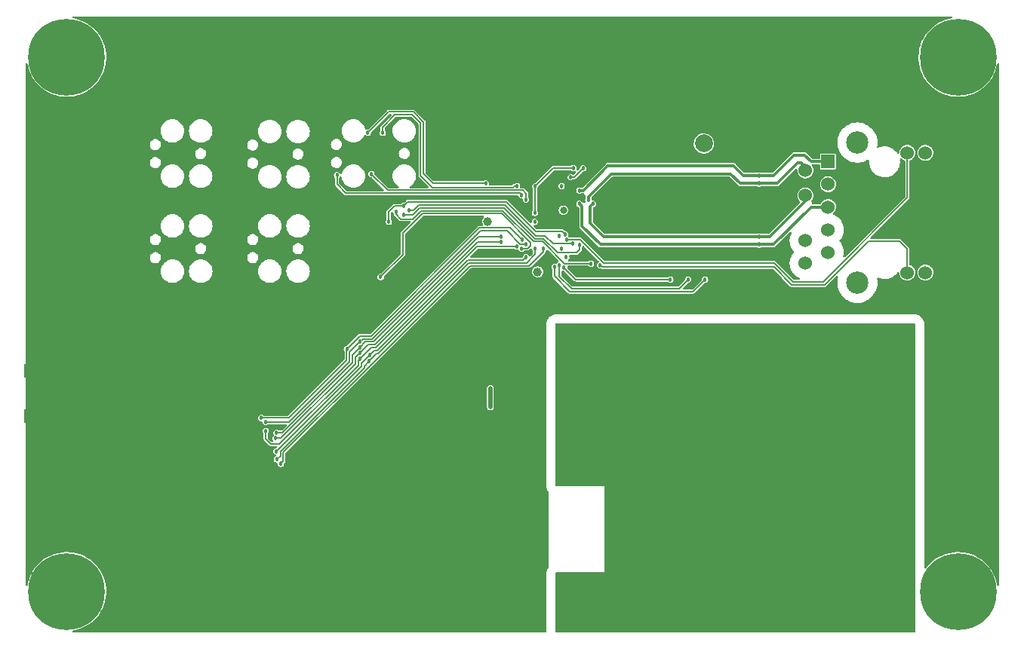
<source format=gbr>
%TF.GenerationSoftware,KiCad,Pcbnew,(5.99.0-13288-g9941a52e75)*%
%TF.CreationDate,2021-11-14T22:54:01-05:00*%
%TF.ProjectId,davis-receiver-kc6,64617669-732d-4726-9563-65697665722d,rev?*%
%TF.SameCoordinates,Original*%
%TF.FileFunction,Copper,L4,Bot*%
%TF.FilePolarity,Positive*%
%FSLAX46Y46*%
G04 Gerber Fmt 4.6, Leading zero omitted, Abs format (unit mm)*
G04 Created by KiCad (PCBNEW (5.99.0-13288-g9941a52e75)) date 2021-11-14 22:54:01*
%MOMM*%
%LPD*%
G01*
G04 APERTURE LIST*
%TA.AperFunction,ComponentPad*%
%ADD10C,0.508000*%
%TD*%
%TA.AperFunction,ComponentPad*%
%ADD11C,8.600000*%
%TD*%
%TA.AperFunction,ComponentPad*%
%ADD12C,0.900000*%
%TD*%
%TA.AperFunction,SMDPad,CuDef*%
%ADD13R,4.060000X1.520000*%
%TD*%
%TA.AperFunction,ComponentPad*%
%ADD14R,2.000000X2.000000*%
%TD*%
%TA.AperFunction,ComponentPad*%
%ADD15C,2.000000*%
%TD*%
%TA.AperFunction,ComponentPad*%
%ADD16R,1.524000X1.524000*%
%TD*%
%TA.AperFunction,ComponentPad*%
%ADD17C,1.524000*%
%TD*%
%TA.AperFunction,ComponentPad*%
%ADD18C,2.500000*%
%TD*%
%TA.AperFunction,ViaPad*%
%ADD19C,0.800000*%
%TD*%
%TA.AperFunction,ViaPad*%
%ADD20C,0.500000*%
%TD*%
%TA.AperFunction,ViaPad*%
%ADD21C,0.600000*%
%TD*%
%TA.AperFunction,ViaPad*%
%ADD22C,0.457200*%
%TD*%
%TA.AperFunction,ViaPad*%
%ADD23C,1.000000*%
%TD*%
%TA.AperFunction,Conductor*%
%ADD24C,0.200000*%
%TD*%
%TA.AperFunction,Conductor*%
%ADD25C,0.500000*%
%TD*%
%TA.AperFunction,Conductor*%
%ADD26C,0.347045*%
%TD*%
G04 APERTURE END LIST*
D10*
%TO.P,U2,33,EPAD*%
%TO.N,GND*%
X41614800Y-67611400D03*
X43189600Y-66824000D03*
X43189600Y-66036600D03*
X41614800Y-66036600D03*
X40827400Y-66824000D03*
X40827400Y-65249200D03*
X42402200Y-67611400D03*
X40827400Y-66036600D03*
X43189600Y-65249200D03*
X41614800Y-66824000D03*
X42402200Y-65249200D03*
X43189600Y-67611400D03*
X42402200Y-66824000D03*
X40827400Y-67611400D03*
X41614800Y-65249200D03*
X42402200Y-66036600D03*
%TD*%
D11*
%TO.P,H3,1*%
%TO.N,N/C*%
X122000000Y-22000000D03*
D12*
X122000000Y-25225000D03*
X125225000Y-22000000D03*
X124280419Y-24280419D03*
X124280419Y-19719581D03*
X119719581Y-24280419D03*
X119719581Y-19719581D03*
X118775000Y-22000000D03*
X122000000Y-18775000D03*
%TD*%
%TO.P,H2,1*%
%TO.N,N/C*%
X22000000Y-78775000D03*
D11*
X22000000Y-82000000D03*
D12*
X25225000Y-82000000D03*
X18775000Y-82000000D03*
X24280419Y-84280419D03*
X22000000Y-85225000D03*
X24280419Y-79719581D03*
X19719581Y-79719581D03*
X19719581Y-84280419D03*
%TD*%
D13*
%TO.P,J1,2,Ext*%
%TO.N,GND*%
X19280580Y-57238040D03*
X19280580Y-62318040D03*
%TD*%
D14*
%TO.P,SW1,1,1*%
%TO.N,GND*%
X93481600Y-38073600D03*
D15*
%TO.P,SW1,2,2*%
%TO.N,~{JTAG_RESET}*%
X93481600Y-31673600D03*
%TD*%
D16*
%TO.P,J2,1,TD+*%
%TO.N,/ETH_TX_P*%
X107413500Y-33702800D03*
D17*
%TO.P,J2,2,TD-*%
%TO.N,/ETH_TX_N*%
X104873500Y-34702800D03*
%TO.P,J2,3,CT*%
%TO.N,+3V3*%
X107413500Y-36252800D03*
%TO.P,J2,4,RD+*%
%TO.N,/ETH_RX_P*%
X104873500Y-37512800D03*
%TO.P,J2,5,RD-*%
%TO.N,/ETH_RX_N*%
X107413500Y-38802800D03*
%TO.P,J2,7,V1+*%
%TO.N,PairOnePos*%
X107413500Y-41342800D03*
%TO.P,J2,8,V1-*%
%TO.N,PairOneNeg*%
X104873500Y-42592800D03*
%TO.P,J2,9,V2+*%
%TO.N,PairTwoPos*%
X107413500Y-43882800D03*
%TO.P,J2,10,V2-*%
%TO.N,PairTwoNeg*%
X104873500Y-45132800D03*
%TO.P,J2,11,LED1*%
%TO.N,ETH_LED1*%
X116303500Y-32717800D03*
%TO.P,J2,12,LED2*%
%TO.N,/ETH_LED2*%
X118333500Y-32717800D03*
%TO.P,J2,13,LED3*%
%TO.N,ETH_LED3*%
X116303500Y-46167800D03*
%TO.P,J2,14,LED4*%
%TO.N,/ETH_LED4*%
X118333500Y-46167800D03*
D18*
%TO.P,J2,SHD,Sheild*%
%TO.N,GND1*%
X110713500Y-47317800D03*
X110713500Y-31567800D03*
%TD*%
D12*
%TO.P,H4,1*%
%TO.N,N/C*%
X22000000Y-25225000D03*
X22000000Y-18775000D03*
X19719581Y-24280419D03*
X24280419Y-19719581D03*
D11*
X22000000Y-22000000D03*
D12*
X18775000Y-22000000D03*
X24280419Y-24280419D03*
X19719581Y-19719581D03*
X25225000Y-22000000D03*
%TD*%
%TO.P,H1,1*%
%TO.N,N/C*%
X119719581Y-84280419D03*
X119719581Y-79719581D03*
X122000000Y-85225000D03*
X118775000Y-82000000D03*
X124280419Y-79719581D03*
X124280419Y-84280419D03*
X122000000Y-78775000D03*
X125225000Y-82000000D03*
D11*
X122000000Y-82000000D03*
%TD*%
D19*
%TO.N,GND*%
X68068560Y-58416220D03*
X68025380Y-57164000D03*
X70085320Y-68886100D03*
D20*
X40336900Y-79308100D03*
X33224900Y-63941100D03*
X41479900Y-79308100D03*
X38304900Y-79308100D03*
X54560900Y-78038100D03*
X43511900Y-79308100D03*
X36653900Y-71307100D03*
X45543900Y-79308100D03*
X32208900Y-71180100D03*
X53798900Y-72958100D03*
X42368900Y-79308100D03*
X53925900Y-78038100D03*
X34240900Y-65084100D03*
X54560900Y-72958100D03*
X32208900Y-70291100D03*
X37415900Y-71307100D03*
X37415900Y-79308100D03*
D19*
X67304020Y-77750700D03*
D20*
X39447900Y-79308100D03*
X44400900Y-79308100D03*
X54560900Y-74101100D03*
D19*
X68205720Y-55182800D03*
X72326000Y-80457500D03*
X67596120Y-68886100D03*
D20*
X26747900Y-56829100D03*
D19*
X64814820Y-77725300D03*
X69526520Y-77738000D03*
D20*
X109526000Y-29057500D03*
X25731900Y-56829100D03*
X32208900Y-72450100D03*
X54560900Y-75244100D03*
X46432900Y-79308100D03*
X53925900Y-75244100D03*
X32208900Y-73339100D03*
X37441300Y-51672900D03*
X48922100Y-70773700D03*
X39003400Y-75091700D03*
X36641200Y-73948700D03*
X43257900Y-74659900D03*
X44477100Y-73821700D03*
X43270600Y-70570500D03*
X48617300Y-74088400D03*
X48960200Y-72856500D03*
X36349100Y-67687600D03*
X42026000Y-75307600D03*
X100626000Y-28457500D03*
X44362800Y-71789700D03*
X38584300Y-51672900D03*
X40603600Y-74583700D03*
X100636500Y-49818700D03*
X39473300Y-51672900D03*
X43346800Y-72691400D03*
X48896700Y-68856000D03*
X52147900Y-64703100D03*
X53417900Y-70164100D03*
X52147900Y-62671100D03*
X52147900Y-63433100D03*
X54941900Y-70164100D03*
X57202500Y-44436700D03*
X55932500Y-44462100D03*
X56592900Y-43789000D03*
X55970600Y-42480900D03*
X55932500Y-43814400D03*
X57786700Y-43763600D03*
X56605600Y-43128600D03*
X57202500Y-43789000D03*
X57786700Y-44411300D03*
X57799400Y-43103200D03*
X56592900Y-44436700D03*
X57215200Y-43128600D03*
X55945200Y-43154000D03*
X57824800Y-42430100D03*
X56631000Y-42455500D03*
X57240600Y-42455500D03*
X48591900Y-56956100D03*
X36552300Y-51672900D03*
X52147900Y-65465100D03*
X52147900Y-66735100D03*
X52147900Y-67497100D03*
X42526000Y-56857500D03*
D21*
X69726000Y-50357500D03*
D22*
X34226000Y-50957500D03*
D21*
X50226000Y-42557500D03*
D22*
X55226000Y-61957500D03*
X18226000Y-67957500D03*
X70826000Y-75957500D03*
X46226000Y-52957500D03*
X75426000Y-30557500D03*
X18226000Y-72957500D03*
X21226000Y-50957500D03*
X46626000Y-56957500D03*
D19*
X60826000Y-54057500D03*
D22*
X48226000Y-85957500D03*
X22226000Y-75957500D03*
D20*
X101950000Y-30350000D03*
D22*
X38826000Y-48357500D03*
X22226000Y-50957500D03*
X27226000Y-50957500D03*
D21*
X75826000Y-50357500D03*
D22*
X26226000Y-75957500D03*
X28226000Y-76957500D03*
X29226000Y-50957500D03*
D21*
X84026000Y-40957500D03*
X81926000Y-46357500D03*
D22*
X44826000Y-61957500D03*
D21*
X81926000Y-30457500D03*
D22*
X45226000Y-85957500D03*
X35226000Y-85957500D03*
X55226000Y-65957500D03*
X21226000Y-75957500D03*
D19*
X64326000Y-34357500D03*
D22*
X55226000Y-63957500D03*
X55226000Y-67957500D03*
X30226000Y-85957500D03*
D21*
X71826000Y-50357500D03*
D22*
X28226000Y-81957500D03*
X44626000Y-56957500D03*
X73826000Y-79157500D03*
D21*
X83926000Y-30457500D03*
D22*
X36426000Y-49257500D03*
X55226000Y-78957500D03*
X71326000Y-30457500D03*
X44226000Y-85957500D03*
D19*
X77926000Y-40757500D03*
D22*
X28226000Y-82957500D03*
X28226000Y-75957500D03*
D19*
X64326000Y-32357500D03*
D22*
X29226000Y-85957500D03*
X45026000Y-49157500D03*
X34226000Y-85957500D03*
X18226000Y-71957500D03*
D21*
X84026000Y-44457500D03*
D22*
X37996000Y-31637500D03*
X51226000Y-54957500D03*
X53226000Y-85957500D03*
X41226000Y-50957500D03*
X50226000Y-85957500D03*
X50926000Y-49257500D03*
D21*
X43426000Y-27757500D03*
D22*
X77126000Y-30657500D03*
X74226000Y-30557500D03*
X47226000Y-52957500D03*
X41226000Y-85957500D03*
X36226000Y-85957500D03*
X70826000Y-79257500D03*
X55226000Y-59957500D03*
X28226000Y-83957500D03*
X51226000Y-85957500D03*
X39226000Y-50957500D03*
D21*
X50526000Y-40057500D03*
D22*
X47426000Y-66857500D03*
X18226000Y-69957500D03*
X55226000Y-62957500D03*
D21*
X54626000Y-48657500D03*
X82626000Y-37857500D03*
D22*
X64526000Y-37757500D03*
X38226000Y-85957500D03*
X44226000Y-52957500D03*
X45226000Y-52957500D03*
X70826000Y-76657500D03*
X49026000Y-42357500D03*
D19*
X60426000Y-57657500D03*
X64326000Y-40457500D03*
D22*
X88386000Y-46287500D03*
X43226000Y-52957500D03*
X40226000Y-85957500D03*
X55226000Y-80957500D03*
X52226000Y-55957500D03*
D19*
X69026000Y-52757500D03*
D22*
X18226000Y-73957500D03*
X28226000Y-50957500D03*
D21*
X52726000Y-40057500D03*
D20*
X102550000Y-30350000D03*
D21*
X55126000Y-39957500D03*
D22*
X39926000Y-40457500D03*
X55226000Y-66957500D03*
X25226000Y-75957500D03*
X37926000Y-42337500D03*
X18226000Y-54957500D03*
D21*
X73826000Y-50357500D03*
D22*
X43126000Y-48957500D03*
X38226000Y-50957500D03*
X70726000Y-34457500D03*
X25226000Y-50957500D03*
X72026000Y-34457500D03*
X37926000Y-44557500D03*
X33226000Y-85957500D03*
X18226000Y-74957500D03*
X70826000Y-78557500D03*
X52526000Y-50457500D03*
D21*
X57626000Y-56357500D03*
D22*
X48956000Y-31917500D03*
X31226000Y-85957500D03*
D21*
X50926000Y-37057500D03*
D19*
X65126000Y-52957500D03*
D22*
X54226000Y-85957500D03*
X48226000Y-52957500D03*
X55226000Y-58957500D03*
X49026000Y-44657500D03*
D19*
X75226000Y-37957500D03*
D21*
X56026000Y-52257500D03*
D22*
X47926000Y-49157500D03*
X20226000Y-50957500D03*
X24226000Y-75957500D03*
X70726000Y-44282500D03*
X43226000Y-85957500D03*
X18226000Y-68957500D03*
X73826000Y-75957500D03*
D21*
X77926000Y-50357500D03*
D22*
X18226000Y-51957500D03*
X31926000Y-35257500D03*
X90726000Y-38757500D03*
X18226000Y-75957500D03*
X73826000Y-78457500D03*
X20226000Y-75957500D03*
X26226000Y-50957500D03*
X24226000Y-50957500D03*
X37226000Y-50957500D03*
X42226000Y-85957500D03*
X18226000Y-66957500D03*
X28226000Y-79957500D03*
X72526000Y-30557500D03*
X46526000Y-61957500D03*
X28226000Y-85957500D03*
D19*
X64326000Y-50357500D03*
D22*
X18226000Y-70957500D03*
X31226000Y-50957500D03*
X52226000Y-85957500D03*
X18226000Y-53957500D03*
X90026000Y-38757500D03*
X47226000Y-85957500D03*
X74126000Y-34457500D03*
X19226000Y-50957500D03*
D21*
X47126000Y-27657500D03*
D22*
X36226000Y-50957500D03*
X42226000Y-51957500D03*
X55226000Y-83957500D03*
X18226000Y-50957500D03*
X40326000Y-49357500D03*
X55226000Y-84957500D03*
X28226000Y-77957500D03*
X59226000Y-47457500D03*
X35326000Y-47357500D03*
X50226000Y-53957500D03*
X55226000Y-60957500D03*
D21*
X50426000Y-45057500D03*
D22*
X55226000Y-79957500D03*
X32426000Y-36157500D03*
X30226000Y-50957500D03*
X39226000Y-85957500D03*
X48916000Y-33667500D03*
X23226000Y-75957500D03*
D21*
X79926000Y-50357500D03*
D22*
X55226000Y-68957500D03*
X55226000Y-64957500D03*
X35426000Y-29417500D03*
X23226000Y-50957500D03*
X49226000Y-52957500D03*
X55226000Y-85957500D03*
X32226000Y-85957500D03*
X49226000Y-85957500D03*
D21*
X79926000Y-30457500D03*
D22*
X28226000Y-80957500D03*
D19*
X89226000Y-44357500D03*
D21*
X82026000Y-40057500D03*
D22*
X35226000Y-50957500D03*
X33226000Y-50957500D03*
X59226000Y-46657500D03*
X68726000Y-37757500D03*
X55226000Y-77957500D03*
X18226000Y-64957500D03*
X40226000Y-50957500D03*
X69626000Y-30457500D03*
X75026000Y-34457500D03*
D21*
X57626000Y-59357500D03*
D22*
X56616000Y-30487500D03*
X55226000Y-82957500D03*
X28226000Y-78957500D03*
X18226000Y-65957500D03*
X19226000Y-75957500D03*
D19*
X64326000Y-42457500D03*
D22*
X55226000Y-81957500D03*
X39826000Y-44557500D03*
X40926000Y-46957500D03*
D19*
X61826000Y-61357500D03*
D21*
X77826000Y-30457500D03*
D22*
X37226000Y-85957500D03*
X46226000Y-85957500D03*
D21*
X52026000Y-46657500D03*
D22*
X18226000Y-52957500D03*
X70726000Y-43732500D03*
X58226000Y-48357500D03*
X28226000Y-84957500D03*
X73826000Y-76657500D03*
X27226000Y-75957500D03*
D20*
X101325000Y-28450000D03*
D22*
X32226000Y-50957500D03*
%TO.N,+3V3*%
X74526000Y-40457500D03*
D23*
X69226000Y-40430500D03*
D22*
X77526000Y-36457500D03*
D23*
X74826000Y-46084500D03*
D19*
X77726000Y-39157500D03*
D22*
%TO.N,Net-(C17-Pad1)*%
X78526000Y-35457510D03*
X79926000Y-34457500D03*
D20*
%TO.N,GND1*%
X85122120Y-65596800D03*
X82455120Y-58611800D03*
X83979120Y-65596800D03*
X86011120Y-65596800D03*
X78772120Y-64834800D03*
X112808120Y-71184800D03*
X83217120Y-58611800D03*
X83090120Y-65596800D03*
X98584120Y-59500800D03*
X96298120Y-73978800D03*
X85626000Y-69557500D03*
X107220120Y-58230800D03*
X102135040Y-83834000D03*
X99955720Y-73216800D03*
X95790120Y-71184800D03*
X97060120Y-82106800D03*
X86341320Y-61177200D03*
X89948120Y-65596800D03*
X79280120Y-56960800D03*
X102140120Y-64326800D03*
X97822120Y-83630800D03*
X110059840Y-62965360D03*
X104934120Y-78296800D03*
X88932120Y-67374800D03*
X94332160Y-81329560D03*
X94520120Y-60770800D03*
X107220120Y-64072800D03*
X97822120Y-82106800D03*
X97060120Y-82868800D03*
X97822120Y-82868800D03*
X83344120Y-73724800D03*
X83344120Y-72962800D03*
X94322000Y-79841120D03*
X78772120Y-64072800D03*
X107474120Y-80582800D03*
X84106120Y-74486800D03*
X78772120Y-63310800D03*
X79280120Y-58484800D03*
X79280120Y-57722800D03*
X98838120Y-68390800D03*
X107220120Y-61024800D03*
X104172120Y-57976800D03*
X102394120Y-60516800D03*
X101378120Y-60516800D03*
X102140120Y-62040800D03*
X97060120Y-83630800D03*
X89694120Y-62548800D03*
X92996120Y-64834800D03*
X94520120Y-74232800D03*
X83344120Y-74486800D03*
X84106120Y-73724800D03*
X94774120Y-68644800D03*
X108490120Y-83122800D03*
X84106120Y-72962800D03*
X108744120Y-76264800D03*
X99641320Y-79540100D03*
X99641320Y-80080100D03*
X99631320Y-80620100D03*
X99092120Y-65596800D03*
X98695880Y-63991520D03*
X100331640Y-54776400D03*
X102759880Y-54862760D03*
X105045880Y-54908480D03*
X107296320Y-55203120D03*
X107626520Y-82340480D03*
X99621320Y-77960100D03*
X99631320Y-79010100D03*
X109470560Y-57108120D03*
X110059840Y-70483760D03*
X99621320Y-76390100D03*
X110059840Y-75756800D03*
X99621320Y-76910100D03*
X99621320Y-77430100D03*
X99631320Y-78480100D03*
D19*
X77311620Y-65850800D03*
X77311620Y-82614800D03*
X81629620Y-86024800D03*
X82899620Y-75756800D03*
X77311620Y-69660800D03*
X77311620Y-86024800D03*
X82899620Y-80328800D03*
X82899620Y-69660800D03*
X77311620Y-80328800D03*
X86709620Y-86024800D03*
X77311620Y-59500800D03*
X77311620Y-55944800D03*
X98901620Y-86024800D03*
X103219620Y-86024800D03*
X90011620Y-86024800D03*
X102203620Y-52388800D03*
X111601620Y-86024800D03*
X93567620Y-52388800D03*
X114903620Y-52388800D03*
X106521620Y-52388800D03*
X77311620Y-52388800D03*
X81121620Y-52388800D03*
X107537620Y-86024800D03*
X97631620Y-52388800D03*
X94329620Y-86024800D03*
X89249620Y-52388800D03*
X116700000Y-71684500D03*
X114223500Y-86016500D03*
X116700000Y-74923000D03*
D21*
X92650000Y-84400000D03*
D19*
X116700000Y-55746000D03*
D22*
X108826000Y-68957500D03*
D19*
X116700000Y-62350000D03*
X116700000Y-68700000D03*
D22*
X97326000Y-57457500D03*
X96626000Y-56257500D03*
X102326000Y-71757500D03*
D19*
X116700000Y-78161500D03*
X85526000Y-52357500D03*
X116700000Y-86016500D03*
X116475000Y-82035000D03*
X116700000Y-58984500D03*
X116700000Y-52380500D03*
D22*
X103826000Y-71757500D03*
D19*
X116700000Y-65588500D03*
D22*
X104426000Y-67557500D03*
%TO.N,Net-(C47-Pad1)*%
X69531600Y-59168100D03*
X69531600Y-61273720D03*
%TO.N,Net-(C61-Pad1)*%
X74545807Y-36477309D03*
X74526000Y-39457500D03*
X78834523Y-34433189D03*
%TO.N,/ETH_TX_P*%
X99676544Y-35269744D03*
X79526000Y-36957500D03*
%TO.N,/ETH_TX_N*%
X99691456Y-36173656D03*
X80526000Y-37957500D03*
%TO.N,/ETH_RX_P*%
X99676544Y-42127744D03*
X81026000Y-38457500D03*
%TO.N,/ETH_RX_N*%
X99691456Y-43031656D03*
X79526000Y-38457500D03*
%TO.N,ETH_LED3*%
X81856541Y-45326959D03*
%TO.N,ETH_LED1*%
X78076595Y-42479562D03*
%TO.N,JTAG_TDI*%
X56176000Y-35107500D03*
X73526000Y-37957500D03*
%TO.N,JTAG_TDO*%
X52326000Y-35207500D03*
X73026574Y-37458457D03*
%TO.N,JTAG_TCK*%
X55776000Y-30477500D03*
X69026000Y-36148869D03*
%TO.N,JTAG_TMS*%
X72526000Y-36457498D03*
X57448168Y-30479662D03*
%TO.N,BAR_MOSI*%
X79548162Y-43079668D03*
X59826000Y-39657500D03*
%TO.N,BAR_MISO*%
X58948165Y-39321154D03*
X80826000Y-45157500D03*
%TO.N,BAR_CS*%
X78776847Y-42935168D03*
X60426000Y-39157500D03*
%TO.N,BAR_SCLK*%
X77926000Y-41857500D03*
X58126000Y-40457508D03*
X59781601Y-38701899D03*
%TO.N,RF_MOSI*%
X70743870Y-42741439D03*
X54888781Y-55220281D03*
X45453839Y-64785330D03*
%TO.N,RF_MISO*%
X54910587Y-55842085D03*
X44328201Y-63955299D03*
X72507708Y-43249756D03*
%TO.N,RF_CS*%
X53423453Y-54754781D03*
X73070743Y-42496425D03*
X43830765Y-62501890D03*
%TO.N,RF_SCLK*%
X70726000Y-42157500D03*
X54881285Y-54584168D03*
X45526000Y-64157500D03*
%TO.N,RF_GPIO3*%
X74526000Y-43457500D03*
X45570119Y-67144570D03*
X55896047Y-56143844D03*
%TO.N,RF_GPIO2*%
X55960617Y-55435664D03*
X45517458Y-66250137D03*
X73526000Y-44457500D03*
%TO.N,RF_GPIO0*%
X54888215Y-53933629D03*
X73526000Y-42957500D03*
X44326000Y-62957500D03*
%TO.N,IND_R*%
X76726000Y-45557500D03*
X77221351Y-42045038D03*
X93626000Y-46957500D03*
%TO.N,IND_G*%
X78045372Y-44457500D03*
X91726000Y-46957500D03*
X77280409Y-45332859D03*
%TO.N,IND_B*%
X89726000Y-46957500D03*
X77793907Y-45610399D03*
X77526000Y-43457500D03*
%TO.N,RF_RESET*%
X75510140Y-43473360D03*
X46025729Y-67658964D03*
%TO.N,BAR_INT*%
X57226000Y-46657490D03*
X73045781Y-43477310D03*
%TD*%
D24*
%TO.N,Net-(C17-Pad1)*%
X78925990Y-35457510D02*
X78526000Y-35457510D01*
X79926000Y-34457500D02*
X78925990Y-35457510D01*
D25*
%TO.N,Net-(C47-Pad1)*%
X69531600Y-61273720D02*
X69531600Y-59168100D01*
D24*
%TO.N,Net-(C61-Pad1)*%
X74545807Y-39437693D02*
X74526000Y-39457500D01*
X76589927Y-34433189D02*
X78834523Y-34433189D01*
X74545807Y-36477309D02*
X76589927Y-34433189D01*
X74545807Y-36477309D02*
X74545807Y-39437693D01*
D26*
%TO.N,/ETH_TX_P*%
X101338292Y-35269744D02*
X99676544Y-35269744D01*
X104793607Y-32983744D02*
X103624292Y-32983744D01*
X103624292Y-32983744D02*
X101338292Y-35269744D01*
X107413500Y-33702800D02*
X105512663Y-33702800D01*
X105512663Y-33702800D02*
X104793607Y-32983744D01*
X97942408Y-35269744D02*
X96846608Y-34173944D01*
X96846608Y-34173944D02*
X82705392Y-34173944D01*
X79921836Y-36957500D02*
X79526000Y-36957500D01*
X99676544Y-35269744D02*
X97942408Y-35269744D01*
X82705392Y-34173944D02*
X79921836Y-36957500D01*
%TO.N,/ETH_TX_N*%
X104419193Y-33887656D02*
X103998708Y-33887656D01*
X104873500Y-34702800D02*
X104873500Y-34341963D01*
X103998708Y-33887656D02*
X101712708Y-36173656D01*
X101712708Y-36173656D02*
X99691456Y-36173656D01*
X104873500Y-34341963D02*
X104419193Y-33887656D01*
X83079808Y-35077856D02*
X80526000Y-37631664D01*
X99691456Y-36173656D02*
X97567992Y-36173656D01*
X80526000Y-37684318D02*
X80526000Y-37957500D01*
X96472192Y-35077856D02*
X83079808Y-35077856D01*
X80526000Y-37631664D02*
X80526000Y-37684318D01*
X97567992Y-36173656D02*
X96472192Y-35077856D01*
%TO.N,/ETH_RX_P*%
X100909393Y-42127744D02*
X99676544Y-42127744D01*
X104873500Y-37512800D02*
X104873500Y-38163637D01*
X104873500Y-38163637D02*
X100909393Y-42127744D01*
X80728356Y-38755144D02*
X81026000Y-38457500D01*
X82245208Y-42127744D02*
X80728356Y-40610892D01*
X80728356Y-40610892D02*
X80728356Y-38755144D01*
X99676544Y-42127744D02*
X82245208Y-42127744D01*
%TO.N,/ETH_RX_N*%
X101283807Y-43031656D02*
X99691456Y-43031656D01*
X107413500Y-38802800D02*
X105512663Y-38802800D01*
X105512663Y-38802800D02*
X101283807Y-43031656D01*
X79824444Y-40985308D02*
X79824444Y-38755944D01*
X99691456Y-43031656D02*
X81870792Y-43031656D01*
X79824444Y-38755944D02*
X79526000Y-38457500D01*
X81870792Y-43031656D02*
X79824444Y-40985308D01*
D24*
%TO.N,ETH_LED3*%
X115426000Y-42657500D02*
X116303500Y-43535000D01*
X103363537Y-47557500D02*
X107026000Y-47557500D01*
X111926000Y-42657500D02*
X115426000Y-42657500D01*
X116303500Y-43535000D02*
X116303500Y-46167800D01*
X81856541Y-45326959D02*
X82064825Y-45535243D01*
X82064825Y-45535243D02*
X101341280Y-45535243D01*
X107026000Y-47557500D02*
X111926000Y-42657500D01*
X101341280Y-45535243D02*
X103363537Y-47557500D01*
%TO.N,ETH_LED1*%
X78076595Y-42479562D02*
X79652754Y-42479562D01*
X103499480Y-47230980D02*
X106852520Y-47230980D01*
X79652754Y-42479562D02*
X82252833Y-45079641D01*
X106852520Y-47230980D02*
X116303500Y-37780000D01*
X82252833Y-45079641D02*
X101348141Y-45079641D01*
X101348141Y-45079641D02*
X103499480Y-47230980D01*
X116303500Y-37780000D02*
X116303500Y-32717800D01*
%TO.N,JTAG_TDI*%
X57998989Y-36930489D02*
X56176000Y-35107500D01*
X73526000Y-37283593D02*
X73172896Y-36930489D01*
X73526000Y-37957500D02*
X73526000Y-37283593D01*
X73172896Y-36930489D02*
X57998989Y-36930489D01*
%TO.N,JTAG_TDO*%
X52326000Y-35207500D02*
X52326000Y-36257500D01*
X52326000Y-36257500D02*
X53325509Y-37257009D01*
X72825126Y-37257009D02*
X73026574Y-37458457D01*
X53325509Y-37257009D02*
X72825126Y-37257009D01*
%TO.N,JTAG_TCK*%
X69026000Y-36148869D02*
X69003280Y-36126149D01*
X62025509Y-35057009D02*
X62025509Y-29257701D01*
X60898297Y-28130489D02*
X58123011Y-28130489D01*
X62025509Y-29257701D02*
X60898297Y-28130489D01*
X58123011Y-28130489D02*
X55776000Y-30477500D01*
X63094649Y-36126149D02*
X62025509Y-35057009D01*
X69003280Y-36126149D02*
X63094649Y-36126149D01*
%TO.N,JTAG_TMS*%
X58826000Y-28457500D02*
X57448168Y-29835332D01*
X63010006Y-36603969D02*
X61698989Y-35292952D01*
X72056240Y-36603969D02*
X63010006Y-36603969D01*
X72526000Y-36457498D02*
X72202711Y-36457498D01*
X60763538Y-28457500D02*
X58826000Y-28457500D01*
X72202711Y-36457498D02*
X72056240Y-36603969D01*
X61698989Y-35292952D02*
X61698989Y-29392951D01*
X57448168Y-29835332D02*
X57448168Y-30479662D01*
X61698989Y-29392951D02*
X60763538Y-28457500D01*
%TO.N,BAR_MOSI*%
X74509318Y-42365742D02*
X71048036Y-38904460D01*
X60863538Y-39657500D02*
X59826000Y-39657500D01*
X75509318Y-42365742D02*
X74509318Y-42365742D01*
X71048036Y-38904460D02*
X61616578Y-38904460D01*
X79239056Y-43932525D02*
X77076101Y-43932525D01*
X61616578Y-38904460D02*
X60863538Y-39657500D01*
X79548162Y-43623419D02*
X79239056Y-43932525D01*
X77076101Y-43932525D02*
X75509318Y-42365742D01*
X79548162Y-43079668D02*
X79548162Y-43623419D01*
%TO.N,BAR_MISO*%
X58948165Y-39644443D02*
X58948165Y-39321154D01*
X77838613Y-45157500D02*
X75373866Y-42692753D01*
X59461222Y-40157500D02*
X58948165Y-39644443D01*
X61752520Y-39230980D02*
X60826000Y-40157500D01*
X60826000Y-40157500D02*
X59461222Y-40157500D01*
X70912094Y-39230980D02*
X61752520Y-39230980D01*
X74373867Y-42692753D02*
X70912094Y-39230980D01*
X75373866Y-42692753D02*
X74373867Y-42692753D01*
X80826000Y-45157500D02*
X77838613Y-45157500D01*
%TO.N,BAR_CS*%
X71183978Y-38577940D02*
X74644769Y-42038731D01*
X74644769Y-42038731D02*
X75644770Y-42038731D01*
X76541207Y-42935168D02*
X78776847Y-42935168D01*
X75644770Y-42038731D02*
X76541207Y-42935168D01*
X61481329Y-38577940D02*
X71183978Y-38577940D01*
X60426000Y-39157500D02*
X60901768Y-39157500D01*
X60901768Y-39157500D02*
X61481329Y-38577940D01*
%TO.N,BAR_SCLK*%
X74626000Y-41557500D02*
X77626000Y-41557500D01*
X71319920Y-38251420D02*
X74626000Y-41557500D01*
X59781601Y-38701899D02*
X60232080Y-38251420D01*
X77626000Y-41557500D02*
X77926000Y-41857500D01*
X59781601Y-38701899D02*
X58773866Y-38701899D01*
X60232080Y-38251420D02*
X71319920Y-38251420D01*
X58773866Y-38701899D02*
X58126000Y-39349765D01*
X58126000Y-39349765D02*
X58126000Y-40457508D01*
%TO.N,RF_MOSI*%
X46046237Y-64785330D02*
X45453839Y-64785330D01*
X68090131Y-42741439D02*
X70743870Y-42741439D01*
X54888781Y-55220281D02*
X54386940Y-55722122D01*
X54386940Y-56444627D02*
X46046237Y-64785330D01*
X54888781Y-55220281D02*
X55840622Y-54268440D01*
X56563130Y-54268440D02*
X68090131Y-42741439D01*
X55840622Y-54268440D02*
X56563130Y-54268440D01*
X54386940Y-55722122D02*
X54386940Y-56444627D01*
%TO.N,RF_MISO*%
X54713460Y-56579876D02*
X45880235Y-65413101D01*
X56698380Y-54594960D02*
X68043584Y-43249756D01*
X56157712Y-54594960D02*
X56698380Y-54594960D01*
X54910587Y-55842085D02*
X54713460Y-56039212D01*
X68043584Y-43249756D02*
X72507708Y-43249756D01*
X44328201Y-64859701D02*
X44328201Y-63955299D01*
X54713460Y-56039212D02*
X54713460Y-56579876D01*
X45880235Y-65413101D02*
X44881601Y-65413101D01*
X44881601Y-65413101D02*
X44328201Y-64859701D01*
X54910587Y-55842085D02*
X56157712Y-54594960D01*
%TO.N,RF_CS*%
X53407380Y-54770854D02*
X53407380Y-56038880D01*
X46944370Y-62501890D02*
X43830765Y-62501890D01*
X53423453Y-54754781D02*
X53407380Y-54770854D01*
X71731818Y-41157500D02*
X73070743Y-42496425D01*
X68288760Y-41157500D02*
X71731818Y-41157500D01*
X56157380Y-53288880D02*
X68288760Y-41157500D01*
X53423453Y-54754781D02*
X54889354Y-53288880D01*
X53407380Y-56038880D02*
X46944370Y-62501890D01*
X54889354Y-53288880D02*
X56157380Y-53288880D01*
%TO.N,RF_SCLK*%
X54881285Y-54584168D02*
X55523533Y-53941920D01*
X55523533Y-53941920D02*
X56427880Y-53941920D01*
X68212300Y-42157500D02*
X70726000Y-42157500D01*
X54060420Y-55405033D02*
X54060420Y-56309378D01*
X46212298Y-64157500D02*
X45526000Y-64157500D01*
X56427880Y-53941920D02*
X68212300Y-42157500D01*
X54881285Y-54584168D02*
X54060420Y-55405033D01*
X54060420Y-56309378D02*
X46212298Y-64157500D01*
%TO.N,RF_GPIO3*%
X56968879Y-55248000D02*
X67132368Y-45084511D01*
X55366500Y-56850376D02*
X45973060Y-66243816D01*
X45973060Y-66243816D02*
X45973060Y-66741629D01*
X56791891Y-55248000D02*
X56968879Y-55248000D01*
X55896047Y-56143844D02*
X56791891Y-55248000D01*
X55366500Y-56673391D02*
X55366500Y-56850376D01*
X55896047Y-56143844D02*
X55366500Y-56673391D01*
X45973060Y-66741629D02*
X45570119Y-67144570D01*
X67132368Y-45084511D02*
X73573279Y-45084511D01*
X73573279Y-45084511D02*
X74526000Y-44131790D01*
X74526000Y-44131790D02*
X74526000Y-43457500D01*
%TO.N,RF_GPIO2*%
X66997610Y-44757500D02*
X73226000Y-44757500D01*
X56833629Y-54921480D02*
X66997610Y-44757500D01*
X55960617Y-55435664D02*
X56474801Y-54921480D01*
X45517458Y-66237648D02*
X45517458Y-66250137D01*
X55039980Y-56356301D02*
X55039980Y-56715126D01*
X56474801Y-54921480D02*
X56833629Y-54921480D01*
X55960617Y-55435664D02*
X55039980Y-56356301D01*
X73226000Y-44757500D02*
X73526000Y-44457500D01*
X55039980Y-56715126D02*
X45517458Y-66237648D01*
%TO.N,RF_GPIO0*%
X53733900Y-55087944D02*
X53733900Y-56174129D01*
X72863537Y-42957500D02*
X73526000Y-42957500D01*
X55206444Y-53615400D02*
X56292630Y-53615400D01*
X56292630Y-53615400D02*
X68423519Y-41484511D01*
X46950529Y-62957500D02*
X44326000Y-62957500D01*
X68423519Y-41484511D02*
X71390548Y-41484511D01*
X53733900Y-56174129D02*
X46950529Y-62957500D01*
X54888215Y-53933629D02*
X55206444Y-53615400D01*
X54888215Y-53933629D02*
X53733900Y-55087944D01*
X71390548Y-41484511D02*
X72863537Y-42957500D01*
%TO.N,IND_R*%
X76726000Y-45557500D02*
X76726000Y-46586452D01*
X76726000Y-46586452D02*
X78451070Y-48311522D01*
X78451070Y-48311522D02*
X92271978Y-48311522D01*
X92271978Y-48311522D02*
X93626000Y-46957500D01*
%TO.N,IND_G*%
X77280409Y-46614882D02*
X78650038Y-47984511D01*
X78650038Y-47984511D02*
X90698989Y-47984511D01*
X90698989Y-47984511D02*
X91726000Y-46957500D01*
X77280409Y-45332859D02*
X77280409Y-46614882D01*
%TO.N,IND_B*%
X77793907Y-45610399D02*
X79141008Y-46957500D01*
X79141008Y-46957500D02*
X89726000Y-46957500D01*
%TO.N,RF_RESET*%
X55926000Y-56757500D02*
X46300071Y-66383429D01*
X73895267Y-45411522D02*
X75510140Y-43796649D01*
X46300071Y-67384622D02*
X46025729Y-67658964D01*
X55926000Y-56757500D02*
X67271978Y-45411522D01*
X46300071Y-66383429D02*
X46300071Y-67384622D01*
X67271978Y-45411522D02*
X73895267Y-45411522D01*
X75510140Y-43796649D02*
X75510140Y-43473360D01*
%TO.N,BAR_INT*%
X73680480Y-43477310D02*
X73045781Y-43477310D01*
X61926000Y-39557500D02*
X70776147Y-39557500D01*
X74001075Y-42782428D02*
X74001075Y-43156715D01*
X70776147Y-39557500D02*
X74001075Y-42782428D01*
X59726000Y-44157490D02*
X59726000Y-41757500D01*
X57226000Y-46657490D02*
X59726000Y-44157490D01*
X59726000Y-41757500D02*
X61926000Y-39557500D01*
X74001075Y-43156715D02*
X73680480Y-43477310D01*
%TD*%
%TA.AperFunction,Conductor*%
%TO.N,GND1*%
G36*
X117168121Y-51877502D02*
G01*
X117214614Y-51931158D01*
X117226000Y-51983500D01*
X117226000Y-86493000D01*
X117205998Y-86561121D01*
X117152342Y-86607614D01*
X117100000Y-86619000D01*
X76922000Y-86619000D01*
X76853879Y-86598998D01*
X76807386Y-86545342D01*
X76796000Y-86493000D01*
X76796000Y-79979650D01*
X76816002Y-79911529D01*
X76869658Y-79865036D01*
X76922000Y-79853650D01*
X82307800Y-79853650D01*
X82307800Y-70201650D01*
X76922000Y-70201650D01*
X76853879Y-70181648D01*
X76807386Y-70127992D01*
X76796000Y-70075650D01*
X76796000Y-51983500D01*
X76816002Y-51915379D01*
X76869658Y-51868886D01*
X76922000Y-51857500D01*
X117100000Y-51857500D01*
X117168121Y-51877502D01*
G37*
%TD.AperFunction*%
%TD*%
%TA.AperFunction,Conductor*%
%TO.N,GND*%
G36*
X121326511Y-17401002D02*
G01*
X121373004Y-17454658D01*
X121383108Y-17524932D01*
X121353614Y-17589512D01*
X121293888Y-17627896D01*
X121280053Y-17631124D01*
X121033076Y-17674228D01*
X121030205Y-17675014D01*
X121030198Y-17675015D01*
X120633140Y-17783638D01*
X120633130Y-17783641D01*
X120630276Y-17784422D01*
X120627512Y-17785466D01*
X120627501Y-17785470D01*
X120242407Y-17930985D01*
X120239634Y-17932033D01*
X120236967Y-17933340D01*
X120236966Y-17933340D01*
X120023972Y-18037685D01*
X119864617Y-18115752D01*
X119862082Y-18117305D01*
X119862081Y-18117306D01*
X119700477Y-18216337D01*
X119508554Y-18333948D01*
X119174605Y-18584684D01*
X118865734Y-18865734D01*
X118584684Y-19174605D01*
X118333948Y-19508554D01*
X118115752Y-19864617D01*
X117932033Y-20239634D01*
X117930986Y-20242404D01*
X117930985Y-20242407D01*
X117785470Y-20627501D01*
X117785466Y-20627512D01*
X117784422Y-20630276D01*
X117783641Y-20633130D01*
X117783638Y-20633140D01*
X117747224Y-20766247D01*
X117674228Y-21033076D01*
X117602431Y-21444458D01*
X117569666Y-21860771D01*
X117576226Y-22278320D01*
X117576553Y-22281279D01*
X117576553Y-22281284D01*
X117619576Y-22670979D01*
X117622051Y-22693399D01*
X117622653Y-22696307D01*
X117622654Y-22696312D01*
X117633552Y-22748934D01*
X117706735Y-23102323D01*
X117829526Y-23501463D01*
X117989335Y-23887276D01*
X118184743Y-24256337D01*
X118186368Y-24258811D01*
X118186374Y-24258821D01*
X118403691Y-24589654D01*
X118414015Y-24605370D01*
X118675117Y-24931279D01*
X118965731Y-25231169D01*
X119283277Y-25502379D01*
X119624936Y-25742501D01*
X119808303Y-25847092D01*
X119985102Y-25947936D01*
X119985107Y-25947939D01*
X119987678Y-25949405D01*
X120368280Y-26121254D01*
X120763366Y-26256522D01*
X120766240Y-26257212D01*
X120766247Y-26257214D01*
X121166549Y-26353318D01*
X121166553Y-26353319D01*
X121169428Y-26354009D01*
X121172361Y-26354426D01*
X121172364Y-26354427D01*
X121373602Y-26383067D01*
X121582863Y-26412849D01*
X122000000Y-26432521D01*
X122417137Y-26412849D01*
X122626398Y-26383067D01*
X122827636Y-26354427D01*
X122827639Y-26354426D01*
X122830572Y-26354009D01*
X122833447Y-26353319D01*
X122833451Y-26353318D01*
X123233753Y-26257214D01*
X123233760Y-26257212D01*
X123236634Y-26256522D01*
X123631720Y-26121254D01*
X124012322Y-25949405D01*
X124014893Y-25947939D01*
X124014898Y-25947936D01*
X124191697Y-25847092D01*
X124375064Y-25742501D01*
X124716723Y-25502379D01*
X125034269Y-25231169D01*
X125324883Y-24931279D01*
X125585985Y-24605370D01*
X125596309Y-24589654D01*
X125813626Y-24258821D01*
X125813632Y-24258811D01*
X125815257Y-24256337D01*
X126010665Y-23887276D01*
X126170474Y-23501463D01*
X126293265Y-23102323D01*
X126369618Y-22733628D01*
X126403018Y-22670979D01*
X126464987Y-22636332D01*
X126535850Y-22640689D01*
X126593108Y-22682666D01*
X126618583Y-22748934D01*
X126619000Y-22759179D01*
X126619000Y-81251788D01*
X126598998Y-81319909D01*
X126545342Y-81366402D01*
X126475068Y-81376506D01*
X126410488Y-81347012D01*
X126372104Y-81287286D01*
X126368257Y-81269541D01*
X126354427Y-81172364D01*
X126354426Y-81172361D01*
X126354009Y-81169428D01*
X126353318Y-81166549D01*
X126257214Y-80766247D01*
X126257212Y-80766240D01*
X126256522Y-80763366D01*
X126121254Y-80368280D01*
X125949405Y-79987678D01*
X125742501Y-79624936D01*
X125502379Y-79283277D01*
X125231169Y-78965731D01*
X124931279Y-78675117D01*
X124605370Y-78414015D01*
X124481114Y-78332394D01*
X124258821Y-78186374D01*
X124258811Y-78186368D01*
X124256337Y-78184743D01*
X123887276Y-77989335D01*
X123501463Y-77829526D01*
X123498640Y-77828658D01*
X123498633Y-77828655D01*
X123105161Y-77707608D01*
X123105159Y-77707608D01*
X123102323Y-77706735D01*
X123099420Y-77706134D01*
X123099413Y-77706132D01*
X122696312Y-77622654D01*
X122696307Y-77622653D01*
X122693399Y-77622051D01*
X122690450Y-77621725D01*
X122690441Y-77621724D01*
X122281284Y-77576553D01*
X122281279Y-77576553D01*
X122278320Y-77576226D01*
X122275336Y-77576179D01*
X122275334Y-77576179D01*
X122183998Y-77574744D01*
X121860771Y-77569666D01*
X121857827Y-77569898D01*
X121857817Y-77569898D01*
X121460325Y-77601182D01*
X121444458Y-77602431D01*
X121033076Y-77674228D01*
X121030205Y-77675014D01*
X121030198Y-77675015D01*
X120633140Y-77783638D01*
X120633130Y-77783641D01*
X120630276Y-77784422D01*
X120627512Y-77785466D01*
X120627501Y-77785470D01*
X120242407Y-77930985D01*
X120239634Y-77932033D01*
X119864617Y-78115752D01*
X119862082Y-78117305D01*
X119862081Y-78117306D01*
X119686586Y-78224850D01*
X119508554Y-78333948D01*
X119174605Y-78584684D01*
X118865734Y-78865734D01*
X118584684Y-79174605D01*
X118582898Y-79176984D01*
X118452760Y-79350311D01*
X118395864Y-79392776D01*
X118325041Y-79397740D01*
X118262777Y-79363626D01*
X118228841Y-79301265D01*
X118226000Y-79274658D01*
X118226000Y-51983500D01*
X118203148Y-51770940D01*
X118191762Y-51718598D01*
X118167365Y-51627405D01*
X118086717Y-51441835D01*
X117970365Y-51276299D01*
X117923872Y-51222643D01*
X117805402Y-51106870D01*
X117800576Y-51103641D01*
X117800573Y-51103639D01*
X117642540Y-50997914D01*
X117642539Y-50997914D01*
X117637229Y-50994361D01*
X117616062Y-50985736D01*
X117452808Y-50919213D01*
X117452799Y-50919210D01*
X117449852Y-50918009D01*
X117439349Y-50914925D01*
X117382975Y-50898372D01*
X117382963Y-50898369D01*
X117381731Y-50898007D01*
X117301299Y-50877970D01*
X117201266Y-50867798D01*
X117103179Y-50857823D01*
X117103174Y-50857823D01*
X117100000Y-50857500D01*
X76922000Y-50857500D01*
X76918653Y-50857860D01*
X76918650Y-50857860D01*
X76712804Y-50879990D01*
X76712798Y-50879991D01*
X76709440Y-50880352D01*
X76706140Y-50881070D01*
X76706139Y-50881070D01*
X76658527Y-50891427D01*
X76658521Y-50891428D01*
X76657098Y-50891738D01*
X76565905Y-50916135D01*
X76561616Y-50917999D01*
X76561613Y-50918000D01*
X76491411Y-50948510D01*
X76380335Y-50996783D01*
X76214799Y-51113135D01*
X76161143Y-51159628D01*
X76045370Y-51278098D01*
X75932861Y-51446271D01*
X75930450Y-51452188D01*
X75857713Y-51630692D01*
X75857710Y-51630701D01*
X75856509Y-51633648D01*
X75836507Y-51701769D01*
X75816470Y-51782201D01*
X75816015Y-51786678D01*
X75796341Y-51980150D01*
X75796000Y-51983500D01*
X75796000Y-70075650D01*
X75818852Y-70288210D01*
X75830238Y-70340552D01*
X75854635Y-70431745D01*
X75935283Y-70617315D01*
X76051635Y-70782851D01*
X76053726Y-70785264D01*
X76053729Y-70785268D01*
X76054021Y-70785605D01*
X76054061Y-70785693D01*
X76055692Y-70787780D01*
X76055193Y-70788170D01*
X76083517Y-70850185D01*
X76084800Y-70868121D01*
X76084800Y-79182556D01*
X76064798Y-79250677D01*
X76052990Y-79265505D01*
X76053089Y-79265585D01*
X76049430Y-79270093D01*
X76045370Y-79274248D01*
X76042141Y-79279074D01*
X76042139Y-79279077D01*
X76027295Y-79301265D01*
X75932861Y-79442421D01*
X75930450Y-79448338D01*
X75857713Y-79626842D01*
X75857710Y-79626851D01*
X75856509Y-79629798D01*
X75836507Y-79697919D01*
X75816470Y-79778351D01*
X75796000Y-79979650D01*
X75796000Y-86493000D01*
X75775998Y-86561121D01*
X75722342Y-86607614D01*
X75670000Y-86619000D01*
X22748212Y-86619000D01*
X22680091Y-86598998D01*
X22633598Y-86545342D01*
X22623494Y-86475068D01*
X22652988Y-86410488D01*
X22712714Y-86372104D01*
X22730459Y-86368257D01*
X22827636Y-86354427D01*
X22827639Y-86354426D01*
X22830572Y-86354009D01*
X22833447Y-86353319D01*
X22833451Y-86353318D01*
X23233753Y-86257214D01*
X23233760Y-86257212D01*
X23236634Y-86256522D01*
X23631720Y-86121254D01*
X24012322Y-85949405D01*
X24014893Y-85947939D01*
X24014898Y-85947936D01*
X24302899Y-85783663D01*
X24375064Y-85742501D01*
X24716723Y-85502379D01*
X25034269Y-85231169D01*
X25324883Y-84931279D01*
X25585985Y-84605370D01*
X25774000Y-84319145D01*
X25813626Y-84258821D01*
X25813632Y-84258811D01*
X25815257Y-84256337D01*
X26010665Y-83887276D01*
X26170474Y-83501463D01*
X26293265Y-83102323D01*
X26377949Y-82693399D01*
X26378276Y-82690441D01*
X26423503Y-82280779D01*
X26423504Y-82280767D01*
X26423774Y-82278320D01*
X26432521Y-82000000D01*
X26412849Y-81582863D01*
X26366670Y-81258390D01*
X26354427Y-81172364D01*
X26354426Y-81172361D01*
X26354009Y-81169428D01*
X26353318Y-81166549D01*
X26257214Y-80766247D01*
X26257212Y-80766240D01*
X26256522Y-80763366D01*
X26121254Y-80368280D01*
X25949405Y-79987678D01*
X25742501Y-79624936D01*
X25502379Y-79283277D01*
X25231169Y-78965731D01*
X24931279Y-78675117D01*
X24605370Y-78414015D01*
X24481114Y-78332394D01*
X24258821Y-78186374D01*
X24258811Y-78186368D01*
X24256337Y-78184743D01*
X23887276Y-77989335D01*
X23501463Y-77829526D01*
X23498640Y-77828658D01*
X23498633Y-77828655D01*
X23105161Y-77707608D01*
X23105159Y-77707608D01*
X23102323Y-77706735D01*
X23099420Y-77706134D01*
X23099413Y-77706132D01*
X22696312Y-77622654D01*
X22696307Y-77622653D01*
X22693399Y-77622051D01*
X22690450Y-77621725D01*
X22690441Y-77621724D01*
X22281284Y-77576553D01*
X22281279Y-77576553D01*
X22278320Y-77576226D01*
X22275336Y-77576179D01*
X22275334Y-77576179D01*
X22183998Y-77574744D01*
X21860771Y-77569666D01*
X21857827Y-77569898D01*
X21857817Y-77569898D01*
X21460325Y-77601182D01*
X21444458Y-77602431D01*
X21033076Y-77674228D01*
X21030205Y-77675014D01*
X21030198Y-77675015D01*
X20633140Y-77783638D01*
X20633130Y-77783641D01*
X20630276Y-77784422D01*
X20627512Y-77785466D01*
X20627501Y-77785470D01*
X20242407Y-77930985D01*
X20239634Y-77932033D01*
X19864617Y-78115752D01*
X19862082Y-78117305D01*
X19862081Y-78117306D01*
X19686586Y-78224850D01*
X19508554Y-78333948D01*
X19174605Y-78584684D01*
X18865734Y-78865734D01*
X18584684Y-79174605D01*
X18333948Y-79508554D01*
X18332394Y-79511090D01*
X18171295Y-79773980D01*
X18115752Y-79864617D01*
X17932033Y-80239634D01*
X17930986Y-80242404D01*
X17930985Y-80242407D01*
X17785470Y-80627501D01*
X17785466Y-80627512D01*
X17784422Y-80630276D01*
X17783641Y-80633130D01*
X17783638Y-80633140D01*
X17747224Y-80766247D01*
X17674228Y-81033076D01*
X17650431Y-81169428D01*
X17631124Y-81280053D01*
X17599708Y-81343720D01*
X17538858Y-81380296D01*
X17467893Y-81378167D01*
X17409344Y-81338010D01*
X17381801Y-81272574D01*
X17381000Y-81258390D01*
X17381000Y-62501890D01*
X43470226Y-62501890D01*
X43487872Y-62613303D01*
X43539083Y-62713810D01*
X43618845Y-62793572D01*
X43719352Y-62844783D01*
X43729141Y-62846333D01*
X43729143Y-62846334D01*
X43820972Y-62860878D01*
X43830765Y-62862429D01*
X43840558Y-62860878D01*
X43842543Y-62860878D01*
X43910664Y-62880880D01*
X43957157Y-62934536D01*
X43966992Y-62967167D01*
X43983107Y-63068913D01*
X44034318Y-63169420D01*
X44114080Y-63249182D01*
X44214587Y-63300393D01*
X44224376Y-63301943D01*
X44224378Y-63301944D01*
X44316207Y-63316488D01*
X44326000Y-63318039D01*
X44335793Y-63316488D01*
X44427622Y-63301944D01*
X44427624Y-63301943D01*
X44437413Y-63300393D01*
X44537920Y-63249182D01*
X44565197Y-63221905D01*
X44627509Y-63187879D01*
X44654292Y-63185000D01*
X46558874Y-63185000D01*
X46626995Y-63205002D01*
X46673488Y-63258658D01*
X46683592Y-63328932D01*
X46654098Y-63393512D01*
X46647969Y-63400095D01*
X46154969Y-63893095D01*
X46092657Y-63927121D01*
X46065874Y-63930000D01*
X45854292Y-63930000D01*
X45786171Y-63909998D01*
X45765197Y-63893095D01*
X45737920Y-63865818D01*
X45637413Y-63814607D01*
X45627624Y-63813057D01*
X45627622Y-63813056D01*
X45535793Y-63798512D01*
X45526000Y-63796961D01*
X45516207Y-63798512D01*
X45424378Y-63813056D01*
X45424376Y-63813057D01*
X45414587Y-63814607D01*
X45314080Y-63865818D01*
X45234318Y-63945580D01*
X45183107Y-64046087D01*
X45165461Y-64157500D01*
X45167012Y-64167293D01*
X45174643Y-64215470D01*
X45183107Y-64268913D01*
X45187608Y-64277746D01*
X45234318Y-64369420D01*
X45232244Y-64370477D01*
X45251508Y-64424479D01*
X45235423Y-64493629D01*
X45214808Y-64520759D01*
X45162157Y-64573410D01*
X45110946Y-64673917D01*
X45093300Y-64785330D01*
X45094851Y-64795123D01*
X45104661Y-64857058D01*
X45110946Y-64896743D01*
X45147860Y-64969191D01*
X45162157Y-64997250D01*
X45160116Y-64998290D01*
X45179425Y-65052412D01*
X45163342Y-65121563D01*
X45112427Y-65171041D01*
X45053630Y-65185601D01*
X45028025Y-65185601D01*
X44959904Y-65165599D01*
X44938930Y-65148696D01*
X44592606Y-64802372D01*
X44558580Y-64740060D01*
X44555701Y-64713277D01*
X44555701Y-64283591D01*
X44575703Y-64215470D01*
X44592606Y-64194496D01*
X44619883Y-64167219D01*
X44671094Y-64066712D01*
X44688740Y-63955299D01*
X44671094Y-63843886D01*
X44619883Y-63743379D01*
X44540121Y-63663617D01*
X44439614Y-63612406D01*
X44429825Y-63610856D01*
X44429823Y-63610855D01*
X44337994Y-63596311D01*
X44328201Y-63594760D01*
X44318408Y-63596311D01*
X44226579Y-63610855D01*
X44226577Y-63610856D01*
X44216788Y-63612406D01*
X44116281Y-63663617D01*
X44036519Y-63743379D01*
X43985308Y-63843886D01*
X43967662Y-63955299D01*
X43985308Y-64066712D01*
X44036519Y-64167219D01*
X44063796Y-64194496D01*
X44097822Y-64256808D01*
X44100701Y-64283591D01*
X44100701Y-64850465D01*
X44100528Y-64857058D01*
X44098483Y-64896085D01*
X44103228Y-64908447D01*
X44103229Y-64908452D01*
X44105843Y-64915262D01*
X44111457Y-64934212D01*
X44115727Y-64954301D01*
X44123511Y-64965015D01*
X44125600Y-64969707D01*
X44128395Y-64974012D01*
X44133141Y-64986374D01*
X44147659Y-65000892D01*
X44160500Y-65015926D01*
X44172573Y-65032543D01*
X44184040Y-65039164D01*
X44193883Y-65048026D01*
X44193580Y-65048363D01*
X44200244Y-65053477D01*
X44714179Y-65567412D01*
X44718720Y-65572196D01*
X44744893Y-65601264D01*
X44763656Y-65609618D01*
X44781029Y-65619051D01*
X44798252Y-65630235D01*
X44811330Y-65632306D01*
X44816127Y-65634148D01*
X44821147Y-65635215D01*
X44833244Y-65640601D01*
X44853776Y-65640601D01*
X44873488Y-65642152D01*
X44880696Y-65643294D01*
X44880697Y-65643294D01*
X44893773Y-65645365D01*
X44906562Y-65641938D01*
X44919789Y-65641245D01*
X44919813Y-65641697D01*
X44928141Y-65640601D01*
X45488579Y-65640601D01*
X45556700Y-65660603D01*
X45603193Y-65714259D01*
X45613297Y-65784533D01*
X45583803Y-65849113D01*
X45524077Y-65887497D01*
X45508290Y-65891050D01*
X45415836Y-65905693D01*
X45415834Y-65905694D01*
X45406045Y-65907244D01*
X45305538Y-65958455D01*
X45225776Y-66038217D01*
X45174565Y-66138724D01*
X45156919Y-66250137D01*
X45174565Y-66361550D01*
X45225776Y-66462057D01*
X45305538Y-66541819D01*
X45404798Y-66592394D01*
X45404797Y-66592394D01*
X45406045Y-66593030D01*
X45405963Y-66593191D01*
X45459501Y-66629800D01*
X45487138Y-66695196D01*
X45475031Y-66765153D01*
X45427025Y-66817459D01*
X45419168Y-66821823D01*
X45358199Y-66852888D01*
X45278437Y-66932650D01*
X45227226Y-67033157D01*
X45209580Y-67144570D01*
X45227226Y-67255983D01*
X45278437Y-67356490D01*
X45358199Y-67436252D01*
X45458706Y-67487463D01*
X45468495Y-67489013D01*
X45468497Y-67489014D01*
X45562187Y-67503853D01*
X45626340Y-67534266D01*
X45663867Y-67594534D01*
X45666423Y-67639253D01*
X45666741Y-67639253D01*
X45666741Y-67644817D01*
X45666924Y-67648017D01*
X45665190Y-67658964D01*
X45682836Y-67770377D01*
X45734047Y-67870884D01*
X45813809Y-67950646D01*
X45914316Y-68001857D01*
X45924105Y-68003407D01*
X45924107Y-68003408D01*
X46015936Y-68017952D01*
X46025729Y-68019503D01*
X46035522Y-68017952D01*
X46127351Y-68003408D01*
X46127353Y-68003407D01*
X46137142Y-68001857D01*
X46237649Y-67950646D01*
X46317411Y-67870884D01*
X46368622Y-67770377D01*
X46386268Y-67658964D01*
X46388977Y-67659393D01*
X46404719Y-67605780D01*
X46421622Y-67584806D01*
X46454401Y-67552027D01*
X46459185Y-67547486D01*
X46478392Y-67530192D01*
X46488234Y-67521330D01*
X46496585Y-67502573D01*
X46506020Y-67485195D01*
X46509993Y-67479078D01*
X46509994Y-67479076D01*
X46517205Y-67467972D01*
X46519276Y-67454893D01*
X46521118Y-67450096D01*
X46522185Y-67445076D01*
X46527571Y-67432979D01*
X46527571Y-67412440D01*
X46529122Y-67392729D01*
X46530263Y-67385526D01*
X46532334Y-67372450D01*
X46528907Y-67359661D01*
X46528214Y-67346433D01*
X46528667Y-67346409D01*
X46527571Y-67338085D01*
X46527571Y-66529852D01*
X46547573Y-66461731D01*
X46564476Y-66440757D01*
X51700152Y-61305082D01*
X69154100Y-61305082D01*
X69154954Y-61310211D01*
X69154954Y-61310215D01*
X69159832Y-61339521D01*
X69169514Y-61397690D01*
X69174458Y-61406852D01*
X69174459Y-61406856D01*
X69202108Y-61458097D01*
X69229192Y-61508292D01*
X69321478Y-61593600D01*
X69331000Y-61597810D01*
X69331002Y-61597811D01*
X69373634Y-61616658D01*
X69436421Y-61644416D01*
X69446795Y-61645314D01*
X69446797Y-61645315D01*
X69516235Y-61651329D01*
X69561628Y-61655260D01*
X69601664Y-61645315D01*
X69673488Y-61627474D01*
X69673489Y-61627474D01*
X69683596Y-61624963D01*
X69789175Y-61556792D01*
X69866980Y-61458097D01*
X69888194Y-61397690D01*
X69905996Y-61346995D01*
X69908621Y-61339521D01*
X69909100Y-61333990D01*
X69909100Y-59136738D01*
X69904470Y-59108917D01*
X69895396Y-59054404D01*
X69893686Y-59044130D01*
X69888742Y-59034968D01*
X69888741Y-59034964D01*
X69838954Y-58942694D01*
X69838953Y-58942693D01*
X69834008Y-58933528D01*
X69741722Y-58848220D01*
X69732200Y-58844010D01*
X69732198Y-58844009D01*
X69689566Y-58825162D01*
X69626779Y-58797404D01*
X69616405Y-58796506D01*
X69616403Y-58796505D01*
X69546965Y-58790491D01*
X69501572Y-58786560D01*
X69491464Y-58789071D01*
X69491463Y-58789071D01*
X69389712Y-58814346D01*
X69389711Y-58814346D01*
X69379604Y-58816857D01*
X69274025Y-58885028D01*
X69196220Y-58983723D01*
X69192771Y-58993544D01*
X69192770Y-58993546D01*
X69172788Y-59050449D01*
X69154579Y-59102299D01*
X69154100Y-59107830D01*
X69154100Y-61305082D01*
X51700152Y-61305082D01*
X56103773Y-56901461D01*
X56103775Y-56901458D01*
X66927353Y-46077881D01*
X74193926Y-46077881D01*
X74210592Y-46228843D01*
X74262787Y-46371471D01*
X74347497Y-46497533D01*
X74459831Y-46599750D01*
X74466504Y-46603373D01*
X74466508Y-46603376D01*
X74572574Y-46660964D01*
X74593305Y-46672220D01*
X74740213Y-46710761D01*
X74817667Y-46711977D01*
X74884474Y-46713027D01*
X74884477Y-46713027D01*
X74892073Y-46713146D01*
X74899477Y-46711450D01*
X74899479Y-46711450D01*
X74971604Y-46694931D01*
X75040119Y-46679239D01*
X75114135Y-46642013D01*
X75169021Y-46614409D01*
X75169024Y-46614407D01*
X75175804Y-46610997D01*
X75181576Y-46606068D01*
X75181578Y-46606066D01*
X75285522Y-46517289D01*
X75285523Y-46517288D01*
X75291294Y-46512359D01*
X75379921Y-46389021D01*
X75384443Y-46377774D01*
X75416933Y-46296951D01*
X75436570Y-46248102D01*
X75457970Y-46097738D01*
X75458109Y-46084500D01*
X75439863Y-45933721D01*
X75386177Y-45791646D01*
X75372543Y-45771808D01*
X75304454Y-45672738D01*
X75304453Y-45672736D01*
X75300152Y-45666479D01*
X75289000Y-45656543D01*
X75192425Y-45570497D01*
X75192422Y-45570495D01*
X75186753Y-45565444D01*
X75179673Y-45561695D01*
X75092941Y-45515773D01*
X75052528Y-45494375D01*
X75043216Y-45492036D01*
X74912595Y-45459226D01*
X74912591Y-45459226D01*
X74905224Y-45457375D01*
X74897625Y-45457335D01*
X74897623Y-45457335D01*
X74833984Y-45457002D01*
X74753347Y-45456580D01*
X74745967Y-45458352D01*
X74745965Y-45458352D01*
X74613044Y-45490264D01*
X74613043Y-45490265D01*
X74605664Y-45492036D01*
X74558289Y-45516488D01*
X74478830Y-45557500D01*
X74470702Y-45561695D01*
X74464980Y-45566687D01*
X74464978Y-45566688D01*
X74413460Y-45611630D01*
X74356251Y-45661537D01*
X74318814Y-45714805D01*
X74275119Y-45776976D01*
X74268920Y-45785796D01*
X74213750Y-45927301D01*
X74212759Y-45934830D01*
X74195180Y-46068359D01*
X74193926Y-46077881D01*
X66927353Y-46077881D01*
X67329307Y-45675927D01*
X67391619Y-45641901D01*
X67418402Y-45639022D01*
X73886031Y-45639022D01*
X73892624Y-45639195D01*
X73918425Y-45640547D01*
X73931651Y-45641240D01*
X73944013Y-45636495D01*
X73944018Y-45636494D01*
X73950828Y-45633880D01*
X73969779Y-45628266D01*
X73989867Y-45623996D01*
X74000581Y-45616212D01*
X74005273Y-45614123D01*
X74009578Y-45611328D01*
X74021940Y-45606582D01*
X74036458Y-45592064D01*
X74051492Y-45579223D01*
X74057397Y-45574933D01*
X74057398Y-45574932D01*
X74068109Y-45567150D01*
X74074730Y-45555683D01*
X74083592Y-45545840D01*
X74083929Y-45546143D01*
X74089043Y-45539479D01*
X75664461Y-43964062D01*
X75669245Y-43959521D01*
X75674918Y-43954413D01*
X75698303Y-43933357D01*
X75706654Y-43914600D01*
X75716089Y-43897222D01*
X75720062Y-43891105D01*
X75720063Y-43891103D01*
X75727274Y-43879999D01*
X75729345Y-43866920D01*
X75731187Y-43862123D01*
X75732254Y-43857103D01*
X75737640Y-43845006D01*
X75737640Y-43824467D01*
X75739191Y-43804756D01*
X75739330Y-43803882D01*
X75742403Y-43784477D01*
X75742403Y-43784476D01*
X75745570Y-43784978D01*
X75757150Y-43736242D01*
X75777471Y-43709631D01*
X75801822Y-43685280D01*
X75806322Y-43676448D01*
X75812155Y-43668420D01*
X75813833Y-43669639D01*
X75853806Y-43627316D01*
X75922721Y-43610250D01*
X75989922Y-43633151D01*
X76006419Y-43647039D01*
X77165841Y-44806461D01*
X77199867Y-44868773D01*
X77194802Y-44939588D01*
X77152255Y-44996424D01*
X77133949Y-45007823D01*
X77077322Y-45036676D01*
X77077320Y-45036677D01*
X77068489Y-45041177D01*
X76988727Y-45120939D01*
X76984226Y-45129772D01*
X76984225Y-45129774D01*
X76974429Y-45148999D01*
X76925681Y-45200613D01*
X76856766Y-45217679D01*
X76837478Y-45214200D01*
X76837413Y-45214607D01*
X76735793Y-45198512D01*
X76726000Y-45196961D01*
X76716207Y-45198512D01*
X76624378Y-45213056D01*
X76624376Y-45213057D01*
X76614587Y-45214607D01*
X76514080Y-45265818D01*
X76434318Y-45345580D01*
X76383107Y-45446087D01*
X76381557Y-45455876D01*
X76381556Y-45455878D01*
X76373295Y-45508035D01*
X76365461Y-45557500D01*
X76367012Y-45567293D01*
X76379899Y-45648656D01*
X76383107Y-45668913D01*
X76434318Y-45769420D01*
X76461595Y-45796697D01*
X76495621Y-45859009D01*
X76498500Y-45885792D01*
X76498500Y-46577216D01*
X76498327Y-46583809D01*
X76496282Y-46622836D01*
X76501027Y-46635198D01*
X76501028Y-46635203D01*
X76503642Y-46642013D01*
X76509256Y-46660963D01*
X76513526Y-46681052D01*
X76521310Y-46691766D01*
X76523399Y-46696458D01*
X76526194Y-46700763D01*
X76530940Y-46713125D01*
X76545458Y-46727643D01*
X76558299Y-46742677D01*
X76561051Y-46746464D01*
X76570372Y-46759294D01*
X76581839Y-46765915D01*
X76591682Y-46774777D01*
X76591379Y-46775114D01*
X76598043Y-46780228D01*
X78283657Y-48465843D01*
X78288198Y-48470627D01*
X78314362Y-48499685D01*
X78326460Y-48505071D01*
X78326461Y-48505072D01*
X78333119Y-48508036D01*
X78350497Y-48517471D01*
X78356614Y-48521444D01*
X78356616Y-48521445D01*
X78367720Y-48528656D01*
X78380799Y-48530727D01*
X78385596Y-48532569D01*
X78390616Y-48533636D01*
X78402713Y-48539022D01*
X78423252Y-48539022D01*
X78442961Y-48540573D01*
X78463242Y-48543785D01*
X78476031Y-48540358D01*
X78489259Y-48539665D01*
X78489283Y-48540118D01*
X78497607Y-48539022D01*
X92262742Y-48539022D01*
X92269335Y-48539195D01*
X92295136Y-48540547D01*
X92308362Y-48541240D01*
X92320724Y-48536495D01*
X92320729Y-48536494D01*
X92327539Y-48533880D01*
X92346490Y-48528266D01*
X92366578Y-48523996D01*
X92377292Y-48516212D01*
X92381984Y-48514123D01*
X92386289Y-48511328D01*
X92398651Y-48506582D01*
X92413169Y-48492064D01*
X92428203Y-48479223D01*
X92434108Y-48474933D01*
X92434109Y-48474932D01*
X92444820Y-48467150D01*
X92451441Y-48455683D01*
X92460303Y-48445840D01*
X92460640Y-48446143D01*
X92465754Y-48439479D01*
X93551841Y-47353393D01*
X93614153Y-47319367D01*
X93626008Y-47318093D01*
X93626000Y-47318039D01*
X93727622Y-47301944D01*
X93727624Y-47301943D01*
X93737413Y-47300393D01*
X93837920Y-47249182D01*
X93917682Y-47169420D01*
X93968893Y-47068913D01*
X93970733Y-47057300D01*
X93984988Y-46967293D01*
X93986539Y-46957500D01*
X93984110Y-46942161D01*
X93970444Y-46855878D01*
X93970443Y-46855876D01*
X93968893Y-46846087D01*
X93917682Y-46745580D01*
X93837920Y-46665818D01*
X93737413Y-46614607D01*
X93727624Y-46613057D01*
X93727622Y-46613056D01*
X93635793Y-46598512D01*
X93626000Y-46596961D01*
X93616207Y-46598512D01*
X93524378Y-46613056D01*
X93524376Y-46613057D01*
X93514587Y-46614607D01*
X93414080Y-46665818D01*
X93334318Y-46745580D01*
X93283107Y-46846087D01*
X93281557Y-46855876D01*
X93281556Y-46855878D01*
X93278281Y-46876559D01*
X93265461Y-46957500D01*
X93262753Y-46957071D01*
X93247010Y-47010686D01*
X93230107Y-47031660D01*
X92214649Y-48047117D01*
X92152337Y-48081143D01*
X92125554Y-48084022D01*
X91225401Y-48084022D01*
X91157280Y-48064020D01*
X91110787Y-48010364D01*
X91100683Y-47940090D01*
X91130177Y-47875510D01*
X91136306Y-47868927D01*
X91651840Y-47353393D01*
X91714152Y-47319367D01*
X91726008Y-47318093D01*
X91726000Y-47318039D01*
X91827622Y-47301944D01*
X91827624Y-47301943D01*
X91837413Y-47300393D01*
X91937920Y-47249182D01*
X92017682Y-47169420D01*
X92068893Y-47068913D01*
X92070733Y-47057300D01*
X92084988Y-46967293D01*
X92086539Y-46957500D01*
X92084110Y-46942161D01*
X92070444Y-46855878D01*
X92070443Y-46855876D01*
X92068893Y-46846087D01*
X92017682Y-46745580D01*
X91937920Y-46665818D01*
X91837413Y-46614607D01*
X91827624Y-46613057D01*
X91827622Y-46613056D01*
X91735793Y-46598512D01*
X91726000Y-46596961D01*
X91716207Y-46598512D01*
X91624378Y-46613056D01*
X91624376Y-46613057D01*
X91614587Y-46614607D01*
X91514080Y-46665818D01*
X91434318Y-46745580D01*
X91383107Y-46846087D01*
X91381557Y-46855876D01*
X91381556Y-46855878D01*
X91378281Y-46876559D01*
X91365461Y-46957500D01*
X91362752Y-46957071D01*
X91347010Y-47010685D01*
X91330107Y-47031660D01*
X90641659Y-47720107D01*
X90579347Y-47754132D01*
X90552564Y-47757011D01*
X78796461Y-47757011D01*
X78728340Y-47737009D01*
X78707366Y-47720106D01*
X77544814Y-46557553D01*
X77510788Y-46495241D01*
X77507909Y-46468458D01*
X77507909Y-46068359D01*
X77527911Y-46000238D01*
X77581567Y-45953745D01*
X77651841Y-45943641D01*
X77672846Y-45948526D01*
X77673658Y-45948790D01*
X77682494Y-45953292D01*
X77793907Y-45970938D01*
X77793478Y-45973646D01*
X77847093Y-45989389D01*
X77868067Y-46006292D01*
X78973586Y-47111811D01*
X78978127Y-47116595D01*
X79004300Y-47145663D01*
X79023063Y-47154017D01*
X79040437Y-47163450D01*
X79046412Y-47167330D01*
X79057659Y-47174634D01*
X79070737Y-47176705D01*
X79075534Y-47178547D01*
X79080554Y-47179614D01*
X79092651Y-47185000D01*
X79113183Y-47185000D01*
X79132895Y-47186551D01*
X79140103Y-47187693D01*
X79140104Y-47187693D01*
X79153180Y-47189764D01*
X79165969Y-47186337D01*
X79179196Y-47185644D01*
X79179220Y-47186096D01*
X79187548Y-47185000D01*
X89397708Y-47185000D01*
X89465829Y-47205002D01*
X89486803Y-47221905D01*
X89514080Y-47249182D01*
X89614587Y-47300393D01*
X89624376Y-47301943D01*
X89624378Y-47301944D01*
X89716207Y-47316488D01*
X89726000Y-47318039D01*
X89735793Y-47316488D01*
X89827622Y-47301944D01*
X89827624Y-47301943D01*
X89837413Y-47300393D01*
X89937920Y-47249182D01*
X90017682Y-47169420D01*
X90068893Y-47068913D01*
X90070733Y-47057300D01*
X90084988Y-46967293D01*
X90086539Y-46957500D01*
X90084110Y-46942161D01*
X90070444Y-46855878D01*
X90070443Y-46855876D01*
X90068893Y-46846087D01*
X90017682Y-46745580D01*
X89937920Y-46665818D01*
X89837413Y-46614607D01*
X89827624Y-46613057D01*
X89827622Y-46613056D01*
X89735793Y-46598512D01*
X89726000Y-46596961D01*
X89716207Y-46598512D01*
X89624378Y-46613056D01*
X89624376Y-46613057D01*
X89614587Y-46614607D01*
X89514080Y-46665818D01*
X89486803Y-46693095D01*
X89424491Y-46727121D01*
X89397708Y-46730000D01*
X79287432Y-46730000D01*
X79219311Y-46709998D01*
X79198337Y-46693095D01*
X78189800Y-45684558D01*
X78155774Y-45622246D01*
X78154500Y-45610390D01*
X78154446Y-45610398D01*
X78141825Y-45530710D01*
X78150925Y-45460299D01*
X78196647Y-45405985D01*
X78266274Y-45385000D01*
X80497708Y-45385000D01*
X80565829Y-45405002D01*
X80586803Y-45421905D01*
X80614080Y-45449182D01*
X80714587Y-45500393D01*
X80724376Y-45501943D01*
X80724378Y-45501944D01*
X80816207Y-45516488D01*
X80826000Y-45518039D01*
X80835793Y-45516488D01*
X80927622Y-45501944D01*
X80927624Y-45501943D01*
X80937413Y-45500393D01*
X81037920Y-45449182D01*
X81117682Y-45369420D01*
X81168893Y-45268913D01*
X81177346Y-45215546D01*
X81184988Y-45167293D01*
X81186539Y-45157500D01*
X81181128Y-45123338D01*
X81170444Y-45055878D01*
X81170443Y-45055876D01*
X81168893Y-45046087D01*
X81117682Y-44945580D01*
X81037920Y-44865818D01*
X80937413Y-44814607D01*
X80927624Y-44813057D01*
X80927622Y-44813056D01*
X80835793Y-44798512D01*
X80826000Y-44796961D01*
X80816207Y-44798512D01*
X80724378Y-44813056D01*
X80724376Y-44813057D01*
X80714587Y-44814607D01*
X80614080Y-44865818D01*
X80586803Y-44893095D01*
X80524491Y-44927121D01*
X80497708Y-44930000D01*
X78380664Y-44930000D01*
X78312543Y-44909998D01*
X78266050Y-44856342D01*
X78255946Y-44786068D01*
X78285440Y-44721488D01*
X78291569Y-44714905D01*
X78337054Y-44669420D01*
X78388265Y-44568913D01*
X78398590Y-44503727D01*
X78404360Y-44467293D01*
X78405911Y-44457500D01*
X78397920Y-44407048D01*
X78389816Y-44355878D01*
X78389815Y-44355876D01*
X78388265Y-44346087D01*
X78383765Y-44337254D01*
X78380699Y-44327820D01*
X78383731Y-44326835D01*
X78373703Y-44273460D01*
X78400398Y-44207674D01*
X78458423Y-44166763D01*
X78499075Y-44160025D01*
X79229820Y-44160025D01*
X79236413Y-44160198D01*
X79262214Y-44161550D01*
X79275440Y-44162243D01*
X79287802Y-44157498D01*
X79287807Y-44157497D01*
X79294617Y-44154883D01*
X79313568Y-44149269D01*
X79333656Y-44144999D01*
X79344370Y-44137215D01*
X79349062Y-44135126D01*
X79353367Y-44132331D01*
X79365729Y-44127585D01*
X79380247Y-44113067D01*
X79395281Y-44100226D01*
X79401186Y-44095936D01*
X79401187Y-44095935D01*
X79411898Y-44088153D01*
X79418519Y-44076686D01*
X79427381Y-44066843D01*
X79427718Y-44067146D01*
X79432832Y-44060482D01*
X79702489Y-43790825D01*
X79707275Y-43786283D01*
X79710434Y-43783439D01*
X79736325Y-43760127D01*
X79744679Y-43741365D01*
X79754110Y-43723995D01*
X79758085Y-43717874D01*
X79758087Y-43717870D01*
X79765296Y-43706768D01*
X79767367Y-43693692D01*
X79769208Y-43688896D01*
X79770275Y-43683875D01*
X79775662Y-43671776D01*
X79775662Y-43651238D01*
X79777213Y-43631527D01*
X79778354Y-43624324D01*
X79778354Y-43624323D01*
X79780425Y-43611247D01*
X79776998Y-43598457D01*
X79776305Y-43585232D01*
X79776758Y-43585208D01*
X79775662Y-43576884D01*
X79775662Y-43407960D01*
X79795664Y-43339839D01*
X79812567Y-43318865D01*
X79839844Y-43291588D01*
X79844427Y-43282594D01*
X79863456Y-43245249D01*
X79912204Y-43193634D01*
X79981119Y-43176569D01*
X80048321Y-43199470D01*
X80064816Y-43213358D01*
X81682382Y-44830924D01*
X81716408Y-44893236D01*
X81711343Y-44964052D01*
X81668796Y-45020887D01*
X81656683Y-45028430D01*
X81653453Y-45030777D01*
X81644621Y-45035277D01*
X81564859Y-45115039D01*
X81513648Y-45215546D01*
X81512098Y-45225335D01*
X81512097Y-45225337D01*
X81497769Y-45315803D01*
X81496002Y-45326959D01*
X81497553Y-45336752D01*
X81510610Y-45419189D01*
X81513648Y-45438372D01*
X81564859Y-45538879D01*
X81644621Y-45618641D01*
X81745128Y-45669852D01*
X81754917Y-45671402D01*
X81754919Y-45671403D01*
X81856541Y-45687498D01*
X81855980Y-45691041D01*
X81914363Y-45710010D01*
X81919256Y-45713565D01*
X81928117Y-45723406D01*
X81940215Y-45728792D01*
X81940216Y-45728793D01*
X81946874Y-45731757D01*
X81964252Y-45741192D01*
X81970369Y-45745165D01*
X81970371Y-45745166D01*
X81981475Y-45752377D01*
X81994554Y-45754448D01*
X81999351Y-45756290D01*
X82004371Y-45757357D01*
X82016468Y-45762743D01*
X82037007Y-45762743D01*
X82056716Y-45764294D01*
X82076997Y-45767506D01*
X82089786Y-45764079D01*
X82103014Y-45763386D01*
X82103038Y-45763839D01*
X82111362Y-45762743D01*
X101194857Y-45762743D01*
X101262978Y-45782745D01*
X101283952Y-45799648D01*
X102242828Y-46758525D01*
X103196124Y-47711821D01*
X103200665Y-47716605D01*
X103226829Y-47745663D01*
X103238927Y-47751049D01*
X103238928Y-47751050D01*
X103245586Y-47754014D01*
X103262964Y-47763449D01*
X103269081Y-47767422D01*
X103269083Y-47767423D01*
X103280187Y-47774634D01*
X103293266Y-47776705D01*
X103298063Y-47778547D01*
X103303083Y-47779614D01*
X103315180Y-47785000D01*
X103335719Y-47785000D01*
X103355428Y-47786551D01*
X103375709Y-47789763D01*
X103388498Y-47786336D01*
X103401726Y-47785643D01*
X103401750Y-47786096D01*
X103410074Y-47785000D01*
X107016764Y-47785000D01*
X107023357Y-47785173D01*
X107049158Y-47786525D01*
X107062384Y-47787218D01*
X107074746Y-47782473D01*
X107074751Y-47782472D01*
X107081561Y-47779858D01*
X107100512Y-47774244D01*
X107120600Y-47769974D01*
X107131314Y-47762190D01*
X107136006Y-47760101D01*
X107140311Y-47757306D01*
X107152673Y-47752560D01*
X107167191Y-47738042D01*
X107182225Y-47725201D01*
X107188130Y-47720911D01*
X107188131Y-47720910D01*
X107198842Y-47713128D01*
X107205463Y-47701661D01*
X107214325Y-47691818D01*
X107214662Y-47692121D01*
X107219776Y-47685457D01*
X108339900Y-46565334D01*
X108402212Y-46531308D01*
X108473028Y-46536373D01*
X108529863Y-46578920D01*
X108554674Y-46645440D01*
X108548308Y-46694930D01*
X108543589Y-46708833D01*
X108537381Y-46727121D01*
X108535019Y-46734078D01*
X108534215Y-46738122D01*
X108534213Y-46738128D01*
X108478393Y-47018761D01*
X108477466Y-47023420D01*
X108477197Y-47027531D01*
X108477196Y-47027535D01*
X108462645Y-47249546D01*
X108458171Y-47317800D01*
X108477466Y-47612180D01*
X108478270Y-47616220D01*
X108478270Y-47616223D01*
X108528536Y-47868927D01*
X108535019Y-47901522D01*
X108536345Y-47905428D01*
X108536346Y-47905432D01*
X108596970Y-48084022D01*
X108629848Y-48180877D01*
X108631669Y-48184570D01*
X108631670Y-48184572D01*
X108757377Y-48439479D01*
X108760328Y-48445464D01*
X108924227Y-48690757D01*
X108926941Y-48693851D01*
X108926945Y-48693857D01*
X109116033Y-48909469D01*
X109118742Y-48912558D01*
X109121831Y-48915267D01*
X109337443Y-49104355D01*
X109337449Y-49104359D01*
X109340543Y-49107073D01*
X109343969Y-49109362D01*
X109343974Y-49109366D01*
X109528039Y-49232354D01*
X109585835Y-49270972D01*
X109589534Y-49272796D01*
X109589539Y-49272799D01*
X109846728Y-49399630D01*
X109850423Y-49401452D01*
X109854321Y-49402775D01*
X109854323Y-49402776D01*
X110125868Y-49494954D01*
X110125872Y-49494955D01*
X110129778Y-49496281D01*
X110133822Y-49497085D01*
X110133828Y-49497087D01*
X110415077Y-49553030D01*
X110415080Y-49553030D01*
X110419120Y-49553834D01*
X110423231Y-49554103D01*
X110423235Y-49554104D01*
X110709381Y-49572859D01*
X110713500Y-49573129D01*
X110717619Y-49572859D01*
X111003765Y-49554104D01*
X111003769Y-49554103D01*
X111007880Y-49553834D01*
X111011920Y-49553030D01*
X111011923Y-49553030D01*
X111293172Y-49497087D01*
X111293178Y-49497085D01*
X111297222Y-49496281D01*
X111301128Y-49494955D01*
X111301132Y-49494954D01*
X111572677Y-49402776D01*
X111572679Y-49402775D01*
X111576577Y-49401452D01*
X111580272Y-49399630D01*
X111837461Y-49272799D01*
X111837466Y-49272796D01*
X111841165Y-49270972D01*
X111898961Y-49232354D01*
X112083026Y-49109366D01*
X112083031Y-49109362D01*
X112086457Y-49107073D01*
X112089551Y-49104359D01*
X112089557Y-49104355D01*
X112305169Y-48915267D01*
X112308258Y-48912558D01*
X112310967Y-48909469D01*
X112500055Y-48693857D01*
X112500059Y-48693851D01*
X112502773Y-48690757D01*
X112666672Y-48445464D01*
X112669624Y-48439479D01*
X112795330Y-48184572D01*
X112795331Y-48184570D01*
X112797152Y-48180877D01*
X112830030Y-48084022D01*
X112890654Y-47905432D01*
X112890655Y-47905428D01*
X112891981Y-47901522D01*
X112898465Y-47868927D01*
X112948730Y-47616223D01*
X112948730Y-47616220D01*
X112949534Y-47612180D01*
X112968829Y-47317800D01*
X112964355Y-47249546D01*
X112949804Y-47027535D01*
X112949803Y-47027531D01*
X112949534Y-47023420D01*
X112948541Y-47018425D01*
X112924144Y-46895774D01*
X112930472Y-46825060D01*
X112974027Y-46768993D01*
X113040979Y-46745374D01*
X113089263Y-46752238D01*
X113315136Y-46831116D01*
X113319729Y-46831988D01*
X113562804Y-46878137D01*
X113562807Y-46878137D01*
X113567393Y-46879008D01*
X113695676Y-46884049D01*
X113819290Y-46888906D01*
X113819296Y-46888906D01*
X113823958Y-46889089D01*
X113939629Y-46876421D01*
X114074542Y-46861646D01*
X114074547Y-46861645D01*
X114079195Y-46861136D01*
X114100788Y-46855451D01*
X114322973Y-46796954D01*
X114322975Y-46796953D01*
X114327496Y-46795763D01*
X114375558Y-46775114D01*
X114559113Y-46696253D01*
X114559115Y-46696252D01*
X114563407Y-46694408D01*
X114669244Y-46628914D01*
X114777773Y-46561755D01*
X114777777Y-46561752D01*
X114781746Y-46559296D01*
X114905652Y-46454402D01*
X114974150Y-46396414D01*
X114974151Y-46396413D01*
X114977716Y-46393395D01*
X115006972Y-46360035D01*
X115143929Y-46203866D01*
X115143932Y-46203861D01*
X115147011Y-46200351D01*
X115181401Y-46146886D01*
X115235075Y-46100415D01*
X115305353Y-46090339D01*
X115369922Y-46119857D01*
X115408282Y-46179599D01*
X115412682Y-46201876D01*
X115428645Y-46353756D01*
X115430685Y-46360034D01*
X115430685Y-46360035D01*
X115442107Y-46395187D01*
X115486425Y-46531585D01*
X115489728Y-46537307D01*
X115489729Y-46537308D01*
X115546249Y-46635203D01*
X115579915Y-46693515D01*
X115584333Y-46698422D01*
X115584334Y-46698423D01*
X115671980Y-46795763D01*
X115705030Y-46832469D01*
X115710369Y-46836348D01*
X115782675Y-46888881D01*
X115856300Y-46942373D01*
X115862328Y-46945057D01*
X115862330Y-46945058D01*
X116009733Y-47010686D01*
X116027115Y-47018425D01*
X116089382Y-47031660D01*
X116203553Y-47055928D01*
X116203557Y-47055928D01*
X116210010Y-47057300D01*
X116396990Y-47057300D01*
X116403443Y-47055928D01*
X116403447Y-47055928D01*
X116517618Y-47031660D01*
X116579885Y-47018425D01*
X116597267Y-47010686D01*
X116744670Y-46945058D01*
X116744672Y-46945057D01*
X116750700Y-46942373D01*
X116824326Y-46888881D01*
X116896631Y-46836348D01*
X116901970Y-46832469D01*
X116935021Y-46795763D01*
X117022666Y-46698423D01*
X117022667Y-46698422D01*
X117027085Y-46693515D01*
X117060751Y-46635203D01*
X117117271Y-46537308D01*
X117117272Y-46537307D01*
X117120575Y-46531585D01*
X117164893Y-46395187D01*
X117176315Y-46360035D01*
X117176315Y-46360034D01*
X117178355Y-46353756D01*
X117193190Y-46212612D01*
X117211307Y-46168578D01*
X117425053Y-46168578D01*
X117442444Y-46203116D01*
X117443810Y-46212612D01*
X117458645Y-46353756D01*
X117460685Y-46360034D01*
X117460685Y-46360035D01*
X117472107Y-46395187D01*
X117516425Y-46531585D01*
X117519728Y-46537307D01*
X117519729Y-46537308D01*
X117576249Y-46635203D01*
X117609915Y-46693515D01*
X117614333Y-46698422D01*
X117614334Y-46698423D01*
X117701980Y-46795763D01*
X117735030Y-46832469D01*
X117740369Y-46836348D01*
X117812675Y-46888881D01*
X117886300Y-46942373D01*
X117892328Y-46945057D01*
X117892330Y-46945058D01*
X118039733Y-47010686D01*
X118057115Y-47018425D01*
X118119382Y-47031660D01*
X118233553Y-47055928D01*
X118233557Y-47055928D01*
X118240010Y-47057300D01*
X118426990Y-47057300D01*
X118433443Y-47055928D01*
X118433447Y-47055928D01*
X118547618Y-47031660D01*
X118609885Y-47018425D01*
X118627267Y-47010686D01*
X118774670Y-46945058D01*
X118774672Y-46945057D01*
X118780700Y-46942373D01*
X118854326Y-46888881D01*
X118926631Y-46836348D01*
X118931970Y-46832469D01*
X118965021Y-46795763D01*
X119052666Y-46698423D01*
X119052667Y-46698422D01*
X119057085Y-46693515D01*
X119090751Y-46635203D01*
X119147271Y-46537308D01*
X119147272Y-46537307D01*
X119150575Y-46531585D01*
X119194893Y-46395187D01*
X119206315Y-46360035D01*
X119206315Y-46360034D01*
X119208355Y-46353756D01*
X119227900Y-46167800D01*
X119220965Y-46101821D01*
X119209045Y-45988408D01*
X119209045Y-45988407D01*
X119208355Y-45981844D01*
X119205121Y-45971889D01*
X119152617Y-45810300D01*
X119150575Y-45804015D01*
X119142297Y-45789676D01*
X119060388Y-45647806D01*
X119057085Y-45642085D01*
X119044642Y-45628266D01*
X118936385Y-45508034D01*
X118936383Y-45508033D01*
X118931970Y-45503131D01*
X118863909Y-45453682D01*
X118786042Y-45397108D01*
X118786041Y-45397107D01*
X118780700Y-45393227D01*
X118774672Y-45390543D01*
X118774670Y-45390542D01*
X118615916Y-45319860D01*
X118615914Y-45319860D01*
X118609885Y-45317175D01*
X118518438Y-45297738D01*
X118433447Y-45279672D01*
X118433443Y-45279672D01*
X118426990Y-45278300D01*
X118240010Y-45278300D01*
X118233557Y-45279672D01*
X118233553Y-45279672D01*
X118148563Y-45297737D01*
X118057115Y-45317175D01*
X118051086Y-45319860D01*
X118051084Y-45319860D01*
X117892330Y-45390542D01*
X117892328Y-45390543D01*
X117886300Y-45393227D01*
X117880959Y-45397107D01*
X117880958Y-45397108D01*
X117803091Y-45453682D01*
X117735030Y-45503131D01*
X117730617Y-45508033D01*
X117730615Y-45508034D01*
X117622358Y-45628266D01*
X117609915Y-45642085D01*
X117606612Y-45647806D01*
X117524704Y-45789676D01*
X117516425Y-45804015D01*
X117514383Y-45810300D01*
X117461880Y-45971889D01*
X117458645Y-45981844D01*
X117457955Y-45988407D01*
X117457955Y-45988408D01*
X117443810Y-46122988D01*
X117425053Y-46168578D01*
X117211307Y-46168578D01*
X117211947Y-46167022D01*
X117194556Y-46132484D01*
X117193190Y-46122988D01*
X117179045Y-45988408D01*
X117179045Y-45988407D01*
X117178355Y-45981844D01*
X117175121Y-45971889D01*
X117122617Y-45810300D01*
X117120575Y-45804015D01*
X117112297Y-45789676D01*
X117030388Y-45647806D01*
X117027085Y-45642085D01*
X117014642Y-45628266D01*
X116906385Y-45508034D01*
X116906383Y-45508033D01*
X116901970Y-45503131D01*
X116833909Y-45453682D01*
X116756042Y-45397108D01*
X116756041Y-45397107D01*
X116750700Y-45393227D01*
X116744672Y-45390543D01*
X116744670Y-45390542D01*
X116605751Y-45328691D01*
X116551655Y-45282710D01*
X116531000Y-45213584D01*
X116531000Y-43544236D01*
X116531173Y-43537643D01*
X116532525Y-43511842D01*
X116533218Y-43498616D01*
X116525857Y-43479439D01*
X116520245Y-43460492D01*
X116518728Y-43453353D01*
X116518727Y-43453351D01*
X116515974Y-43440400D01*
X116508189Y-43429685D01*
X116506100Y-43424994D01*
X116503306Y-43420692D01*
X116498560Y-43408326D01*
X116484039Y-43393805D01*
X116471198Y-43378771D01*
X116469258Y-43376100D01*
X116459128Y-43362158D01*
X116447663Y-43355538D01*
X116437818Y-43346674D01*
X116438121Y-43346337D01*
X116431458Y-43341224D01*
X115593413Y-42503179D01*
X115588872Y-42498395D01*
X115579767Y-42488283D01*
X115562708Y-42469337D01*
X115550610Y-42463951D01*
X115550609Y-42463950D01*
X115543951Y-42460986D01*
X115526573Y-42451551D01*
X115520456Y-42447578D01*
X115520454Y-42447577D01*
X115509350Y-42440366D01*
X115496271Y-42438295D01*
X115491474Y-42436453D01*
X115486454Y-42435386D01*
X115474357Y-42430000D01*
X115453818Y-42430000D01*
X115434109Y-42428449D01*
X115413828Y-42425237D01*
X115401039Y-42428664D01*
X115387811Y-42429357D01*
X115387787Y-42428904D01*
X115379463Y-42430000D01*
X112279424Y-42430000D01*
X112211303Y-42409998D01*
X112164810Y-42356342D01*
X112154706Y-42286068D01*
X112184200Y-42221488D01*
X112190329Y-42214905D01*
X116457821Y-37947413D01*
X116462605Y-37942872D01*
X116491663Y-37916708D01*
X116500014Y-37897951D01*
X116509449Y-37880573D01*
X116513422Y-37874456D01*
X116513423Y-37874454D01*
X116520634Y-37863350D01*
X116522705Y-37850271D01*
X116524547Y-37845474D01*
X116525614Y-37840454D01*
X116531000Y-37828357D01*
X116531000Y-37807818D01*
X116532551Y-37788107D01*
X116533692Y-37780904D01*
X116535763Y-37767828D01*
X116532336Y-37755039D01*
X116531643Y-37741811D01*
X116532096Y-37741787D01*
X116531000Y-37733463D01*
X116531000Y-33672016D01*
X116551002Y-33603895D01*
X116605751Y-33556909D01*
X116744670Y-33495058D01*
X116744672Y-33495057D01*
X116750700Y-33492373D01*
X116772691Y-33476396D01*
X116896631Y-33386348D01*
X116901970Y-33382469D01*
X116911651Y-33371718D01*
X117022666Y-33248423D01*
X117022667Y-33248422D01*
X117027085Y-33243515D01*
X117062356Y-33182423D01*
X117117271Y-33087308D01*
X117117272Y-33087307D01*
X117120575Y-33081585D01*
X117164726Y-32945703D01*
X117176315Y-32910035D01*
X117176315Y-32910034D01*
X117178355Y-32903756D01*
X117182116Y-32867978D01*
X117193190Y-32762612D01*
X117211307Y-32718578D01*
X117425053Y-32718578D01*
X117442444Y-32753116D01*
X117443810Y-32762612D01*
X117454885Y-32867978D01*
X117458645Y-32903756D01*
X117460685Y-32910034D01*
X117460685Y-32910035D01*
X117472274Y-32945703D01*
X117516425Y-33081585D01*
X117519728Y-33087307D01*
X117519729Y-33087308D01*
X117574644Y-33182423D01*
X117609915Y-33243515D01*
X117614333Y-33248422D01*
X117614334Y-33248423D01*
X117725350Y-33371718D01*
X117735030Y-33382469D01*
X117740369Y-33386348D01*
X117864310Y-33476396D01*
X117886300Y-33492373D01*
X117892328Y-33495057D01*
X117892330Y-33495058D01*
X118051084Y-33565740D01*
X118057115Y-33568425D01*
X118145690Y-33587252D01*
X118233553Y-33605928D01*
X118233557Y-33605928D01*
X118240010Y-33607300D01*
X118426990Y-33607300D01*
X118433443Y-33605928D01*
X118433447Y-33605928D01*
X118521310Y-33587252D01*
X118609885Y-33568425D01*
X118615916Y-33565740D01*
X118774670Y-33495058D01*
X118774672Y-33495057D01*
X118780700Y-33492373D01*
X118802691Y-33476396D01*
X118926631Y-33386348D01*
X118931970Y-33382469D01*
X118941651Y-33371718D01*
X119052666Y-33248423D01*
X119052667Y-33248422D01*
X119057085Y-33243515D01*
X119092356Y-33182423D01*
X119147271Y-33087308D01*
X119147272Y-33087307D01*
X119150575Y-33081585D01*
X119194726Y-32945703D01*
X119206315Y-32910035D01*
X119206315Y-32910034D01*
X119208355Y-32903756D01*
X119212116Y-32867978D01*
X119227210Y-32724365D01*
X119227900Y-32717800D01*
X119224056Y-32681229D01*
X119209045Y-32538408D01*
X119209045Y-32538407D01*
X119208355Y-32531844D01*
X119200332Y-32507150D01*
X119174282Y-32426977D01*
X119150575Y-32354015D01*
X119147168Y-32348113D01*
X119060388Y-32197806D01*
X119057085Y-32192085D01*
X119046954Y-32180833D01*
X118936385Y-32058034D01*
X118936383Y-32058033D01*
X118931970Y-32053131D01*
X118857034Y-31998687D01*
X118786042Y-31947108D01*
X118786041Y-31947107D01*
X118780700Y-31943227D01*
X118774672Y-31940543D01*
X118774670Y-31940542D01*
X118615916Y-31869860D01*
X118615914Y-31869860D01*
X118609885Y-31867175D01*
X118505403Y-31844967D01*
X118433447Y-31829672D01*
X118433443Y-31829672D01*
X118426990Y-31828300D01*
X118240010Y-31828300D01*
X118233557Y-31829672D01*
X118233553Y-31829672D01*
X118161597Y-31844967D01*
X118057115Y-31867175D01*
X118051086Y-31869860D01*
X118051084Y-31869860D01*
X117892330Y-31940542D01*
X117892328Y-31940543D01*
X117886300Y-31943227D01*
X117880959Y-31947107D01*
X117880958Y-31947108D01*
X117809966Y-31998687D01*
X117735030Y-32053131D01*
X117730617Y-32058033D01*
X117730615Y-32058034D01*
X117620046Y-32180833D01*
X117609915Y-32192085D01*
X117606612Y-32197806D01*
X117519833Y-32348113D01*
X117516425Y-32354015D01*
X117492718Y-32426977D01*
X117466669Y-32507150D01*
X117458645Y-32531844D01*
X117457955Y-32538407D01*
X117457955Y-32538408D01*
X117443810Y-32672988D01*
X117425053Y-32718578D01*
X117211307Y-32718578D01*
X117211947Y-32717022D01*
X117194556Y-32682484D01*
X117193190Y-32672988D01*
X117179045Y-32538408D01*
X117179045Y-32538407D01*
X117178355Y-32531844D01*
X117170332Y-32507150D01*
X117144282Y-32426977D01*
X117120575Y-32354015D01*
X117117168Y-32348113D01*
X117030388Y-32197806D01*
X117027085Y-32192085D01*
X117016954Y-32180833D01*
X116906385Y-32058034D01*
X116906383Y-32058033D01*
X116901970Y-32053131D01*
X116827034Y-31998687D01*
X116756042Y-31947108D01*
X116756041Y-31947107D01*
X116750700Y-31943227D01*
X116744672Y-31940543D01*
X116744670Y-31940542D01*
X116585916Y-31869860D01*
X116585914Y-31869860D01*
X116579885Y-31867175D01*
X116475403Y-31844967D01*
X116403447Y-31829672D01*
X116403443Y-31829672D01*
X116396990Y-31828300D01*
X116210010Y-31828300D01*
X116203557Y-31829672D01*
X116203553Y-31829672D01*
X116131597Y-31844967D01*
X116027115Y-31867175D01*
X116021086Y-31869860D01*
X116021084Y-31869860D01*
X115862330Y-31940542D01*
X115862328Y-31940543D01*
X115856300Y-31943227D01*
X115850959Y-31947107D01*
X115850958Y-31947108D01*
X115779966Y-31998687D01*
X115705030Y-32053131D01*
X115700617Y-32058033D01*
X115700615Y-32058034D01*
X115590046Y-32180833D01*
X115579915Y-32192085D01*
X115576612Y-32197806D01*
X115489833Y-32348113D01*
X115486425Y-32354015D01*
X115462718Y-32426977D01*
X115436669Y-32507150D01*
X115428645Y-32531844D01*
X115413297Y-32677874D01*
X115413030Y-32680413D01*
X115386017Y-32746070D01*
X115327795Y-32786700D01*
X115256850Y-32789403D01*
X115195706Y-32753321D01*
X115188770Y-32745249D01*
X115151569Y-32698060D01*
X115040718Y-32557445D01*
X114853699Y-32381516D01*
X114681520Y-32262071D01*
X114646573Y-32237827D01*
X114646570Y-32237825D01*
X114642731Y-32235162D01*
X114638541Y-32233096D01*
X114638538Y-32233094D01*
X114416635Y-32123664D01*
X114416632Y-32123663D01*
X114412447Y-32121599D01*
X114383910Y-32112464D01*
X114357009Y-32103853D01*
X114167908Y-32043321D01*
X114163301Y-32042571D01*
X114163298Y-32042570D01*
X113963083Y-32009963D01*
X113914484Y-32002048D01*
X113789792Y-32000416D01*
X113662420Y-31998748D01*
X113662417Y-31998748D01*
X113657743Y-31998687D01*
X113556814Y-32012423D01*
X113407965Y-32032680D01*
X113407958Y-32032681D01*
X113403325Y-32033312D01*
X113398835Y-32034621D01*
X113398829Y-32034622D01*
X113335329Y-32053131D01*
X113156820Y-32105162D01*
X113099967Y-32131371D01*
X113029732Y-32141726D01*
X112965046Y-32112464D01*
X112926450Y-32052875D01*
X112923639Y-31992364D01*
X112948730Y-31866223D01*
X112948730Y-31866220D01*
X112949534Y-31862180D01*
X112950202Y-31852000D01*
X112968559Y-31571919D01*
X112968829Y-31567800D01*
X112962427Y-31470130D01*
X112949804Y-31277535D01*
X112949803Y-31277531D01*
X112949534Y-31273420D01*
X112948310Y-31267265D01*
X112892787Y-30988128D01*
X112892785Y-30988122D01*
X112891981Y-30984078D01*
X112868846Y-30915923D01*
X112798476Y-30708623D01*
X112798475Y-30708621D01*
X112797152Y-30704723D01*
X112790672Y-30691582D01*
X112668499Y-30443840D01*
X112668496Y-30443835D01*
X112666672Y-30440136D01*
X112502773Y-30194843D01*
X112500059Y-30191749D01*
X112500055Y-30191743D01*
X112310967Y-29976131D01*
X112308258Y-29973042D01*
X112258682Y-29929565D01*
X112089557Y-29781245D01*
X112089551Y-29781241D01*
X112086457Y-29778527D01*
X112083027Y-29776235D01*
X112083026Y-29776234D01*
X111844598Y-29616922D01*
X111841165Y-29614628D01*
X111837466Y-29612804D01*
X111837461Y-29612801D01*
X111580272Y-29485970D01*
X111580270Y-29485969D01*
X111576577Y-29484148D01*
X111476809Y-29450281D01*
X111301132Y-29390646D01*
X111301128Y-29390645D01*
X111297222Y-29389319D01*
X111293178Y-29388515D01*
X111293172Y-29388513D01*
X111011923Y-29332570D01*
X111011920Y-29332570D01*
X111007880Y-29331766D01*
X111003769Y-29331497D01*
X111003765Y-29331496D01*
X110717619Y-29312741D01*
X110713500Y-29312471D01*
X110709381Y-29312741D01*
X110423235Y-29331496D01*
X110423231Y-29331497D01*
X110419120Y-29331766D01*
X110415080Y-29332570D01*
X110415077Y-29332570D01*
X110133828Y-29388513D01*
X110133822Y-29388515D01*
X110129778Y-29389319D01*
X110125872Y-29390645D01*
X110125868Y-29390646D01*
X109950191Y-29450281D01*
X109850423Y-29484148D01*
X109846730Y-29485969D01*
X109846728Y-29485970D01*
X109589540Y-29612801D01*
X109589535Y-29612804D01*
X109585836Y-29614628D01*
X109340543Y-29778527D01*
X109337449Y-29781241D01*
X109337443Y-29781245D01*
X109168318Y-29929565D01*
X109118742Y-29973042D01*
X109116033Y-29976131D01*
X108926945Y-30191743D01*
X108926941Y-30191749D01*
X108924227Y-30194843D01*
X108760328Y-30440136D01*
X108758504Y-30443835D01*
X108758501Y-30443840D01*
X108636328Y-30691582D01*
X108629848Y-30704723D01*
X108628525Y-30708621D01*
X108628524Y-30708623D01*
X108558155Y-30915923D01*
X108535019Y-30984078D01*
X108534215Y-30988122D01*
X108534213Y-30988128D01*
X108478690Y-31267265D01*
X108477466Y-31273420D01*
X108477197Y-31277531D01*
X108477196Y-31277535D01*
X108464573Y-31470130D01*
X108458171Y-31567800D01*
X108458441Y-31571919D01*
X108476799Y-31852000D01*
X108477466Y-31862180D01*
X108478270Y-31866220D01*
X108478270Y-31866223D01*
X108532567Y-32139193D01*
X108535019Y-32151522D01*
X108536345Y-32155428D01*
X108536346Y-32155432D01*
X108620818Y-32404276D01*
X108629848Y-32430877D01*
X108631669Y-32434570D01*
X108631670Y-32434572D01*
X108755974Y-32686634D01*
X108760328Y-32695464D01*
X108924227Y-32940757D01*
X108926941Y-32943851D01*
X108926945Y-32943857D01*
X109068999Y-33105837D01*
X109118742Y-33162558D01*
X109121831Y-33165267D01*
X109337443Y-33354355D01*
X109337449Y-33354359D01*
X109340543Y-33357073D01*
X109343969Y-33359362D01*
X109343974Y-33359366D01*
X109493342Y-33459170D01*
X109585835Y-33520972D01*
X109589534Y-33522796D01*
X109589539Y-33522799D01*
X109846728Y-33649630D01*
X109850423Y-33651452D01*
X109854321Y-33652775D01*
X109854323Y-33652776D01*
X110125868Y-33744954D01*
X110125872Y-33744955D01*
X110129778Y-33746281D01*
X110133822Y-33747085D01*
X110133828Y-33747087D01*
X110415077Y-33803030D01*
X110415080Y-33803030D01*
X110419120Y-33803834D01*
X110423231Y-33804103D01*
X110423235Y-33804104D01*
X110709381Y-33822859D01*
X110713500Y-33823129D01*
X110717619Y-33822859D01*
X111003765Y-33804104D01*
X111003769Y-33804103D01*
X111007880Y-33803834D01*
X111011920Y-33803030D01*
X111011923Y-33803030D01*
X111293172Y-33747087D01*
X111293178Y-33747085D01*
X111297222Y-33746281D01*
X111301128Y-33744955D01*
X111301132Y-33744954D01*
X111572677Y-33652776D01*
X111572679Y-33652775D01*
X111576577Y-33651452D01*
X111581550Y-33649000D01*
X111824849Y-33529018D01*
X111841165Y-33520972D01*
X111844595Y-33518680D01*
X111847803Y-33516828D01*
X111916798Y-33500090D01*
X111983890Y-33523310D01*
X112027777Y-33579117D01*
X112036169Y-33638569D01*
X112031750Y-33682453D01*
X112031974Y-33687119D01*
X112031974Y-33687125D01*
X112036262Y-33776395D01*
X112044069Y-33938920D01*
X112066459Y-34051483D01*
X112093086Y-34185344D01*
X112094161Y-34190749D01*
X112095740Y-34195147D01*
X112095742Y-34195154D01*
X112170009Y-34402005D01*
X112180925Y-34432408D01*
X112302456Y-34658588D01*
X112305251Y-34662332D01*
X112305253Y-34662334D01*
X112453084Y-34860304D01*
X112456083Y-34864320D01*
X112459390Y-34867598D01*
X112459395Y-34867604D01*
X112558496Y-34965843D01*
X112638433Y-35045085D01*
X112642199Y-35047847D01*
X112642201Y-35047848D01*
X112756636Y-35131755D01*
X112845498Y-35196911D01*
X112849633Y-35199087D01*
X112849637Y-35199089D01*
X113068587Y-35314285D01*
X113072729Y-35316464D01*
X113199511Y-35360738D01*
X113309598Y-35399182D01*
X113315136Y-35401116D01*
X113319729Y-35401988D01*
X113562804Y-35448137D01*
X113562807Y-35448137D01*
X113567393Y-35449008D01*
X113695675Y-35454048D01*
X113819290Y-35458906D01*
X113819296Y-35458906D01*
X113823958Y-35459089D01*
X113923960Y-35448137D01*
X114074542Y-35431646D01*
X114074547Y-35431645D01*
X114079195Y-35431136D01*
X114087350Y-35428989D01*
X114322973Y-35366954D01*
X114322975Y-35366953D01*
X114327496Y-35365763D01*
X114333229Y-35363300D01*
X114559113Y-35266253D01*
X114559115Y-35266252D01*
X114563407Y-35264408D01*
X114676949Y-35194146D01*
X114777773Y-35131755D01*
X114777777Y-35131752D01*
X114781746Y-35129296D01*
X114949533Y-34987254D01*
X114974150Y-34966414D01*
X114974151Y-34966413D01*
X114977716Y-34963395D01*
X115043337Y-34888569D01*
X115143929Y-34773866D01*
X115143932Y-34773861D01*
X115147011Y-34770351D01*
X115151704Y-34763056D01*
X115242922Y-34621242D01*
X115285914Y-34554403D01*
X115391371Y-34320297D01*
X115416809Y-34230101D01*
X115459797Y-34077678D01*
X115459798Y-34077675D01*
X115461067Y-34073174D01*
X115468938Y-34011306D01*
X115493072Y-33821595D01*
X115493072Y-33821589D01*
X115493470Y-33818464D01*
X115493566Y-33814818D01*
X115495395Y-33744954D01*
X115495844Y-33727800D01*
X115494663Y-33711906D01*
X115477162Y-33476396D01*
X115477162Y-33476393D01*
X115476816Y-33471743D01*
X115477232Y-33471712D01*
X115486576Y-33404061D01*
X115532771Y-33350148D01*
X115600779Y-33329769D01*
X115669010Y-33349393D01*
X115695114Y-33371456D01*
X115705030Y-33382469D01*
X115710369Y-33386348D01*
X115834310Y-33476396D01*
X115856300Y-33492373D01*
X115862328Y-33495057D01*
X115862330Y-33495058D01*
X116001249Y-33556909D01*
X116055345Y-33602890D01*
X116076000Y-33672016D01*
X116076000Y-37633577D01*
X116055998Y-37701698D01*
X116039095Y-37722672D01*
X109337175Y-44424591D01*
X109274863Y-44458617D01*
X109204048Y-44453552D01*
X109147212Y-44411005D01*
X109122401Y-44344485D01*
X109126811Y-44301294D01*
X109128813Y-44294198D01*
X109145460Y-44235171D01*
X109161837Y-44106441D01*
X109178122Y-43978431D01*
X109178122Y-43978427D01*
X109178520Y-43975301D01*
X109178629Y-43971166D01*
X109180445Y-43901765D01*
X109180942Y-43882800D01*
X109180421Y-43875783D01*
X109161874Y-43626207D01*
X109161873Y-43626203D01*
X109161528Y-43621555D01*
X109103713Y-43366050D01*
X109102020Y-43361696D01*
X109010460Y-43126250D01*
X109010459Y-43126248D01*
X109008767Y-43121897D01*
X109006449Y-43117841D01*
X108881095Y-42898516D01*
X108881093Y-42898514D01*
X108878776Y-42894459D01*
X108716595Y-42688733D01*
X108718093Y-42687552D01*
X108690333Y-42630985D01*
X108698477Y-42560457D01*
X108719771Y-42526513D01*
X108821954Y-42409995D01*
X108821958Y-42409989D01*
X108825042Y-42406473D01*
X108842918Y-42378682D01*
X108964230Y-42190081D01*
X108964233Y-42190076D01*
X108966758Y-42186150D01*
X109074352Y-41947301D01*
X109075662Y-41942658D01*
X109096637Y-41868284D01*
X109145460Y-41695171D01*
X109170676Y-41496961D01*
X109178122Y-41438431D01*
X109178122Y-41438427D01*
X109178520Y-41435301D01*
X109179423Y-41400836D01*
X109180859Y-41345960D01*
X109180942Y-41342800D01*
X109177248Y-41293095D01*
X109161874Y-41086207D01*
X109161873Y-41086203D01*
X109161528Y-41081555D01*
X109103713Y-40826050D01*
X109100598Y-40818039D01*
X109010460Y-40586250D01*
X109010459Y-40586248D01*
X109008767Y-40581897D01*
X109005870Y-40576828D01*
X108881095Y-40358516D01*
X108881093Y-40358514D01*
X108878776Y-40354459D01*
X108716595Y-40148733D01*
X108525787Y-39969240D01*
X108490596Y-39944827D01*
X108314387Y-39822585D01*
X108314384Y-39822583D01*
X108310545Y-39819920D01*
X108306355Y-39817854D01*
X108306352Y-39817852D01*
X108079783Y-39706121D01*
X108079780Y-39706120D01*
X108075595Y-39704056D01*
X108070447Y-39702408D01*
X108042178Y-39693359D01*
X107983398Y-39653541D01*
X107955476Y-39588266D01*
X107967278Y-39518257D01*
X108002326Y-39476439D01*
X108001722Y-39475768D01*
X108006475Y-39471488D01*
X108006533Y-39471419D01*
X108011970Y-39467469D01*
X108022167Y-39456145D01*
X108132666Y-39333423D01*
X108132667Y-39333422D01*
X108137085Y-39328515D01*
X108189280Y-39238110D01*
X108227271Y-39172308D01*
X108227272Y-39172307D01*
X108230575Y-39166585D01*
X108275126Y-39029472D01*
X108286315Y-38995035D01*
X108286315Y-38995034D01*
X108288355Y-38988756D01*
X108292492Y-38949401D01*
X108307210Y-38809365D01*
X108307900Y-38802800D01*
X108291165Y-38643577D01*
X108289045Y-38623408D01*
X108289045Y-38623407D01*
X108288355Y-38616844D01*
X108284364Y-38604559D01*
X108232617Y-38445300D01*
X108230575Y-38439015D01*
X108211351Y-38405717D01*
X108140388Y-38282806D01*
X108137085Y-38277085D01*
X108116013Y-38253682D01*
X108016385Y-38143034D01*
X108016383Y-38143033D01*
X108011970Y-38138131D01*
X107908915Y-38063257D01*
X107866042Y-38032108D01*
X107866041Y-38032107D01*
X107860700Y-38028227D01*
X107854672Y-38025543D01*
X107854670Y-38025542D01*
X107695916Y-37954860D01*
X107695914Y-37954860D01*
X107689885Y-37952175D01*
X107598438Y-37932738D01*
X107513447Y-37914672D01*
X107513443Y-37914672D01*
X107506990Y-37913300D01*
X107320010Y-37913300D01*
X107313557Y-37914672D01*
X107313553Y-37914672D01*
X107228563Y-37932737D01*
X107137115Y-37952175D01*
X107131086Y-37954860D01*
X107131084Y-37954860D01*
X106972330Y-38025542D01*
X106972328Y-38025543D01*
X106966300Y-38028227D01*
X106960959Y-38032107D01*
X106960958Y-38032108D01*
X106918085Y-38063257D01*
X106815030Y-38138131D01*
X106810617Y-38143033D01*
X106810615Y-38143034D01*
X106710987Y-38253682D01*
X106689915Y-38277085D01*
X106608946Y-38417329D01*
X106596562Y-38438778D01*
X106545180Y-38487771D01*
X106487443Y-38501778D01*
X105726000Y-38501778D01*
X105657879Y-38481776D01*
X105611386Y-38428120D01*
X105600000Y-38375778D01*
X105600000Y-38225000D01*
X105594632Y-38225000D01*
X105559297Y-38170018D01*
X105559297Y-38099021D01*
X105586555Y-38050210D01*
X105592666Y-38043423D01*
X105592667Y-38043422D01*
X105597085Y-38038515D01*
X105605512Y-38023920D01*
X105687271Y-37882308D01*
X105687272Y-37882307D01*
X105690575Y-37876585D01*
X105734366Y-37741811D01*
X105746315Y-37705035D01*
X105746315Y-37705034D01*
X105748355Y-37698756D01*
X105750180Y-37681398D01*
X105767210Y-37519365D01*
X105767900Y-37512800D01*
X105765209Y-37487201D01*
X105749045Y-37333408D01*
X105749045Y-37333407D01*
X105748355Y-37326844D01*
X105726778Y-37260435D01*
X105692617Y-37155300D01*
X105690575Y-37149015D01*
X105638676Y-37059122D01*
X105600388Y-36992806D01*
X105597085Y-36987085D01*
X105579264Y-36967293D01*
X105476385Y-36853034D01*
X105476383Y-36853033D01*
X105471970Y-36848131D01*
X105428417Y-36816488D01*
X105326042Y-36742108D01*
X105326041Y-36742107D01*
X105320700Y-36738227D01*
X105314672Y-36735543D01*
X105314670Y-36735542D01*
X105155916Y-36664860D01*
X105155914Y-36664860D01*
X105149885Y-36662175D01*
X105054949Y-36641996D01*
X104973447Y-36624672D01*
X104973443Y-36624672D01*
X104966990Y-36623300D01*
X104780010Y-36623300D01*
X104773557Y-36624672D01*
X104773553Y-36624672D01*
X104692051Y-36641996D01*
X104597115Y-36662175D01*
X104591086Y-36664860D01*
X104591084Y-36664860D01*
X104432330Y-36735542D01*
X104432328Y-36735543D01*
X104426300Y-36738227D01*
X104420959Y-36742107D01*
X104420958Y-36742108D01*
X104318583Y-36816488D01*
X104275030Y-36848131D01*
X104270617Y-36853033D01*
X104270615Y-36853034D01*
X104167736Y-36967293D01*
X104149915Y-36987085D01*
X104146612Y-36992806D01*
X104108325Y-37059122D01*
X104056425Y-37149015D01*
X104054383Y-37155300D01*
X104020223Y-37260435D01*
X103998645Y-37326844D01*
X103997955Y-37333407D01*
X103997955Y-37333408D01*
X103981791Y-37487201D01*
X103979100Y-37512800D01*
X103979790Y-37519365D01*
X103996821Y-37681398D01*
X103998645Y-37698756D01*
X104000685Y-37705034D01*
X104000685Y-37705035D01*
X104012634Y-37741811D01*
X104056425Y-37876585D01*
X104059728Y-37882307D01*
X104059729Y-37882308D01*
X104141489Y-38023920D01*
X104149915Y-38038515D01*
X104154333Y-38043422D01*
X104154334Y-38043423D01*
X104181055Y-38073099D01*
X104264540Y-38165818D01*
X104270322Y-38172240D01*
X104301039Y-38236248D01*
X104292275Y-38306701D01*
X104265781Y-38345646D01*
X100821610Y-41789817D01*
X100759298Y-41823843D01*
X100732515Y-41826722D01*
X99900384Y-41826722D01*
X99843181Y-41812989D01*
X99810935Y-41796559D01*
X99787957Y-41784851D01*
X99778168Y-41783301D01*
X99778166Y-41783300D01*
X99686337Y-41768756D01*
X99676544Y-41767205D01*
X99666751Y-41768756D01*
X99574922Y-41783300D01*
X99574920Y-41783301D01*
X99565131Y-41784851D01*
X99542153Y-41796559D01*
X99509907Y-41812989D01*
X99452704Y-41826722D01*
X82422085Y-41826722D01*
X82353964Y-41806720D01*
X82332990Y-41789817D01*
X81066283Y-40523109D01*
X81032257Y-40460797D01*
X81029378Y-40434014D01*
X81029378Y-38932022D01*
X81049380Y-38863901D01*
X81066283Y-38842927D01*
X81076080Y-38833130D01*
X81126242Y-38802391D01*
X81127615Y-38801945D01*
X81137413Y-38800393D01*
X81237920Y-38749182D01*
X81317682Y-38669420D01*
X81368893Y-38568913D01*
X81370846Y-38556586D01*
X81384988Y-38467293D01*
X81386539Y-38457500D01*
X81378935Y-38409489D01*
X81370444Y-38355878D01*
X81370443Y-38355876D01*
X81368893Y-38346087D01*
X81317682Y-38245580D01*
X81237920Y-38165818D01*
X81137413Y-38114607D01*
X81127624Y-38113057D01*
X81127622Y-38113056D01*
X81035793Y-38098512D01*
X81026000Y-38096961D01*
X81016207Y-38098512D01*
X81010988Y-38098512D01*
X80942867Y-38078510D01*
X80896374Y-38024854D01*
X80884988Y-37972512D01*
X80884988Y-37967293D01*
X80886539Y-37957500D01*
X80879756Y-37914672D01*
X80870444Y-37855878D01*
X80870443Y-37855876D01*
X80868893Y-37846087D01*
X80864393Y-37837254D01*
X80861327Y-37827820D01*
X80863522Y-37827107D01*
X80852925Y-37770701D01*
X80879621Y-37704914D01*
X80889202Y-37694171D01*
X83167590Y-35415783D01*
X83229902Y-35381757D01*
X83256685Y-35378878D01*
X96295314Y-35378878D01*
X96363435Y-35398880D01*
X96384410Y-35415783D01*
X96851918Y-35883292D01*
X97318035Y-36349409D01*
X97319798Y-36351452D01*
X97322140Y-36356242D01*
X97343945Y-36376469D01*
X97358107Y-36389606D01*
X97361512Y-36392886D01*
X97374933Y-36406307D01*
X97378915Y-36409039D01*
X97381553Y-36411355D01*
X97404354Y-36432506D01*
X97415161Y-36436818D01*
X97419102Y-36439309D01*
X97430058Y-36445159D01*
X97434329Y-36447052D01*
X97443923Y-36453633D01*
X97467966Y-36459339D01*
X97485554Y-36464902D01*
X97508510Y-36474060D01*
X97514813Y-36474678D01*
X97517902Y-36474678D01*
X97520965Y-36474828D01*
X97520955Y-36475040D01*
X97532462Y-36476387D01*
X97541711Y-36476839D01*
X97553032Y-36479526D01*
X97564561Y-36477957D01*
X97564562Y-36477957D01*
X97577684Y-36476171D01*
X97580198Y-36475829D01*
X97597188Y-36474678D01*
X99467616Y-36474678D01*
X99524819Y-36488411D01*
X99541706Y-36497015D01*
X99580043Y-36516549D01*
X99589832Y-36518099D01*
X99589834Y-36518100D01*
X99681663Y-36532644D01*
X99691456Y-36534195D01*
X99701249Y-36532644D01*
X99793078Y-36518100D01*
X99793080Y-36518099D01*
X99802869Y-36516549D01*
X99841206Y-36497015D01*
X99858093Y-36488411D01*
X99915296Y-36474678D01*
X101660238Y-36474678D01*
X101662930Y-36474876D01*
X101667972Y-36476607D01*
X101679594Y-36476171D01*
X101679596Y-36476171D01*
X101716983Y-36474767D01*
X101721710Y-36474678D01*
X101740704Y-36474678D01*
X101745446Y-36473795D01*
X101748979Y-36473566D01*
X101780033Y-36472400D01*
X101790719Y-36467809D01*
X101795260Y-36466786D01*
X101807166Y-36463169D01*
X101811517Y-36461490D01*
X101822952Y-36459360D01*
X101843988Y-36446393D01*
X101860346Y-36437895D01*
X101883066Y-36428134D01*
X101887959Y-36424114D01*
X101890144Y-36421929D01*
X101892409Y-36419875D01*
X101892552Y-36420033D01*
X101901658Y-36412835D01*
X101908512Y-36406620D01*
X101918413Y-36400517D01*
X101925453Y-36391259D01*
X101925455Y-36391257D01*
X101935015Y-36378685D01*
X101946217Y-36365856D01*
X102059273Y-36252800D01*
X106519100Y-36252800D01*
X106519790Y-36259365D01*
X106537529Y-36428134D01*
X106538645Y-36438756D01*
X106540685Y-36445034D01*
X106540685Y-36445035D01*
X106554611Y-36487894D01*
X106596425Y-36616585D01*
X106599728Y-36622307D01*
X106599729Y-36622308D01*
X106666655Y-36738227D01*
X106689915Y-36778515D01*
X106694333Y-36783422D01*
X106694334Y-36783423D01*
X106778345Y-36876726D01*
X106815030Y-36917469D01*
X106820369Y-36921348D01*
X106941710Y-37009507D01*
X106966300Y-37027373D01*
X106972328Y-37030057D01*
X106972330Y-37030058D01*
X107131084Y-37100740D01*
X107137115Y-37103425D01*
X107221974Y-37121462D01*
X107313553Y-37140928D01*
X107313557Y-37140928D01*
X107320010Y-37142300D01*
X107506990Y-37142300D01*
X107513443Y-37140928D01*
X107513447Y-37140928D01*
X107605026Y-37121462D01*
X107689885Y-37103425D01*
X107695916Y-37100740D01*
X107854670Y-37030058D01*
X107854672Y-37030057D01*
X107860700Y-37027373D01*
X107885291Y-37009507D01*
X108006631Y-36921348D01*
X108011970Y-36917469D01*
X108048656Y-36876726D01*
X108132666Y-36783423D01*
X108132667Y-36783422D01*
X108137085Y-36778515D01*
X108160345Y-36738227D01*
X108227271Y-36622308D01*
X108227272Y-36622307D01*
X108230575Y-36616585D01*
X108272389Y-36487894D01*
X108286315Y-36445035D01*
X108286315Y-36445034D01*
X108288355Y-36438756D01*
X108289472Y-36428134D01*
X108307210Y-36259365D01*
X108307900Y-36252800D01*
X108301506Y-36191962D01*
X108289045Y-36073408D01*
X108289045Y-36073407D01*
X108288355Y-36066844D01*
X108230575Y-35889015D01*
X108221118Y-35872634D01*
X108140388Y-35732806D01*
X108137085Y-35727085D01*
X108099356Y-35685183D01*
X108016385Y-35593034D01*
X108016383Y-35593033D01*
X108011970Y-35588131D01*
X107941535Y-35536957D01*
X107866042Y-35482108D01*
X107866041Y-35482107D01*
X107860700Y-35478227D01*
X107854672Y-35475543D01*
X107854670Y-35475542D01*
X107695916Y-35404860D01*
X107695914Y-35404860D01*
X107689885Y-35402175D01*
X107580280Y-35378878D01*
X107513447Y-35364672D01*
X107513443Y-35364672D01*
X107506990Y-35363300D01*
X107320010Y-35363300D01*
X107313557Y-35364672D01*
X107313553Y-35364672D01*
X107246720Y-35378878D01*
X107137115Y-35402175D01*
X107131086Y-35404860D01*
X107131084Y-35404860D01*
X106972330Y-35475542D01*
X106972328Y-35475543D01*
X106966300Y-35478227D01*
X106960959Y-35482107D01*
X106960958Y-35482108D01*
X106885465Y-35536957D01*
X106815030Y-35588131D01*
X106810617Y-35593033D01*
X106810615Y-35593034D01*
X106727644Y-35685183D01*
X106689915Y-35727085D01*
X106686612Y-35732806D01*
X106605883Y-35872634D01*
X106596425Y-35889015D01*
X106538645Y-36066844D01*
X106537955Y-36073407D01*
X106537955Y-36073408D01*
X106525494Y-36191962D01*
X106519100Y-36252800D01*
X102059273Y-36252800D01*
X103770938Y-34541136D01*
X103833250Y-34507110D01*
X103904066Y-34512175D01*
X103960901Y-34554722D01*
X103985712Y-34621242D01*
X103985343Y-34643402D01*
X103981601Y-34679005D01*
X103979100Y-34702800D01*
X103979790Y-34709365D01*
X103995684Y-34860580D01*
X103998645Y-34888756D01*
X104000685Y-34895034D01*
X104000685Y-34895035D01*
X104002983Y-34902106D01*
X104056425Y-35066585D01*
X104059728Y-35072307D01*
X104059729Y-35072308D01*
X104130072Y-35194146D01*
X104149915Y-35228515D01*
X104154333Y-35233422D01*
X104154334Y-35233423D01*
X104266292Y-35357764D01*
X104275030Y-35367469D01*
X104280369Y-35371348D01*
X104413379Y-35467985D01*
X104426300Y-35477373D01*
X104432328Y-35480057D01*
X104432330Y-35480058D01*
X104591084Y-35550740D01*
X104597115Y-35553425D01*
X104678699Y-35570766D01*
X104773553Y-35590928D01*
X104773557Y-35590928D01*
X104780010Y-35592300D01*
X104966990Y-35592300D01*
X104973443Y-35590928D01*
X104973447Y-35590928D01*
X105068301Y-35570766D01*
X105149885Y-35553425D01*
X105155916Y-35550740D01*
X105314670Y-35480058D01*
X105314672Y-35480057D01*
X105320700Y-35477373D01*
X105333622Y-35467985D01*
X105466631Y-35371348D01*
X105471970Y-35367469D01*
X105480709Y-35357764D01*
X105592666Y-35233423D01*
X105592667Y-35233422D01*
X105597085Y-35228515D01*
X105616928Y-35194146D01*
X105687271Y-35072308D01*
X105687272Y-35072307D01*
X105690575Y-35066585D01*
X105744017Y-34902106D01*
X105746315Y-34895035D01*
X105746315Y-34895034D01*
X105748355Y-34888756D01*
X105751317Y-34860580D01*
X105767210Y-34709365D01*
X105767900Y-34702800D01*
X105748355Y-34516844D01*
X105744877Y-34506138D01*
X105692617Y-34345300D01*
X105690575Y-34339015D01*
X105687271Y-34333292D01*
X105606171Y-34192822D01*
X105589433Y-34123826D01*
X105612654Y-34056735D01*
X105668461Y-34012848D01*
X105715290Y-34003822D01*
X106398000Y-34003822D01*
X106466121Y-34023824D01*
X106512614Y-34077480D01*
X106524000Y-34129822D01*
X106524000Y-34477358D01*
X106525206Y-34483418D01*
X106525206Y-34483423D01*
X106527503Y-34494968D01*
X106531398Y-34514548D01*
X106559578Y-34556722D01*
X106601752Y-34584902D01*
X106613922Y-34587323D01*
X106632877Y-34591094D01*
X106632882Y-34591094D01*
X106638942Y-34592300D01*
X108188058Y-34592300D01*
X108194118Y-34591094D01*
X108194123Y-34591094D01*
X108213078Y-34587323D01*
X108225248Y-34584902D01*
X108267422Y-34556722D01*
X108295602Y-34514548D01*
X108299497Y-34494968D01*
X108301794Y-34483423D01*
X108301794Y-34483418D01*
X108303000Y-34477358D01*
X108303000Y-32928242D01*
X108295602Y-32891052D01*
X108267422Y-32848878D01*
X108225248Y-32820698D01*
X108213078Y-32818277D01*
X108194123Y-32814506D01*
X108194118Y-32814506D01*
X108188058Y-32813300D01*
X106638942Y-32813300D01*
X106632882Y-32814506D01*
X106632877Y-32814506D01*
X106613922Y-32818277D01*
X106601752Y-32820698D01*
X106559578Y-32848878D01*
X106531398Y-32891052D01*
X106524000Y-32928242D01*
X106524000Y-33275778D01*
X106503998Y-33343899D01*
X106450342Y-33390392D01*
X106398000Y-33401778D01*
X105689541Y-33401778D01*
X105621420Y-33381776D01*
X105600445Y-33364873D01*
X105334876Y-33099303D01*
X105043564Y-32807991D01*
X105041801Y-32805948D01*
X105039459Y-32801158D01*
X105003492Y-32767794D01*
X105000087Y-32764514D01*
X104986666Y-32751093D01*
X104982684Y-32748361D01*
X104980046Y-32746045D01*
X104957245Y-32724894D01*
X104946438Y-32720582D01*
X104942495Y-32718090D01*
X104931535Y-32712238D01*
X104927271Y-32710348D01*
X104917676Y-32703766D01*
X104906358Y-32701080D01*
X104906353Y-32701078D01*
X104893635Y-32698060D01*
X104876036Y-32692495D01*
X104861347Y-32686634D01*
X104861343Y-32686633D01*
X104853089Y-32683340D01*
X104846786Y-32682722D01*
X104843699Y-32682722D01*
X104840634Y-32682572D01*
X104840644Y-32682360D01*
X104829137Y-32681013D01*
X104819888Y-32680561D01*
X104808567Y-32677874D01*
X104797038Y-32679443D01*
X104797037Y-32679443D01*
X104789910Y-32680413D01*
X104782879Y-32681370D01*
X104781402Y-32681571D01*
X104764411Y-32682722D01*
X103676762Y-32682722D01*
X103674070Y-32682524D01*
X103669028Y-32680793D01*
X103657406Y-32681229D01*
X103657404Y-32681229D01*
X103620017Y-32682633D01*
X103615290Y-32682722D01*
X103596296Y-32682722D01*
X103591554Y-32683605D01*
X103588021Y-32683834D01*
X103556967Y-32685000D01*
X103546281Y-32689591D01*
X103541740Y-32690614D01*
X103529834Y-32694231D01*
X103525483Y-32695910D01*
X103514048Y-32698040D01*
X103493012Y-32711007D01*
X103476654Y-32719505D01*
X103453934Y-32729266D01*
X103449040Y-32733286D01*
X103446859Y-32735467D01*
X103444584Y-32737530D01*
X103444441Y-32737372D01*
X103435348Y-32744560D01*
X103428489Y-32750779D01*
X103418587Y-32756883D01*
X103401984Y-32778717D01*
X103390790Y-32791536D01*
X101250509Y-34931817D01*
X101188197Y-34965843D01*
X101161414Y-34968722D01*
X99900384Y-34968722D01*
X99843181Y-34954989D01*
X99816126Y-34941204D01*
X99787957Y-34926851D01*
X99778168Y-34925301D01*
X99778166Y-34925300D01*
X99686337Y-34910756D01*
X99676544Y-34909205D01*
X99666751Y-34910756D01*
X99574922Y-34925300D01*
X99574920Y-34925301D01*
X99565131Y-34926851D01*
X99536962Y-34941204D01*
X99509907Y-34954989D01*
X99452704Y-34968722D01*
X98119286Y-34968722D01*
X98051165Y-34948720D01*
X98030191Y-34931817D01*
X97096568Y-33998194D01*
X97094801Y-33996148D01*
X97092460Y-33991358D01*
X97081218Y-33980929D01*
X97056493Y-33957994D01*
X97053088Y-33954714D01*
X97039667Y-33941293D01*
X97035685Y-33938561D01*
X97033047Y-33936245D01*
X97010246Y-33915094D01*
X96999439Y-33910782D01*
X96995496Y-33908290D01*
X96984536Y-33902438D01*
X96980272Y-33900548D01*
X96970677Y-33893966D01*
X96959359Y-33891280D01*
X96959354Y-33891278D01*
X96946636Y-33888260D01*
X96929037Y-33882695D01*
X96914348Y-33876834D01*
X96914344Y-33876833D01*
X96906090Y-33873540D01*
X96899787Y-33872922D01*
X96896700Y-33872922D01*
X96893635Y-33872772D01*
X96893645Y-33872560D01*
X96882138Y-33871213D01*
X96872889Y-33870761D01*
X96861568Y-33868074D01*
X96850039Y-33869643D01*
X96850038Y-33869643D01*
X96840127Y-33870992D01*
X96835880Y-33871570D01*
X96834403Y-33871771D01*
X96817412Y-33872922D01*
X82757868Y-33872922D01*
X82755172Y-33872724D01*
X82750128Y-33870992D01*
X82738507Y-33871428D01*
X82738505Y-33871428D01*
X82701101Y-33872833D01*
X82696373Y-33872922D01*
X82677396Y-33872922D01*
X82672655Y-33873805D01*
X82669125Y-33874033D01*
X82659705Y-33874387D01*
X82649692Y-33874763D01*
X82649690Y-33874763D01*
X82638067Y-33875200D01*
X82627381Y-33879791D01*
X82622836Y-33880815D01*
X82610934Y-33884431D01*
X82606583Y-33886110D01*
X82595148Y-33888240D01*
X82577324Y-33899227D01*
X82574117Y-33901204D01*
X82557741Y-33909711D01*
X82535035Y-33919466D01*
X82530141Y-33923486D01*
X82527960Y-33925667D01*
X82525685Y-33927730D01*
X82525542Y-33927572D01*
X82516442Y-33934765D01*
X82509588Y-33940980D01*
X82499687Y-33947083D01*
X82492647Y-33956341D01*
X82492645Y-33956343D01*
X82483085Y-33968915D01*
X82471883Y-33981744D01*
X79835701Y-36617925D01*
X79773389Y-36651951D01*
X79702573Y-36646886D01*
X79689404Y-36641097D01*
X79646249Y-36619109D01*
X79646248Y-36619109D01*
X79637413Y-36614607D01*
X79627624Y-36613057D01*
X79627622Y-36613056D01*
X79535793Y-36598512D01*
X79526000Y-36596961D01*
X79516207Y-36598512D01*
X79424378Y-36613056D01*
X79424376Y-36613057D01*
X79414587Y-36614607D01*
X79314080Y-36665818D01*
X79234318Y-36745580D01*
X79183107Y-36846087D01*
X79165461Y-36957500D01*
X79167012Y-36967293D01*
X79172886Y-37004377D01*
X79183107Y-37068913D01*
X79234318Y-37169420D01*
X79314080Y-37249182D01*
X79414587Y-37300393D01*
X79424376Y-37301943D01*
X79424378Y-37301944D01*
X79516207Y-37316488D01*
X79526000Y-37318039D01*
X79535793Y-37316488D01*
X79627622Y-37301944D01*
X79627624Y-37301943D01*
X79637413Y-37300393D01*
X79692636Y-37272255D01*
X79749840Y-37258522D01*
X79869366Y-37258522D01*
X79872058Y-37258720D01*
X79877100Y-37260451D01*
X79888722Y-37260015D01*
X79888724Y-37260015D01*
X79926111Y-37258611D01*
X79930838Y-37258522D01*
X79949832Y-37258522D01*
X79954576Y-37257638D01*
X79958090Y-37257410D01*
X79969284Y-37256990D01*
X80038105Y-37274428D01*
X80086574Y-37326305D01*
X80100000Y-37382902D01*
X80100000Y-37475000D01*
X80113547Y-37475000D01*
X80123694Y-37477207D01*
X80186007Y-37511231D01*
X80220033Y-37573543D01*
X80222709Y-37605835D01*
X80220130Y-37616704D01*
X80221699Y-37628233D01*
X80221699Y-37628234D01*
X80223827Y-37643869D01*
X80224978Y-37660860D01*
X80224978Y-37733660D01*
X80211245Y-37790863D01*
X80183107Y-37846087D01*
X80181557Y-37855876D01*
X80181556Y-37855878D01*
X80172244Y-37914672D01*
X80165461Y-37957500D01*
X80167012Y-37967293D01*
X80181119Y-38056359D01*
X80183107Y-38068913D01*
X80230577Y-38162076D01*
X80232982Y-38166797D01*
X80246086Y-38236573D01*
X80219386Y-38302358D01*
X80161359Y-38343265D01*
X80120715Y-38350000D01*
X79948100Y-38350000D01*
X79879979Y-38329998D01*
X79835833Y-38281203D01*
X79831234Y-38272177D01*
X79817682Y-38245580D01*
X79737920Y-38165818D01*
X79637413Y-38114607D01*
X79627624Y-38113057D01*
X79627622Y-38113056D01*
X79535793Y-38098512D01*
X79526000Y-38096961D01*
X79516207Y-38098512D01*
X79424378Y-38113056D01*
X79424376Y-38113057D01*
X79414587Y-38114607D01*
X79314080Y-38165818D01*
X79234318Y-38245580D01*
X79183107Y-38346087D01*
X79181557Y-38355876D01*
X79181556Y-38355878D01*
X79173065Y-38409489D01*
X79165461Y-38457500D01*
X79167012Y-38467293D01*
X79181155Y-38556586D01*
X79183107Y-38568913D01*
X79234318Y-38669420D01*
X79314080Y-38749182D01*
X79414587Y-38800393D01*
X79424379Y-38801944D01*
X79425764Y-38802394D01*
X79475923Y-38833132D01*
X79486517Y-38843726D01*
X79520543Y-38906038D01*
X79523422Y-38932821D01*
X79523422Y-40932838D01*
X79523224Y-40935530D01*
X79521493Y-40940572D01*
X79521929Y-40952194D01*
X79521929Y-40952196D01*
X79523333Y-40989583D01*
X79523422Y-40994310D01*
X79523422Y-41013304D01*
X79524305Y-41018046D01*
X79524534Y-41021579D01*
X79525700Y-41052633D01*
X79530291Y-41063319D01*
X79531314Y-41067860D01*
X79534931Y-41079766D01*
X79536610Y-41084117D01*
X79538740Y-41095552D01*
X79551707Y-41116588D01*
X79560205Y-41132946D01*
X79569966Y-41155666D01*
X79573986Y-41160559D01*
X79576171Y-41162744D01*
X79578225Y-41165009D01*
X79578067Y-41165152D01*
X79585265Y-41174258D01*
X79591480Y-41181112D01*
X79597583Y-41191013D01*
X79606841Y-41198053D01*
X79606843Y-41198055D01*
X79619415Y-41207615D01*
X79632244Y-41218817D01*
X81620832Y-43207406D01*
X81622599Y-43209452D01*
X81624940Y-43214242D01*
X81633469Y-43222154D01*
X81633470Y-43222155D01*
X81660907Y-43247606D01*
X81664312Y-43250886D01*
X81677733Y-43264307D01*
X81681715Y-43267039D01*
X81684353Y-43269355D01*
X81707154Y-43290506D01*
X81717961Y-43294818D01*
X81721902Y-43297309D01*
X81732858Y-43303159D01*
X81737129Y-43305052D01*
X81746723Y-43311633D01*
X81770766Y-43317339D01*
X81788354Y-43322902D01*
X81811310Y-43332060D01*
X81817613Y-43332678D01*
X81820702Y-43332678D01*
X81823765Y-43332828D01*
X81823755Y-43333040D01*
X81835262Y-43334387D01*
X81844511Y-43334839D01*
X81855832Y-43337526D01*
X81867361Y-43335957D01*
X81867362Y-43335957D01*
X81880484Y-43334171D01*
X81882998Y-43333829D01*
X81899988Y-43332678D01*
X99467616Y-43332678D01*
X99524819Y-43346411D01*
X99537665Y-43352956D01*
X99580043Y-43374549D01*
X99589832Y-43376099D01*
X99589834Y-43376100D01*
X99681663Y-43390644D01*
X99691456Y-43392195D01*
X99701249Y-43390644D01*
X99793078Y-43376100D01*
X99793080Y-43376099D01*
X99802869Y-43374549D01*
X99845247Y-43352956D01*
X99858093Y-43346411D01*
X99915296Y-43332678D01*
X101231337Y-43332678D01*
X101234029Y-43332876D01*
X101239071Y-43334607D01*
X101250693Y-43334171D01*
X101250695Y-43334171D01*
X101288082Y-43332767D01*
X101292809Y-43332678D01*
X101311803Y-43332678D01*
X101316545Y-43331795D01*
X101320078Y-43331566D01*
X101351132Y-43330400D01*
X101361818Y-43325809D01*
X101366359Y-43324786D01*
X101378265Y-43321169D01*
X101382616Y-43319490D01*
X101394051Y-43317360D01*
X101415087Y-43304393D01*
X101431445Y-43295895D01*
X101454165Y-43286134D01*
X101459058Y-43282114D01*
X101461243Y-43279929D01*
X101463508Y-43277875D01*
X101463651Y-43278033D01*
X101472757Y-43270835D01*
X101479611Y-43264620D01*
X101489512Y-43258517D01*
X101496552Y-43249259D01*
X101496554Y-43249257D01*
X101506114Y-43236685D01*
X101517316Y-43223856D01*
X103098404Y-41642768D01*
X103160716Y-41608742D01*
X103231531Y-41613807D01*
X103288367Y-41656354D01*
X103313178Y-41722874D01*
X103299896Y-41788423D01*
X103298698Y-41790398D01*
X103296889Y-41794712D01*
X103296888Y-41794714D01*
X103228200Y-41958517D01*
X103197393Y-42031982D01*
X103196242Y-42036514D01*
X103196241Y-42036517D01*
X103134977Y-42277746D01*
X103132909Y-42285887D01*
X103106664Y-42546534D01*
X103106888Y-42551201D01*
X103106888Y-42551206D01*
X103109962Y-42615193D01*
X103119232Y-42808197D01*
X103140032Y-42912766D01*
X103169175Y-43059275D01*
X103170339Y-43065128D01*
X103171918Y-43069526D01*
X103171920Y-43069533D01*
X103247346Y-43279612D01*
X103258861Y-43311683D01*
X103382855Y-43542446D01*
X103385650Y-43546189D01*
X103385652Y-43546192D01*
X103536803Y-43748608D01*
X103536808Y-43748614D01*
X103539595Y-43752346D01*
X103542904Y-43755626D01*
X103542909Y-43755632D01*
X103561465Y-43774026D01*
X103595761Y-43836189D01*
X103591006Y-43907026D01*
X103569633Y-43944078D01*
X103437595Y-44102837D01*
X103434598Y-44106441D01*
X103298698Y-44330398D01*
X103296889Y-44334712D01*
X103296888Y-44334714D01*
X103202786Y-44559122D01*
X103197393Y-44571982D01*
X103196242Y-44576514D01*
X103196241Y-44576517D01*
X103134631Y-44819108D01*
X103132909Y-44825887D01*
X103132440Y-44830543D01*
X103132440Y-44830544D01*
X103128631Y-44868370D01*
X103106664Y-45086534D01*
X103106888Y-45091201D01*
X103106888Y-45091206D01*
X103112861Y-45215546D01*
X103119232Y-45348197D01*
X103136947Y-45437254D01*
X103168936Y-45598074D01*
X103170339Y-45605128D01*
X103171918Y-45609526D01*
X103171920Y-45609533D01*
X103240473Y-45800469D01*
X103258861Y-45851683D01*
X103382855Y-46082446D01*
X103385650Y-46086189D01*
X103385652Y-46086192D01*
X103536803Y-46288608D01*
X103536808Y-46288614D01*
X103539595Y-46292346D01*
X103542901Y-46295623D01*
X103542909Y-46295632D01*
X103722321Y-46473485D01*
X103725638Y-46476773D01*
X103729400Y-46479531D01*
X103729403Y-46479534D01*
X103913349Y-46614409D01*
X103936898Y-46631676D01*
X103941029Y-46633850D01*
X103941030Y-46633850D01*
X104164599Y-46751475D01*
X104164605Y-46751477D01*
X104168734Y-46753650D01*
X104182694Y-46758525D01*
X104240411Y-46799867D01*
X104266615Y-46865851D01*
X104252986Y-46935527D01*
X104203850Y-46986774D01*
X104141153Y-47003480D01*
X103645904Y-47003480D01*
X103577783Y-46983478D01*
X103556809Y-46966575D01*
X101515554Y-44925320D01*
X101511013Y-44920536D01*
X101508573Y-44917826D01*
X101484849Y-44891478D01*
X101472751Y-44886092D01*
X101472750Y-44886091D01*
X101466092Y-44883127D01*
X101448714Y-44873692D01*
X101442597Y-44869719D01*
X101442595Y-44869718D01*
X101431491Y-44862507D01*
X101418412Y-44860436D01*
X101413615Y-44858594D01*
X101408595Y-44857527D01*
X101396498Y-44852141D01*
X101375959Y-44852141D01*
X101356250Y-44850590D01*
X101335969Y-44847378D01*
X101323180Y-44850805D01*
X101309952Y-44851498D01*
X101309928Y-44851045D01*
X101301604Y-44852141D01*
X82399256Y-44852141D01*
X82331135Y-44832139D01*
X82310161Y-44815236D01*
X81080158Y-43585232D01*
X79820167Y-42325241D01*
X79815626Y-42320457D01*
X79808371Y-42312400D01*
X79789462Y-42291399D01*
X79777364Y-42286013D01*
X79777363Y-42286012D01*
X79770705Y-42283048D01*
X79753327Y-42273613D01*
X79747210Y-42269640D01*
X79747208Y-42269639D01*
X79736104Y-42262428D01*
X79723025Y-42260357D01*
X79718228Y-42258515D01*
X79713208Y-42257448D01*
X79701111Y-42252062D01*
X79680572Y-42252062D01*
X79660863Y-42250511D01*
X79640582Y-42247299D01*
X79627793Y-42250726D01*
X79614565Y-42251419D01*
X79614541Y-42250966D01*
X79606217Y-42252062D01*
X78404887Y-42252062D01*
X78336766Y-42232060D01*
X78315792Y-42215157D01*
X78288515Y-42187880D01*
X78279680Y-42183379D01*
X78279114Y-42182967D01*
X78235762Y-42126743D01*
X78229688Y-42056007D01*
X78240912Y-42023830D01*
X78264391Y-41977751D01*
X78264393Y-41977745D01*
X78268893Y-41968913D01*
X78272418Y-41946661D01*
X78284988Y-41867293D01*
X78286539Y-41857500D01*
X78280397Y-41818718D01*
X78270444Y-41755878D01*
X78270443Y-41755876D01*
X78268893Y-41746087D01*
X78217682Y-41645580D01*
X78137920Y-41565818D01*
X78037413Y-41514607D01*
X78027624Y-41513057D01*
X78027622Y-41513056D01*
X77926000Y-41496961D01*
X77926429Y-41494252D01*
X77872815Y-41478510D01*
X77851840Y-41461607D01*
X77828665Y-41438431D01*
X77793404Y-41403170D01*
X77788864Y-41398386D01*
X77771570Y-41379179D01*
X77762708Y-41369337D01*
X77750610Y-41363951D01*
X77750609Y-41363950D01*
X77743951Y-41360986D01*
X77726573Y-41351551D01*
X77720456Y-41347578D01*
X77720454Y-41347577D01*
X77709350Y-41340366D01*
X77696271Y-41338295D01*
X77691474Y-41336453D01*
X77686454Y-41335386D01*
X77674357Y-41330000D01*
X77653818Y-41330000D01*
X77634109Y-41328449D01*
X77613828Y-41325237D01*
X77601039Y-41328664D01*
X77587811Y-41329357D01*
X77587787Y-41328904D01*
X77579463Y-41330000D01*
X74772423Y-41330000D01*
X74704302Y-41309998D01*
X74683328Y-41293095D01*
X74421816Y-41031583D01*
X74387790Y-40969271D01*
X74392855Y-40898456D01*
X74435402Y-40841620D01*
X74501922Y-40816809D01*
X74510911Y-40816488D01*
X74516207Y-40816488D01*
X74526000Y-40818039D01*
X74535793Y-40816488D01*
X74627622Y-40801944D01*
X74627624Y-40801943D01*
X74637413Y-40800393D01*
X74737920Y-40749182D01*
X74817682Y-40669420D01*
X74868893Y-40568913D01*
X74873410Y-40540398D01*
X74884988Y-40467293D01*
X74886539Y-40457500D01*
X74874034Y-40378547D01*
X74870444Y-40355878D01*
X74870443Y-40355876D01*
X74868893Y-40346087D01*
X74817682Y-40245580D01*
X74737920Y-40165818D01*
X74637413Y-40114607D01*
X74627624Y-40113057D01*
X74627622Y-40113056D01*
X74535793Y-40098512D01*
X74526000Y-40096961D01*
X74516207Y-40098512D01*
X74424378Y-40113056D01*
X74424376Y-40113057D01*
X74414587Y-40114607D01*
X74314080Y-40165818D01*
X74234318Y-40245580D01*
X74183107Y-40346087D01*
X74181557Y-40355876D01*
X74181556Y-40355878D01*
X74177966Y-40378547D01*
X74165461Y-40457500D01*
X74167012Y-40467293D01*
X74167012Y-40472589D01*
X74147010Y-40540710D01*
X74093354Y-40587203D01*
X74023080Y-40597307D01*
X73958500Y-40567813D01*
X73951917Y-40561684D01*
X73099489Y-39709255D01*
X72847734Y-39457500D01*
X74165461Y-39457500D01*
X74167012Y-39467293D01*
X74179492Y-39546087D01*
X74183107Y-39568913D01*
X74234318Y-39669420D01*
X74314080Y-39749182D01*
X74414587Y-39800393D01*
X74424376Y-39801943D01*
X74424378Y-39801944D01*
X74516207Y-39816488D01*
X74526000Y-39818039D01*
X74535793Y-39816488D01*
X74627622Y-39801944D01*
X74627624Y-39801943D01*
X74637413Y-39800393D01*
X74737920Y-39749182D01*
X74817682Y-39669420D01*
X74868893Y-39568913D01*
X74872509Y-39546087D01*
X74884988Y-39467293D01*
X74886539Y-39457500D01*
X74882196Y-39430077D01*
X74870444Y-39355878D01*
X74870443Y-39355876D01*
X74868893Y-39346087D01*
X74817682Y-39245580D01*
X74810212Y-39238110D01*
X74809833Y-39237415D01*
X74804843Y-39230548D01*
X74805731Y-39229903D01*
X74776186Y-39175798D01*
X74774219Y-39157500D01*
X77193948Y-39157500D01*
X77212077Y-39295205D01*
X77215236Y-39302832D01*
X77215237Y-39302835D01*
X77227907Y-39333423D01*
X77265229Y-39423526D01*
X77349782Y-39533718D01*
X77459974Y-39618271D01*
X77521609Y-39643801D01*
X77580665Y-39668263D01*
X77580668Y-39668264D01*
X77588295Y-39671423D01*
X77726000Y-39689552D01*
X77734188Y-39688474D01*
X77750892Y-39686275D01*
X77863705Y-39671423D01*
X77871332Y-39668264D01*
X77871335Y-39668263D01*
X77930391Y-39643801D01*
X77992026Y-39618271D01*
X78102218Y-39533718D01*
X78186771Y-39423526D01*
X78224093Y-39333423D01*
X78236763Y-39302835D01*
X78236764Y-39302832D01*
X78239923Y-39295205D01*
X78258052Y-39157500D01*
X78239923Y-39019795D01*
X78227067Y-38988756D01*
X78201536Y-38927121D01*
X78186771Y-38891474D01*
X78102218Y-38781282D01*
X77992026Y-38696729D01*
X77913296Y-38664118D01*
X77871335Y-38646737D01*
X77871332Y-38646736D01*
X77863705Y-38643577D01*
X77850770Y-38641874D01*
X77734188Y-38626526D01*
X77726000Y-38625448D01*
X77717812Y-38626526D01*
X77601231Y-38641874D01*
X77588295Y-38643577D01*
X77580668Y-38646736D01*
X77580665Y-38646737D01*
X77538704Y-38664118D01*
X77459974Y-38696729D01*
X77349782Y-38781282D01*
X77265229Y-38891474D01*
X77250464Y-38927121D01*
X77224934Y-38988756D01*
X77212077Y-39019795D01*
X77193948Y-39157500D01*
X74774219Y-39157500D01*
X74773307Y-39149015D01*
X74773307Y-36805601D01*
X74793309Y-36737480D01*
X74810212Y-36716506D01*
X74837489Y-36689229D01*
X74888700Y-36588722D01*
X74890439Y-36577746D01*
X74906346Y-36477309D01*
X74909054Y-36477738D01*
X74914996Y-36457500D01*
X77165461Y-36457500D01*
X77167012Y-36467290D01*
X77167012Y-36467293D01*
X77177363Y-36532644D01*
X77183107Y-36568913D01*
X77234318Y-36669420D01*
X77314080Y-36749182D01*
X77414587Y-36800393D01*
X77424376Y-36801943D01*
X77424378Y-36801944D01*
X77516207Y-36816488D01*
X77526000Y-36818039D01*
X77535793Y-36816488D01*
X77627622Y-36801944D01*
X77627624Y-36801943D01*
X77637413Y-36800393D01*
X77737920Y-36749182D01*
X77817682Y-36669420D01*
X77868893Y-36568913D01*
X77874638Y-36532644D01*
X77884988Y-36467293D01*
X77884988Y-36467290D01*
X77886539Y-36457500D01*
X77884988Y-36447705D01*
X77870444Y-36355878D01*
X77870443Y-36355876D01*
X77868893Y-36346087D01*
X77817682Y-36245580D01*
X77737920Y-36165818D01*
X77637413Y-36114607D01*
X77627624Y-36113057D01*
X77627622Y-36113056D01*
X77535793Y-36098512D01*
X77526000Y-36096961D01*
X77516207Y-36098512D01*
X77424378Y-36113056D01*
X77424376Y-36113057D01*
X77414587Y-36114607D01*
X77314080Y-36165818D01*
X77234318Y-36245580D01*
X77183107Y-36346087D01*
X77181557Y-36355876D01*
X77181556Y-36355878D01*
X77167012Y-36447705D01*
X77165461Y-36457500D01*
X74914996Y-36457500D01*
X74924797Y-36424123D01*
X74941700Y-36403149D01*
X75794110Y-35550740D01*
X76647256Y-34697594D01*
X76709568Y-34663568D01*
X76736351Y-34660689D01*
X78506231Y-34660689D01*
X78574352Y-34680691D01*
X78595326Y-34697594D01*
X78622603Y-34724871D01*
X78723110Y-34776082D01*
X78732899Y-34777632D01*
X78732901Y-34777633D01*
X78824730Y-34792177D01*
X78834523Y-34793728D01*
X78844348Y-34792172D01*
X78891360Y-34784726D01*
X78945936Y-34776082D01*
X78953361Y-34772299D01*
X79023450Y-34770296D01*
X79084248Y-34806958D01*
X79115573Y-34870670D01*
X79107481Y-34941204D01*
X79080514Y-34981252D01*
X78904427Y-35157339D01*
X78842115Y-35191365D01*
X78771300Y-35186300D01*
X78743431Y-35171339D01*
X78737920Y-35165828D01*
X78729089Y-35161328D01*
X78729087Y-35161327D01*
X78666222Y-35129296D01*
X78637413Y-35114617D01*
X78627624Y-35113067D01*
X78627622Y-35113066D01*
X78535793Y-35098522D01*
X78526000Y-35096971D01*
X78516207Y-35098522D01*
X78424378Y-35113066D01*
X78424376Y-35113067D01*
X78414587Y-35114617D01*
X78314080Y-35165828D01*
X78234318Y-35245590D01*
X78183107Y-35346097D01*
X78181557Y-35355886D01*
X78181556Y-35355888D01*
X78174747Y-35398880D01*
X78165461Y-35457510D01*
X78167012Y-35467303D01*
X78181308Y-35557562D01*
X78183107Y-35568923D01*
X78234318Y-35669430D01*
X78314080Y-35749192D01*
X78414587Y-35800403D01*
X78424376Y-35801953D01*
X78424378Y-35801954D01*
X78516207Y-35816498D01*
X78526000Y-35818049D01*
X78535793Y-35816498D01*
X78627622Y-35801954D01*
X78627624Y-35801953D01*
X78637413Y-35800403D01*
X78737920Y-35749192D01*
X78765197Y-35721915D01*
X78827509Y-35687889D01*
X78854292Y-35685010D01*
X78916754Y-35685010D01*
X78923347Y-35685183D01*
X78949148Y-35686535D01*
X78962374Y-35687228D01*
X78974736Y-35682483D01*
X78974741Y-35682482D01*
X78981551Y-35679868D01*
X79000502Y-35674254D01*
X79020590Y-35669984D01*
X79031304Y-35662200D01*
X79035996Y-35660111D01*
X79040301Y-35657316D01*
X79052663Y-35652570D01*
X79067181Y-35638052D01*
X79082215Y-35625211D01*
X79088120Y-35620921D01*
X79088121Y-35620920D01*
X79098832Y-35613138D01*
X79105453Y-35601671D01*
X79114315Y-35591828D01*
X79114652Y-35592131D01*
X79119766Y-35585467D01*
X79851840Y-34853393D01*
X79914152Y-34819367D01*
X79926008Y-34818093D01*
X79926000Y-34818039D01*
X80027622Y-34801944D01*
X80027624Y-34801943D01*
X80037413Y-34800393D01*
X80137920Y-34749182D01*
X80217682Y-34669420D01*
X80268893Y-34568913D01*
X80271154Y-34554641D01*
X80284988Y-34467293D01*
X80286539Y-34457500D01*
X80284166Y-34442519D01*
X80270444Y-34355878D01*
X80270443Y-34355876D01*
X80268893Y-34346087D01*
X80217682Y-34245580D01*
X80137920Y-34165818D01*
X80037413Y-34114607D01*
X80027624Y-34113057D01*
X80027622Y-34113056D01*
X79935793Y-34098512D01*
X79926000Y-34096961D01*
X79916207Y-34098512D01*
X79824378Y-34113056D01*
X79824376Y-34113057D01*
X79814587Y-34114607D01*
X79714080Y-34165818D01*
X79634318Y-34245580D01*
X79583107Y-34346087D01*
X79581557Y-34355876D01*
X79581556Y-34355878D01*
X79567834Y-34442519D01*
X79565461Y-34457500D01*
X79562752Y-34457071D01*
X79547010Y-34510685D01*
X79530107Y-34531659D01*
X79382586Y-34679180D01*
X79320274Y-34713206D01*
X79249459Y-34708141D01*
X79192623Y-34665594D01*
X79167812Y-34599074D01*
X79173525Y-34552239D01*
X79177416Y-34544602D01*
X79189638Y-34467433D01*
X79193511Y-34442982D01*
X79195062Y-34433189D01*
X79188417Y-34391233D01*
X79178967Y-34331567D01*
X79178966Y-34331565D01*
X79177416Y-34321776D01*
X79126205Y-34221269D01*
X79046443Y-34141507D01*
X78945936Y-34090296D01*
X78936147Y-34088746D01*
X78936145Y-34088745D01*
X78844316Y-34074201D01*
X78834523Y-34072650D01*
X78824730Y-34074201D01*
X78732901Y-34088745D01*
X78732899Y-34088746D01*
X78723110Y-34090296D01*
X78622603Y-34141507D01*
X78595326Y-34168784D01*
X78533014Y-34202810D01*
X78506231Y-34205689D01*
X76599163Y-34205689D01*
X76592570Y-34205516D01*
X76566769Y-34204164D01*
X76553543Y-34203471D01*
X76541181Y-34208216D01*
X76541176Y-34208217D01*
X76534366Y-34210831D01*
X76515416Y-34216445D01*
X76495327Y-34220715D01*
X76484613Y-34228499D01*
X76479921Y-34230588D01*
X76475616Y-34233383D01*
X76463254Y-34238129D01*
X76448736Y-34252647D01*
X76433702Y-34265488D01*
X76417085Y-34277561D01*
X76410464Y-34289028D01*
X76401602Y-34298871D01*
X76401265Y-34298568D01*
X76396151Y-34305232D01*
X74619966Y-36081416D01*
X74557654Y-36115442D01*
X74545799Y-36116716D01*
X74545807Y-36116770D01*
X74444185Y-36132865D01*
X74444183Y-36132866D01*
X74434394Y-36134416D01*
X74333887Y-36185627D01*
X74254125Y-36265389D01*
X74202914Y-36365896D01*
X74201364Y-36375685D01*
X74201363Y-36375687D01*
X74187456Y-36463492D01*
X74185268Y-36477309D01*
X74186819Y-36487102D01*
X74201176Y-36577746D01*
X74202914Y-36588722D01*
X74254125Y-36689229D01*
X74281402Y-36716506D01*
X74315428Y-36778818D01*
X74318307Y-36805601D01*
X74318307Y-39109401D01*
X74298305Y-39177522D01*
X74281402Y-39198496D01*
X74234318Y-39245580D01*
X74183107Y-39346087D01*
X74181557Y-39355876D01*
X74181556Y-39355878D01*
X74169804Y-39430077D01*
X74165461Y-39457500D01*
X72847734Y-39457500D01*
X71487333Y-38097099D01*
X71482792Y-38092315D01*
X71478916Y-38088010D01*
X71456628Y-38063257D01*
X71444530Y-38057871D01*
X71444529Y-38057870D01*
X71437871Y-38054906D01*
X71420493Y-38045471D01*
X71414376Y-38041498D01*
X71414374Y-38041497D01*
X71403270Y-38034286D01*
X71390191Y-38032215D01*
X71385394Y-38030373D01*
X71380374Y-38029306D01*
X71368277Y-38023920D01*
X71347738Y-38023920D01*
X71328029Y-38022369D01*
X71307748Y-38019157D01*
X71294959Y-38022584D01*
X71281731Y-38023277D01*
X71281707Y-38022824D01*
X71273383Y-38023920D01*
X60241328Y-38023920D01*
X60234733Y-38023747D01*
X60208923Y-38022394D01*
X60208922Y-38022394D01*
X60195696Y-38021701D01*
X60183330Y-38026448D01*
X60176519Y-38029062D01*
X60157562Y-38034678D01*
X60137480Y-38038946D01*
X60126764Y-38046731D01*
X60122071Y-38048821D01*
X60117773Y-38051612D01*
X60105407Y-38056359D01*
X60090885Y-38070881D01*
X60075852Y-38083721D01*
X60059238Y-38095792D01*
X60052618Y-38107257D01*
X60043754Y-38117102D01*
X60043417Y-38116799D01*
X60038304Y-38123462D01*
X59855760Y-38306006D01*
X59793448Y-38340032D01*
X59781593Y-38341306D01*
X59781601Y-38341360D01*
X59679979Y-38357455D01*
X59679977Y-38357456D01*
X59670188Y-38359006D01*
X59569681Y-38410217D01*
X59542404Y-38437494D01*
X59480092Y-38471520D01*
X59453309Y-38474399D01*
X58783114Y-38474399D01*
X58776519Y-38474226D01*
X58750709Y-38472873D01*
X58750708Y-38472873D01*
X58737482Y-38472180D01*
X58718303Y-38479542D01*
X58699360Y-38485154D01*
X58679266Y-38489425D01*
X58668549Y-38497212D01*
X58663857Y-38499301D01*
X58659558Y-38502093D01*
X58647193Y-38506839D01*
X58632675Y-38521357D01*
X58617641Y-38534198D01*
X58601024Y-38546271D01*
X58594403Y-38557738D01*
X58585541Y-38567581D01*
X58585204Y-38567277D01*
X58580092Y-38573940D01*
X57971669Y-39182362D01*
X57966885Y-39186902D01*
X57937837Y-39213057D01*
X57932451Y-39225155D01*
X57932450Y-39225156D01*
X57929486Y-39231814D01*
X57920051Y-39249192D01*
X57916078Y-39255309D01*
X57916077Y-39255311D01*
X57908866Y-39266415D01*
X57906795Y-39279494D01*
X57904953Y-39284291D01*
X57903886Y-39289311D01*
X57898500Y-39301408D01*
X57898500Y-39321947D01*
X57896949Y-39341656D01*
X57893737Y-39361937D01*
X57897164Y-39374726D01*
X57897857Y-39387954D01*
X57897404Y-39387978D01*
X57898500Y-39396302D01*
X57898500Y-40129216D01*
X57878498Y-40197337D01*
X57861595Y-40218311D01*
X57834318Y-40245588D01*
X57783107Y-40346095D01*
X57781557Y-40355884D01*
X57781556Y-40355886D01*
X57780358Y-40363449D01*
X57765461Y-40457508D01*
X57767012Y-40467301D01*
X57770253Y-40487761D01*
X57783107Y-40568921D01*
X57834318Y-40669428D01*
X57914080Y-40749190D01*
X58014587Y-40800401D01*
X58024376Y-40801951D01*
X58024378Y-40801952D01*
X58116207Y-40816496D01*
X58126000Y-40818047D01*
X58135793Y-40816496D01*
X58227622Y-40801952D01*
X58227624Y-40801951D01*
X58237413Y-40800401D01*
X58337920Y-40749190D01*
X58417682Y-40669428D01*
X58468893Y-40568921D01*
X58481748Y-40487761D01*
X58484988Y-40467301D01*
X58486539Y-40457508D01*
X58471642Y-40363449D01*
X58470444Y-40355886D01*
X58470443Y-40355884D01*
X58468893Y-40346095D01*
X58417682Y-40245588D01*
X58390405Y-40218311D01*
X58356379Y-40155999D01*
X58353500Y-40129216D01*
X58353500Y-39496188D01*
X58373502Y-39428067D01*
X58390405Y-39407093D01*
X58402172Y-39395326D01*
X58464484Y-39361300D01*
X58535299Y-39366365D01*
X58592135Y-39408912D01*
X58604583Y-39432918D01*
X58605272Y-39432567D01*
X58656483Y-39533074D01*
X58683051Y-39559642D01*
X58717077Y-39621954D01*
X58719783Y-39655330D01*
X58719140Y-39667601D01*
X58718447Y-39680827D01*
X58723192Y-39693189D01*
X58723193Y-39693194D01*
X58725807Y-39700004D01*
X58731421Y-39718954D01*
X58735691Y-39739043D01*
X58743475Y-39749757D01*
X58745564Y-39754449D01*
X58748359Y-39758754D01*
X58753105Y-39771116D01*
X58767623Y-39785634D01*
X58780464Y-39800668D01*
X58792537Y-39817285D01*
X58804004Y-39823906D01*
X58813847Y-39832768D01*
X58813543Y-39833105D01*
X58820206Y-39838217D01*
X59293819Y-40311831D01*
X59298359Y-40316615D01*
X59324514Y-40345663D01*
X59336612Y-40351049D01*
X59336613Y-40351050D01*
X59343271Y-40354014D01*
X59360649Y-40363449D01*
X59366766Y-40367422D01*
X59366768Y-40367423D01*
X59377872Y-40374634D01*
X59390951Y-40376705D01*
X59395748Y-40378547D01*
X59400768Y-40379614D01*
X59412865Y-40385000D01*
X59433404Y-40385000D01*
X59453113Y-40386551D01*
X59473394Y-40389763D01*
X59486183Y-40386336D01*
X59499411Y-40385643D01*
X59499435Y-40386096D01*
X59507759Y-40385000D01*
X60472577Y-40385000D01*
X60540698Y-40405002D01*
X60587191Y-40458658D01*
X60597295Y-40528932D01*
X60567801Y-40593512D01*
X60561674Y-40600092D01*
X59571679Y-41590087D01*
X59566895Y-41594628D01*
X59537837Y-41620792D01*
X59532451Y-41632890D01*
X59532450Y-41632891D01*
X59529486Y-41639549D01*
X59520051Y-41656927D01*
X59516078Y-41663044D01*
X59516077Y-41663046D01*
X59508866Y-41674150D01*
X59506795Y-41687229D01*
X59504953Y-41692026D01*
X59503886Y-41697046D01*
X59498500Y-41709143D01*
X59498500Y-41729682D01*
X59496949Y-41749391D01*
X59493737Y-41769672D01*
X59497164Y-41782461D01*
X59497857Y-41795689D01*
X59497404Y-41795713D01*
X59498500Y-41804037D01*
X59498500Y-44011067D01*
X59478498Y-44079188D01*
X59461595Y-44100162D01*
X57300159Y-46261597D01*
X57237847Y-46295623D01*
X57225992Y-46296897D01*
X57226000Y-46296951D01*
X57124378Y-46313046D01*
X57124376Y-46313047D01*
X57114587Y-46314597D01*
X57014080Y-46365808D01*
X56934318Y-46445570D01*
X56883107Y-46546077D01*
X56881557Y-46555866D01*
X56881556Y-46555868D01*
X56867012Y-46647697D01*
X56865461Y-46657490D01*
X56867012Y-46667283D01*
X56880468Y-46752238D01*
X56883107Y-46768903D01*
X56934318Y-46869410D01*
X57014080Y-46949172D01*
X57114587Y-47000383D01*
X57124376Y-47001933D01*
X57124378Y-47001934D01*
X57216207Y-47016478D01*
X57226000Y-47018029D01*
X57235793Y-47016478D01*
X57327622Y-47001934D01*
X57327624Y-47001933D01*
X57337413Y-47000383D01*
X57437920Y-46949172D01*
X57517682Y-46869410D01*
X57568893Y-46768903D01*
X57571533Y-46752238D01*
X57586539Y-46657490D01*
X57589247Y-46657919D01*
X57604990Y-46604304D01*
X57621893Y-46583330D01*
X58744925Y-45460299D01*
X59880321Y-44324903D01*
X59885105Y-44320362D01*
X59904323Y-44303058D01*
X59914163Y-44294198D01*
X59922517Y-44275436D01*
X59931948Y-44258066D01*
X59935923Y-44251945D01*
X59935925Y-44251941D01*
X59943134Y-44240839D01*
X59945205Y-44227763D01*
X59947046Y-44222967D01*
X59948113Y-44217946D01*
X59953500Y-44205847D01*
X59953500Y-44185309D01*
X59955051Y-44165598D01*
X59956192Y-44158395D01*
X59956192Y-44158394D01*
X59958263Y-44145318D01*
X59954836Y-44132528D01*
X59954143Y-44119303D01*
X59954596Y-44119279D01*
X59953500Y-44110955D01*
X59953500Y-41903923D01*
X59973502Y-41835802D01*
X59990405Y-41814828D01*
X61983328Y-39821905D01*
X62045640Y-39787879D01*
X62072423Y-39785000D01*
X68675242Y-39785000D01*
X68743363Y-39805002D01*
X68789856Y-39858658D01*
X68799960Y-39928932D01*
X68770466Y-39993512D01*
X68766748Y-39997244D01*
X68761979Y-40002540D01*
X68756251Y-40007537D01*
X68751884Y-40013751D01*
X68678177Y-40118625D01*
X68668920Y-40131796D01*
X68613750Y-40273301D01*
X68608544Y-40312844D01*
X68598418Y-40389763D01*
X68593926Y-40423881D01*
X68610592Y-40574843D01*
X68662787Y-40717471D01*
X68667023Y-40723774D01*
X68667024Y-40723777D01*
X68673707Y-40733722D01*
X68695101Y-40801419D01*
X68676498Y-40869935D01*
X68623806Y-40917517D01*
X68569127Y-40930000D01*
X68297996Y-40930000D01*
X68291403Y-40929827D01*
X68265602Y-40928475D01*
X68252376Y-40927782D01*
X68240014Y-40932527D01*
X68240009Y-40932528D01*
X68233199Y-40935142D01*
X68214249Y-40940756D01*
X68194160Y-40945026D01*
X68183446Y-40952810D01*
X68178754Y-40954899D01*
X68174449Y-40957694D01*
X68162087Y-40962440D01*
X68147569Y-40976958D01*
X68132535Y-40989799D01*
X68115918Y-41001872D01*
X68109297Y-41013339D01*
X68100435Y-41023182D01*
X68100098Y-41022879D01*
X68094984Y-41029543D01*
X56100051Y-53024475D01*
X56037739Y-53058501D01*
X56010956Y-53061380D01*
X54898590Y-53061380D01*
X54891997Y-53061207D01*
X54866196Y-53059855D01*
X54852970Y-53059162D01*
X54840608Y-53063907D01*
X54840603Y-53063908D01*
X54833793Y-53066522D01*
X54814843Y-53072136D01*
X54794754Y-53076406D01*
X54784040Y-53084190D01*
X54779348Y-53086279D01*
X54775043Y-53089074D01*
X54762681Y-53093820D01*
X54748163Y-53108338D01*
X54733129Y-53121179D01*
X54716512Y-53133252D01*
X54709891Y-53144719D01*
X54701029Y-53154562D01*
X54700692Y-53154259D01*
X54695578Y-53160923D01*
X53497612Y-54358888D01*
X53435300Y-54392914D01*
X53423445Y-54394188D01*
X53423453Y-54394242D01*
X53321831Y-54410337D01*
X53321829Y-54410338D01*
X53312040Y-54411888D01*
X53211533Y-54463099D01*
X53131771Y-54542861D01*
X53080560Y-54643368D01*
X53062914Y-54754781D01*
X53080560Y-54866194D01*
X53131771Y-54966701D01*
X53142975Y-54977905D01*
X53177001Y-55040217D01*
X53179880Y-55067000D01*
X53179880Y-55892456D01*
X53159878Y-55960577D01*
X53142975Y-55981551D01*
X46887041Y-62237485D01*
X46824729Y-62271511D01*
X46797946Y-62274390D01*
X44159057Y-62274390D01*
X44090936Y-62254388D01*
X44069962Y-62237485D01*
X44042685Y-62210208D01*
X43942178Y-62158997D01*
X43932389Y-62157447D01*
X43932387Y-62157446D01*
X43840558Y-62142902D01*
X43830765Y-62141351D01*
X43820972Y-62142902D01*
X43729143Y-62157446D01*
X43729141Y-62157447D01*
X43719352Y-62158997D01*
X43618845Y-62210208D01*
X43539083Y-62289970D01*
X43487872Y-62390477D01*
X43470226Y-62501890D01*
X17381000Y-62501890D01*
X17381000Y-46024200D01*
X32539927Y-46024200D01*
X32559980Y-46253411D01*
X32593303Y-46377774D01*
X32609591Y-46438559D01*
X32619531Y-46475657D01*
X32621853Y-46480638D01*
X32621854Y-46480639D01*
X32714444Y-46679199D01*
X32714447Y-46679204D01*
X32716770Y-46684186D01*
X32719926Y-46688693D01*
X32719927Y-46688695D01*
X32841029Y-46861646D01*
X32848742Y-46872662D01*
X33011438Y-47035358D01*
X33015946Y-47038515D01*
X33015949Y-47038517D01*
X33040815Y-47055928D01*
X33199913Y-47167330D01*
X33204895Y-47169653D01*
X33204900Y-47169656D01*
X33403461Y-47262246D01*
X33408443Y-47264569D01*
X33413751Y-47265991D01*
X33413753Y-47265992D01*
X33482392Y-47284384D01*
X33630689Y-47324120D01*
X33859900Y-47344173D01*
X34089111Y-47324120D01*
X34237408Y-47284384D01*
X34306047Y-47265992D01*
X34306049Y-47265991D01*
X34311357Y-47264569D01*
X34316339Y-47262246D01*
X34514900Y-47169656D01*
X34514905Y-47169653D01*
X34519887Y-47167330D01*
X34678985Y-47055928D01*
X34703851Y-47038517D01*
X34703854Y-47038515D01*
X34708362Y-47035358D01*
X34871058Y-46872662D01*
X34878772Y-46861646D01*
X34999873Y-46688695D01*
X34999874Y-46688693D01*
X35003030Y-46684186D01*
X35005353Y-46679204D01*
X35005356Y-46679199D01*
X35097946Y-46480639D01*
X35097947Y-46480638D01*
X35100269Y-46475657D01*
X35110210Y-46438559D01*
X35126497Y-46377774D01*
X35159820Y-46253411D01*
X35179873Y-46024200D01*
X35714927Y-46024200D01*
X35734980Y-46253411D01*
X35768303Y-46377774D01*
X35784591Y-46438559D01*
X35794531Y-46475657D01*
X35796853Y-46480638D01*
X35796854Y-46480639D01*
X35889444Y-46679199D01*
X35889447Y-46679204D01*
X35891770Y-46684186D01*
X35894926Y-46688693D01*
X35894927Y-46688695D01*
X36016029Y-46861646D01*
X36023742Y-46872662D01*
X36186438Y-47035358D01*
X36190946Y-47038515D01*
X36190949Y-47038517D01*
X36215815Y-47055928D01*
X36374913Y-47167330D01*
X36379895Y-47169653D01*
X36379900Y-47169656D01*
X36578461Y-47262246D01*
X36583443Y-47264569D01*
X36588751Y-47265991D01*
X36588753Y-47265992D01*
X36657392Y-47284384D01*
X36805689Y-47324120D01*
X37034900Y-47344173D01*
X37264111Y-47324120D01*
X37412408Y-47284384D01*
X37481047Y-47265992D01*
X37481049Y-47265991D01*
X37486357Y-47264569D01*
X37491339Y-47262246D01*
X37689900Y-47169656D01*
X37689905Y-47169653D01*
X37694887Y-47167330D01*
X37853985Y-47055928D01*
X37878851Y-47038517D01*
X37878854Y-47038515D01*
X37883362Y-47035358D01*
X38046058Y-46872662D01*
X38053772Y-46861646D01*
X38174873Y-46688695D01*
X38174874Y-46688693D01*
X38178030Y-46684186D01*
X38180353Y-46679204D01*
X38180356Y-46679199D01*
X38272946Y-46480639D01*
X38272947Y-46480638D01*
X38275269Y-46475657D01*
X38285210Y-46438559D01*
X38301497Y-46377774D01*
X38334820Y-46253411D01*
X38354873Y-46024200D01*
X38353762Y-46011500D01*
X43461927Y-46011500D01*
X43481980Y-46240711D01*
X43501362Y-46313046D01*
X43534994Y-46438559D01*
X43541531Y-46462957D01*
X43543853Y-46467938D01*
X43543854Y-46467939D01*
X43636444Y-46666499D01*
X43636447Y-46666504D01*
X43638770Y-46671486D01*
X43641926Y-46675993D01*
X43641927Y-46675995D01*
X43761027Y-46846087D01*
X43770742Y-46859962D01*
X43933438Y-47022658D01*
X43937946Y-47025815D01*
X43937949Y-47025817D01*
X43946294Y-47031660D01*
X44121913Y-47154630D01*
X44126895Y-47156953D01*
X44126900Y-47156956D01*
X44325461Y-47249546D01*
X44330443Y-47251869D01*
X44335751Y-47253291D01*
X44335753Y-47253292D01*
X44383150Y-47265992D01*
X44552689Y-47311420D01*
X44781900Y-47331473D01*
X45011111Y-47311420D01*
X45180650Y-47265992D01*
X45228047Y-47253292D01*
X45228049Y-47253291D01*
X45233357Y-47251869D01*
X45238339Y-47249546D01*
X45436900Y-47156956D01*
X45436905Y-47156953D01*
X45441887Y-47154630D01*
X45617506Y-47031660D01*
X45625851Y-47025817D01*
X45625854Y-47025815D01*
X45630362Y-47022658D01*
X45793058Y-46859962D01*
X45802774Y-46846087D01*
X45921873Y-46675995D01*
X45921874Y-46675993D01*
X45925030Y-46671486D01*
X45927353Y-46666504D01*
X45927356Y-46666499D01*
X46019946Y-46467939D01*
X46019947Y-46467938D01*
X46022269Y-46462957D01*
X46028807Y-46438559D01*
X46062438Y-46313046D01*
X46081820Y-46240711D01*
X46101873Y-46011500D01*
X46636927Y-46011500D01*
X46656980Y-46240711D01*
X46676362Y-46313046D01*
X46709994Y-46438559D01*
X46716531Y-46462957D01*
X46718853Y-46467938D01*
X46718854Y-46467939D01*
X46811444Y-46666499D01*
X46811447Y-46666504D01*
X46813770Y-46671486D01*
X46816926Y-46675993D01*
X46816927Y-46675995D01*
X46936027Y-46846087D01*
X46945742Y-46859962D01*
X47108438Y-47022658D01*
X47112946Y-47025815D01*
X47112949Y-47025817D01*
X47121294Y-47031660D01*
X47296913Y-47154630D01*
X47301895Y-47156953D01*
X47301900Y-47156956D01*
X47500461Y-47249546D01*
X47505443Y-47251869D01*
X47510751Y-47253291D01*
X47510753Y-47253292D01*
X47558150Y-47265992D01*
X47727689Y-47311420D01*
X47956900Y-47331473D01*
X48186111Y-47311420D01*
X48355650Y-47265992D01*
X48403047Y-47253292D01*
X48403049Y-47253291D01*
X48408357Y-47251869D01*
X48413339Y-47249546D01*
X48611900Y-47156956D01*
X48611905Y-47156953D01*
X48616887Y-47154630D01*
X48792506Y-47031660D01*
X48800851Y-47025817D01*
X48800854Y-47025815D01*
X48805362Y-47022658D01*
X48968058Y-46859962D01*
X48977774Y-46846087D01*
X49096873Y-46675995D01*
X49096874Y-46675993D01*
X49100030Y-46671486D01*
X49102353Y-46666504D01*
X49102356Y-46666499D01*
X49194946Y-46467939D01*
X49194947Y-46467938D01*
X49197269Y-46462957D01*
X49203807Y-46438559D01*
X49237438Y-46313046D01*
X49256820Y-46240711D01*
X49276873Y-46011500D01*
X49256820Y-45782289D01*
X49213508Y-45620646D01*
X49198692Y-45565353D01*
X49198691Y-45565351D01*
X49197269Y-45560043D01*
X49176959Y-45516488D01*
X49102356Y-45356501D01*
X49102353Y-45356496D01*
X49100030Y-45351514D01*
X49084049Y-45328691D01*
X48971217Y-45167549D01*
X48971215Y-45167546D01*
X48968058Y-45163038D01*
X48805362Y-45000342D01*
X48800854Y-44997185D01*
X48800851Y-44997183D01*
X48717141Y-44938569D01*
X48616887Y-44868370D01*
X48611905Y-44866047D01*
X48611900Y-44866044D01*
X48413339Y-44773454D01*
X48413338Y-44773453D01*
X48408357Y-44771131D01*
X48403049Y-44769709D01*
X48403047Y-44769708D01*
X48326443Y-44749182D01*
X48186111Y-44711580D01*
X47956900Y-44691527D01*
X47727689Y-44711580D01*
X47587357Y-44749182D01*
X47510753Y-44769708D01*
X47510751Y-44769709D01*
X47505443Y-44771131D01*
X47500462Y-44773453D01*
X47500461Y-44773454D01*
X47301901Y-44866044D01*
X47301896Y-44866047D01*
X47296914Y-44868370D01*
X47292407Y-44871526D01*
X47292405Y-44871527D01*
X47112949Y-44997183D01*
X47112946Y-44997185D01*
X47108438Y-45000342D01*
X46945742Y-45163038D01*
X46942585Y-45167546D01*
X46942583Y-45167549D01*
X46829751Y-45328691D01*
X46813770Y-45351514D01*
X46811447Y-45356496D01*
X46811444Y-45356501D01*
X46736841Y-45516488D01*
X46716531Y-45560043D01*
X46715109Y-45565351D01*
X46715108Y-45565353D01*
X46700292Y-45620646D01*
X46656980Y-45782289D01*
X46636927Y-46011500D01*
X46101873Y-46011500D01*
X46081820Y-45782289D01*
X46038508Y-45620646D01*
X46023692Y-45565353D01*
X46023691Y-45565351D01*
X46022269Y-45560043D01*
X46001959Y-45516488D01*
X45927356Y-45356501D01*
X45927353Y-45356496D01*
X45925030Y-45351514D01*
X45909049Y-45328691D01*
X45796217Y-45167549D01*
X45796215Y-45167546D01*
X45793058Y-45163038D01*
X45630362Y-45000342D01*
X45625854Y-44997185D01*
X45625851Y-44997183D01*
X45542141Y-44938569D01*
X45441887Y-44868370D01*
X45436905Y-44866047D01*
X45436900Y-44866044D01*
X45238339Y-44773454D01*
X45238338Y-44773453D01*
X45233357Y-44771131D01*
X45228049Y-44769709D01*
X45228047Y-44769708D01*
X45151443Y-44749182D01*
X45011111Y-44711580D01*
X44781900Y-44691527D01*
X44552689Y-44711580D01*
X44412357Y-44749182D01*
X44335753Y-44769708D01*
X44335751Y-44769709D01*
X44330443Y-44771131D01*
X44325462Y-44773453D01*
X44325461Y-44773454D01*
X44126901Y-44866044D01*
X44126896Y-44866047D01*
X44121914Y-44868370D01*
X44117407Y-44871526D01*
X44117405Y-44871527D01*
X43937949Y-44997183D01*
X43937946Y-44997185D01*
X43933438Y-45000342D01*
X43770742Y-45163038D01*
X43767585Y-45167546D01*
X43767583Y-45167549D01*
X43654751Y-45328691D01*
X43638770Y-45351514D01*
X43636447Y-45356496D01*
X43636444Y-45356501D01*
X43561841Y-45516488D01*
X43541531Y-45560043D01*
X43540109Y-45565351D01*
X43540108Y-45565353D01*
X43525292Y-45620646D01*
X43481980Y-45782289D01*
X43461927Y-46011500D01*
X38353762Y-46011500D01*
X38334820Y-45794989D01*
X38282717Y-45600540D01*
X38276692Y-45578053D01*
X38276691Y-45578051D01*
X38275269Y-45572743D01*
X38272661Y-45567150D01*
X38180356Y-45369201D01*
X38180353Y-45369196D01*
X38178030Y-45364214D01*
X38174873Y-45359705D01*
X38049217Y-45180249D01*
X38049215Y-45180246D01*
X38046058Y-45175738D01*
X37883362Y-45013042D01*
X37878854Y-45009885D01*
X37878851Y-45009883D01*
X37799630Y-44954412D01*
X37694887Y-44881070D01*
X37689905Y-44878747D01*
X37689900Y-44878744D01*
X37491339Y-44786154D01*
X37491338Y-44786153D01*
X37486357Y-44783831D01*
X37481049Y-44782409D01*
X37481047Y-44782408D01*
X37412408Y-44764016D01*
X37264111Y-44724280D01*
X37034900Y-44704227D01*
X36805689Y-44724280D01*
X36657392Y-44764016D01*
X36588753Y-44782408D01*
X36588751Y-44782409D01*
X36583443Y-44783831D01*
X36578462Y-44786153D01*
X36578461Y-44786154D01*
X36379901Y-44878744D01*
X36379896Y-44878747D01*
X36374914Y-44881070D01*
X36370407Y-44884226D01*
X36370405Y-44884227D01*
X36190949Y-45009883D01*
X36190946Y-45009885D01*
X36186438Y-45013042D01*
X36023742Y-45175738D01*
X36020585Y-45180246D01*
X36020583Y-45180249D01*
X35894927Y-45359705D01*
X35891770Y-45364214D01*
X35889447Y-45369196D01*
X35889444Y-45369201D01*
X35797139Y-45567150D01*
X35794531Y-45572743D01*
X35793109Y-45578051D01*
X35793108Y-45578053D01*
X35787083Y-45600540D01*
X35734980Y-45794989D01*
X35714927Y-46024200D01*
X35179873Y-46024200D01*
X35159820Y-45794989D01*
X35107717Y-45600540D01*
X35101692Y-45578053D01*
X35101691Y-45578051D01*
X35100269Y-45572743D01*
X35097661Y-45567150D01*
X35005356Y-45369201D01*
X35005353Y-45369196D01*
X35003030Y-45364214D01*
X34999873Y-45359705D01*
X34874217Y-45180249D01*
X34874215Y-45180246D01*
X34871058Y-45175738D01*
X34708362Y-45013042D01*
X34703854Y-45009885D01*
X34703851Y-45009883D01*
X34624630Y-44954412D01*
X34519887Y-44881070D01*
X34514905Y-44878747D01*
X34514900Y-44878744D01*
X34316339Y-44786154D01*
X34316338Y-44786153D01*
X34311357Y-44783831D01*
X34306049Y-44782409D01*
X34306047Y-44782408D01*
X34237408Y-44764016D01*
X34089111Y-44724280D01*
X33859900Y-44704227D01*
X33630689Y-44724280D01*
X33482392Y-44764016D01*
X33413753Y-44782408D01*
X33413751Y-44782409D01*
X33408443Y-44783831D01*
X33403462Y-44786153D01*
X33403461Y-44786154D01*
X33204901Y-44878744D01*
X33204896Y-44878747D01*
X33199914Y-44881070D01*
X33195407Y-44884226D01*
X33195405Y-44884227D01*
X33015949Y-45009883D01*
X33015946Y-45009885D01*
X33011438Y-45013042D01*
X32848742Y-45175738D01*
X32845585Y-45180246D01*
X32845583Y-45180249D01*
X32719927Y-45359705D01*
X32716770Y-45364214D01*
X32714447Y-45369196D01*
X32714444Y-45369201D01*
X32622139Y-45567150D01*
X32619531Y-45572743D01*
X32618109Y-45578051D01*
X32618108Y-45578053D01*
X32612083Y-45600540D01*
X32559980Y-45794989D01*
X32539927Y-46024200D01*
X17381000Y-46024200D01*
X17381000Y-44492628D01*
X31327358Y-44492628D01*
X31343905Y-44642508D01*
X31346514Y-44649636D01*
X31346514Y-44649638D01*
X31388468Y-44764282D01*
X31395726Y-44784114D01*
X31479828Y-44909271D01*
X31485440Y-44914378D01*
X31485443Y-44914381D01*
X31559725Y-44981972D01*
X31591357Y-45010755D01*
X31598034Y-45014380D01*
X31598035Y-45014381D01*
X31636521Y-45035277D01*
X31723874Y-45082705D01*
X31869728Y-45120970D01*
X31948169Y-45122202D01*
X32012902Y-45123219D01*
X32012905Y-45123219D01*
X32020500Y-45123338D01*
X32083356Y-45108942D01*
X32160081Y-45091370D01*
X32160085Y-45091369D01*
X32167484Y-45089674D01*
X32302195Y-45021921D01*
X32360990Y-44971706D01*
X32411083Y-44928923D01*
X32411085Y-44928920D01*
X32416857Y-44923991D01*
X32504849Y-44801537D01*
X32561092Y-44661629D01*
X32574287Y-44568913D01*
X32581757Y-44516427D01*
X32581757Y-44516424D01*
X32582338Y-44512343D01*
X32582403Y-44506128D01*
X32582433Y-44503335D01*
X32582433Y-44503329D01*
X32582476Y-44499200D01*
X32580144Y-44479928D01*
X42249358Y-44479928D01*
X42265905Y-44629808D01*
X42268514Y-44636936D01*
X42268514Y-44636938D01*
X42309590Y-44749182D01*
X42317726Y-44771414D01*
X42401828Y-44896571D01*
X42407440Y-44901678D01*
X42407443Y-44901681D01*
X42454171Y-44944200D01*
X42513357Y-44998055D01*
X42520034Y-45001680D01*
X42520035Y-45001681D01*
X42536748Y-45010755D01*
X42645874Y-45070005D01*
X42791728Y-45108270D01*
X42870169Y-45109502D01*
X42934902Y-45110519D01*
X42934905Y-45110519D01*
X42942500Y-45110638D01*
X42995177Y-45098573D01*
X43082081Y-45078670D01*
X43082085Y-45078669D01*
X43089484Y-45076974D01*
X43224195Y-45009221D01*
X43268120Y-44971706D01*
X43333083Y-44916223D01*
X43333085Y-44916220D01*
X43338857Y-44911291D01*
X43426849Y-44788837D01*
X43483092Y-44648929D01*
X43493223Y-44577746D01*
X43503757Y-44503727D01*
X43503757Y-44503724D01*
X43504338Y-44499643D01*
X43504476Y-44486500D01*
X43486361Y-44336802D01*
X43433060Y-44195747D01*
X43413140Y-44166763D01*
X43351954Y-44077736D01*
X43351953Y-44077734D01*
X43347652Y-44071477D01*
X43336986Y-44061974D01*
X43240737Y-43976218D01*
X43240733Y-43976216D01*
X43235066Y-43971166D01*
X43228356Y-43967613D01*
X43108514Y-43904160D01*
X43108512Y-43904159D01*
X43101803Y-43900607D01*
X43030909Y-43882800D01*
X42962927Y-43865724D01*
X42962924Y-43865724D01*
X42955556Y-43863873D01*
X42947956Y-43863833D01*
X42947955Y-43863833D01*
X42886514Y-43863511D01*
X42804768Y-43863083D01*
X42797388Y-43864855D01*
X42797386Y-43864855D01*
X42665524Y-43896512D01*
X42665520Y-43896513D01*
X42658145Y-43898284D01*
X42622155Y-43916860D01*
X42539501Y-43959521D01*
X42524150Y-43967444D01*
X42518428Y-43972436D01*
X42518426Y-43972437D01*
X42416245Y-44061575D01*
X42416242Y-44061579D01*
X42410520Y-44066570D01*
X42406155Y-44072780D01*
X42406152Y-44072784D01*
X42363002Y-44134181D01*
X42323815Y-44189938D01*
X42303520Y-44241993D01*
X42272526Y-44321488D01*
X42269040Y-44330428D01*
X42268048Y-44337961D01*
X42268048Y-44337962D01*
X42250507Y-44471201D01*
X42249358Y-44479928D01*
X32580144Y-44479928D01*
X32564361Y-44349502D01*
X32511060Y-44208447D01*
X32472144Y-44151823D01*
X32429954Y-44090436D01*
X32429953Y-44090434D01*
X32425652Y-44084177D01*
X32414986Y-44074674D01*
X32318737Y-43988918D01*
X32318733Y-43988916D01*
X32313066Y-43983866D01*
X32306356Y-43980313D01*
X32186514Y-43916860D01*
X32186512Y-43916859D01*
X32179803Y-43913307D01*
X32112938Y-43896512D01*
X32040927Y-43878424D01*
X32040924Y-43878424D01*
X32033556Y-43876573D01*
X32025956Y-43876533D01*
X32025955Y-43876533D01*
X31964514Y-43876211D01*
X31882768Y-43875783D01*
X31875388Y-43877555D01*
X31875386Y-43877555D01*
X31743524Y-43909212D01*
X31743520Y-43909213D01*
X31736145Y-43910984D01*
X31692798Y-43933357D01*
X31619545Y-43971166D01*
X31602150Y-43980144D01*
X31596428Y-43985136D01*
X31596426Y-43985137D01*
X31494245Y-44074275D01*
X31494242Y-44074279D01*
X31488520Y-44079270D01*
X31484155Y-44085480D01*
X31484152Y-44085484D01*
X31431538Y-44160346D01*
X31401815Y-44202638D01*
X31376964Y-44266377D01*
X31351992Y-44330428D01*
X31347040Y-44343128D01*
X31346048Y-44350661D01*
X31346048Y-44350662D01*
X31328706Y-44482392D01*
X31327358Y-44492628D01*
X17381000Y-44492628D01*
X17381000Y-43477628D01*
X36407358Y-43477628D01*
X36423905Y-43627508D01*
X36426514Y-43634636D01*
X36426514Y-43634638D01*
X36465699Y-43741715D01*
X36475726Y-43769114D01*
X36559828Y-43894271D01*
X36565440Y-43899378D01*
X36565443Y-43899381D01*
X36633951Y-43961718D01*
X36671357Y-43995755D01*
X36678034Y-43999380D01*
X36678035Y-43999381D01*
X36709493Y-44016461D01*
X36803874Y-44067705D01*
X36811223Y-44069633D01*
X36933990Y-44101841D01*
X36949728Y-44105970D01*
X37028169Y-44107202D01*
X37092902Y-44108219D01*
X37092905Y-44108219D01*
X37100500Y-44108338D01*
X37163356Y-44093942D01*
X37240081Y-44076370D01*
X37240085Y-44076369D01*
X37247484Y-44074674D01*
X37382195Y-44006921D01*
X37418144Y-43976218D01*
X37491083Y-43913923D01*
X37491085Y-43913920D01*
X37496857Y-43908991D01*
X37584849Y-43786537D01*
X37589879Y-43774026D01*
X37609991Y-43723995D01*
X37641092Y-43646629D01*
X37652554Y-43566091D01*
X37661757Y-43501427D01*
X37661757Y-43501424D01*
X37662338Y-43497343D01*
X37662403Y-43491128D01*
X37662433Y-43488335D01*
X37662433Y-43488329D01*
X37662476Y-43484200D01*
X37660144Y-43464928D01*
X47329358Y-43464928D01*
X47345905Y-43614808D01*
X47348514Y-43621936D01*
X47348514Y-43621938D01*
X47377916Y-43702282D01*
X47397726Y-43756414D01*
X47481828Y-43881571D01*
X47487440Y-43886678D01*
X47487443Y-43886681D01*
X47569908Y-43961718D01*
X47593357Y-43983055D01*
X47600034Y-43986680D01*
X47600035Y-43986681D01*
X47608198Y-43991113D01*
X47725874Y-44055005D01*
X47871728Y-44093270D01*
X47950169Y-44094502D01*
X48014902Y-44095519D01*
X48014905Y-44095519D01*
X48022500Y-44095638D01*
X48075177Y-44083573D01*
X48162081Y-44063670D01*
X48162085Y-44063669D01*
X48169484Y-44061974D01*
X48304195Y-43994221D01*
X48346591Y-43958012D01*
X48413083Y-43901223D01*
X48413085Y-43901220D01*
X48418857Y-43896291D01*
X48506849Y-43773837D01*
X48512361Y-43760127D01*
X48537859Y-43696697D01*
X48563092Y-43633929D01*
X48571088Y-43577746D01*
X48583757Y-43488727D01*
X48583757Y-43488724D01*
X48584338Y-43484643D01*
X48584416Y-43477256D01*
X48584433Y-43475635D01*
X48584433Y-43475629D01*
X48584476Y-43471500D01*
X48566361Y-43321802D01*
X48513060Y-43180747D01*
X48475958Y-43126763D01*
X48431954Y-43062736D01*
X48431953Y-43062734D01*
X48427652Y-43056477D01*
X48416545Y-43046581D01*
X48320737Y-42961218D01*
X48320733Y-42961216D01*
X48315066Y-42956166D01*
X48308356Y-42952613D01*
X48188514Y-42889160D01*
X48188512Y-42889159D01*
X48181803Y-42885607D01*
X48110702Y-42867748D01*
X48042927Y-42850724D01*
X48042924Y-42850724D01*
X48035556Y-42848873D01*
X48027956Y-42848833D01*
X48027955Y-42848833D01*
X47966514Y-42848511D01*
X47884768Y-42848083D01*
X47877388Y-42849855D01*
X47877386Y-42849855D01*
X47745524Y-42881512D01*
X47745520Y-42881513D01*
X47738145Y-42883284D01*
X47604150Y-42952444D01*
X47598428Y-42957436D01*
X47598426Y-42957437D01*
X47496245Y-43046575D01*
X47496242Y-43046579D01*
X47490520Y-43051570D01*
X47486155Y-43057780D01*
X47486152Y-43057784D01*
X47443944Y-43117841D01*
X47403815Y-43174938D01*
X47392066Y-43205072D01*
X47353341Y-43304397D01*
X47349040Y-43315428D01*
X47348048Y-43322961D01*
X47348048Y-43322962D01*
X47330882Y-43453353D01*
X47329358Y-43464928D01*
X37660144Y-43464928D01*
X37644361Y-43334502D01*
X37591060Y-43193447D01*
X37579460Y-43176569D01*
X37509954Y-43075436D01*
X37509953Y-43075434D01*
X37505652Y-43069177D01*
X37494986Y-43059674D01*
X37398737Y-42973918D01*
X37398733Y-42973916D01*
X37393066Y-42968866D01*
X37386356Y-42965313D01*
X37266514Y-42901860D01*
X37266512Y-42901859D01*
X37259803Y-42898307D01*
X37192938Y-42881512D01*
X37120927Y-42863424D01*
X37120924Y-42863424D01*
X37113556Y-42861573D01*
X37105956Y-42861533D01*
X37105955Y-42861533D01*
X37044514Y-42861211D01*
X36962768Y-42860783D01*
X36955388Y-42862555D01*
X36955386Y-42862555D01*
X36823524Y-42894212D01*
X36823520Y-42894213D01*
X36816145Y-42895984D01*
X36769125Y-42920253D01*
X36697623Y-42957158D01*
X36682150Y-42965144D01*
X36676428Y-42970136D01*
X36676426Y-42970137D01*
X36574245Y-43059275D01*
X36574242Y-43059279D01*
X36568520Y-43064270D01*
X36564155Y-43070480D01*
X36564152Y-43070484D01*
X36545544Y-43096961D01*
X36481815Y-43187638D01*
X36466527Y-43226850D01*
X36430652Y-43318865D01*
X36427040Y-43328128D01*
X36426048Y-43335661D01*
X36426048Y-43335662D01*
X36408706Y-43467392D01*
X36407358Y-43477628D01*
X17381000Y-43477628D01*
X17381000Y-42462628D01*
X31327358Y-42462628D01*
X31343905Y-42612508D01*
X31346514Y-42619636D01*
X31346514Y-42619638D01*
X31384467Y-42723349D01*
X31395726Y-42754114D01*
X31479828Y-42879271D01*
X31485440Y-42884378D01*
X31485443Y-42884381D01*
X31546848Y-42940255D01*
X31591357Y-42980755D01*
X31723874Y-43052705D01*
X31869728Y-43090970D01*
X31948169Y-43092202D01*
X32012902Y-43093219D01*
X32012905Y-43093219D01*
X32020500Y-43093338D01*
X32083356Y-43078942D01*
X32160081Y-43061370D01*
X32160085Y-43061369D01*
X32167484Y-43059674D01*
X32302195Y-42991921D01*
X32342571Y-42957437D01*
X32411083Y-42898923D01*
X32411085Y-42898920D01*
X32416857Y-42893991D01*
X32504849Y-42771537D01*
X32561092Y-42631629D01*
X32567359Y-42587591D01*
X32581757Y-42486427D01*
X32581757Y-42486424D01*
X32582338Y-42482343D01*
X32582427Y-42473913D01*
X32582433Y-42473335D01*
X32582433Y-42473329D01*
X32582476Y-42469200D01*
X32580144Y-42449928D01*
X42249358Y-42449928D01*
X42265905Y-42599808D01*
X42268514Y-42606936D01*
X42268514Y-42606938D01*
X42300972Y-42695633D01*
X42317726Y-42741414D01*
X42401828Y-42866571D01*
X42407440Y-42871678D01*
X42407443Y-42871681D01*
X42462639Y-42921905D01*
X42513357Y-42968055D01*
X42520034Y-42971680D01*
X42520035Y-42971681D01*
X42548224Y-42986986D01*
X42645874Y-43040005D01*
X42791728Y-43078270D01*
X42870169Y-43079502D01*
X42934902Y-43080519D01*
X42934905Y-43080519D01*
X42942500Y-43080638D01*
X43010220Y-43065128D01*
X43082081Y-43048670D01*
X43082085Y-43048669D01*
X43089484Y-43046974D01*
X43224195Y-42979221D01*
X43282408Y-42929503D01*
X43333083Y-42886223D01*
X43333085Y-42886220D01*
X43338857Y-42881291D01*
X43426849Y-42758837D01*
X43483092Y-42618929D01*
X43495865Y-42529181D01*
X43503757Y-42473727D01*
X43503757Y-42473724D01*
X43504338Y-42469643D01*
X43504476Y-42456500D01*
X43503591Y-42449182D01*
X43497698Y-42400485D01*
X43486361Y-42306802D01*
X43433060Y-42165747D01*
X43409544Y-42131531D01*
X43351954Y-42047736D01*
X43351953Y-42047734D01*
X43347652Y-42041477D01*
X43341981Y-42036424D01*
X43240737Y-41946218D01*
X43240733Y-41946216D01*
X43235066Y-41941166D01*
X43228356Y-41937613D01*
X43108514Y-41874160D01*
X43108512Y-41874159D01*
X43101803Y-41870607D01*
X43049621Y-41857500D01*
X42962927Y-41835724D01*
X42962924Y-41835724D01*
X42955556Y-41833873D01*
X42947956Y-41833833D01*
X42947955Y-41833833D01*
X42886514Y-41833511D01*
X42804768Y-41833083D01*
X42797388Y-41834855D01*
X42797386Y-41834855D01*
X42665524Y-41866512D01*
X42665520Y-41866513D01*
X42658145Y-41868284D01*
X42626795Y-41884465D01*
X42544180Y-41927106D01*
X42524150Y-41937444D01*
X42518428Y-41942436D01*
X42518426Y-41942437D01*
X42416245Y-42031575D01*
X42416242Y-42031579D01*
X42410520Y-42036570D01*
X42406155Y-42042780D01*
X42406152Y-42042784D01*
X42382136Y-42076956D01*
X42323815Y-42159938D01*
X42312921Y-42187880D01*
X42272894Y-42290544D01*
X42269040Y-42300428D01*
X42268048Y-42307961D01*
X42268048Y-42307962D01*
X42250617Y-42440366D01*
X42249358Y-42449928D01*
X32580144Y-42449928D01*
X32564361Y-42319502D01*
X32511060Y-42178447D01*
X32489214Y-42146660D01*
X32429954Y-42060436D01*
X32429953Y-42060434D01*
X32425652Y-42054177D01*
X32415395Y-42045038D01*
X32318737Y-41958918D01*
X32318733Y-41958916D01*
X32313066Y-41953866D01*
X32306356Y-41950313D01*
X32186514Y-41886860D01*
X32186512Y-41886859D01*
X32179803Y-41883307D01*
X32119993Y-41868284D01*
X32040927Y-41848424D01*
X32040924Y-41848424D01*
X32033556Y-41846573D01*
X32025956Y-41846533D01*
X32025955Y-41846533D01*
X31964514Y-41846211D01*
X31882768Y-41845783D01*
X31875388Y-41847555D01*
X31875386Y-41847555D01*
X31743524Y-41879212D01*
X31743520Y-41879213D01*
X31736145Y-41880984D01*
X31691702Y-41903923D01*
X31610993Y-41945580D01*
X31602150Y-41950144D01*
X31596428Y-41955136D01*
X31596426Y-41955137D01*
X31494245Y-42044275D01*
X31494242Y-42044279D01*
X31488520Y-42049270D01*
X31484155Y-42055480D01*
X31484152Y-42055484D01*
X31460136Y-42089656D01*
X31401815Y-42172638D01*
X31382769Y-42221488D01*
X31351675Y-42301241D01*
X31347040Y-42313128D01*
X31346048Y-42320661D01*
X31346048Y-42320662D01*
X31328706Y-42452392D01*
X31327358Y-42462628D01*
X17381000Y-42462628D01*
X17381000Y-40944200D01*
X32539927Y-40944200D01*
X32559980Y-41173411D01*
X32596579Y-41309998D01*
X32612479Y-41369337D01*
X32619531Y-41395657D01*
X32621853Y-41400638D01*
X32621854Y-41400639D01*
X32714444Y-41599199D01*
X32714447Y-41599204D01*
X32716770Y-41604186D01*
X32719926Y-41608693D01*
X32719927Y-41608695D01*
X32843602Y-41785321D01*
X32848742Y-41792662D01*
X33011438Y-41955358D01*
X33015946Y-41958515D01*
X33015949Y-41958517D01*
X33030796Y-41968913D01*
X33199913Y-42087330D01*
X33204895Y-42089653D01*
X33204900Y-42089656D01*
X33403461Y-42182246D01*
X33408443Y-42184569D01*
X33413751Y-42185991D01*
X33413753Y-42185992D01*
X33476840Y-42202896D01*
X33630689Y-42244120D01*
X33859900Y-42264173D01*
X34089111Y-42244120D01*
X34242960Y-42202896D01*
X34306047Y-42185992D01*
X34306049Y-42185991D01*
X34311357Y-42184569D01*
X34316339Y-42182246D01*
X34514900Y-42089656D01*
X34514905Y-42089653D01*
X34519887Y-42087330D01*
X34689004Y-41968913D01*
X34703851Y-41958517D01*
X34703854Y-41958515D01*
X34708362Y-41955358D01*
X34871058Y-41792662D01*
X34876199Y-41785321D01*
X34999873Y-41608695D01*
X34999874Y-41608693D01*
X35003030Y-41604186D01*
X35005353Y-41599204D01*
X35005356Y-41599199D01*
X35097946Y-41400639D01*
X35097947Y-41400638D01*
X35100269Y-41395657D01*
X35107322Y-41369337D01*
X35123221Y-41309998D01*
X35159820Y-41173411D01*
X35179873Y-40944200D01*
X35714927Y-40944200D01*
X35734980Y-41173411D01*
X35771579Y-41309998D01*
X35787479Y-41369337D01*
X35794531Y-41395657D01*
X35796853Y-41400638D01*
X35796854Y-41400639D01*
X35889444Y-41599199D01*
X35889447Y-41599204D01*
X35891770Y-41604186D01*
X35894926Y-41608693D01*
X35894927Y-41608695D01*
X36018602Y-41785321D01*
X36023742Y-41792662D01*
X36186438Y-41955358D01*
X36190946Y-41958515D01*
X36190949Y-41958517D01*
X36205796Y-41968913D01*
X36374913Y-42087330D01*
X36379895Y-42089653D01*
X36379900Y-42089656D01*
X36578461Y-42182246D01*
X36583443Y-42184569D01*
X36588751Y-42185991D01*
X36588753Y-42185992D01*
X36651840Y-42202896D01*
X36805689Y-42244120D01*
X37034900Y-42264173D01*
X37264111Y-42244120D01*
X37417960Y-42202896D01*
X37481047Y-42185992D01*
X37481049Y-42185991D01*
X37486357Y-42184569D01*
X37491339Y-42182246D01*
X37689900Y-42089656D01*
X37689905Y-42089653D01*
X37694887Y-42087330D01*
X37864004Y-41968913D01*
X37878851Y-41958517D01*
X37878854Y-41958515D01*
X37883362Y-41955358D01*
X38046058Y-41792662D01*
X38051199Y-41785321D01*
X38174873Y-41608695D01*
X38174874Y-41608693D01*
X38178030Y-41604186D01*
X38180353Y-41599204D01*
X38180356Y-41599199D01*
X38272946Y-41400639D01*
X38272947Y-41400638D01*
X38275269Y-41395657D01*
X38282322Y-41369337D01*
X38298221Y-41309998D01*
X38334820Y-41173411D01*
X38354873Y-40944200D01*
X38353762Y-40931500D01*
X43461927Y-40931500D01*
X43481980Y-41160711D01*
X43494548Y-41207615D01*
X43537882Y-41369337D01*
X43541531Y-41382957D01*
X43543853Y-41387938D01*
X43543854Y-41387939D01*
X43636444Y-41586499D01*
X43636447Y-41586504D01*
X43638770Y-41591486D01*
X43641926Y-41595993D01*
X43641927Y-41595995D01*
X43747023Y-41746087D01*
X43770742Y-41779962D01*
X43933438Y-41942658D01*
X43937946Y-41945815D01*
X43937949Y-41945817D01*
X43956951Y-41959122D01*
X44121913Y-42074630D01*
X44126895Y-42076953D01*
X44126900Y-42076956D01*
X44325461Y-42169546D01*
X44330443Y-42171869D01*
X44335751Y-42173291D01*
X44335753Y-42173292D01*
X44398411Y-42190081D01*
X44552689Y-42231420D01*
X44781900Y-42251473D01*
X45011111Y-42231420D01*
X45165389Y-42190081D01*
X45228047Y-42173292D01*
X45228049Y-42173291D01*
X45233357Y-42171869D01*
X45238339Y-42169546D01*
X45436900Y-42076956D01*
X45436905Y-42076953D01*
X45441887Y-42074630D01*
X45606849Y-41959122D01*
X45625851Y-41945817D01*
X45625854Y-41945815D01*
X45630362Y-41942658D01*
X45793058Y-41779962D01*
X45816778Y-41746087D01*
X45921873Y-41595995D01*
X45921874Y-41595993D01*
X45925030Y-41591486D01*
X45927353Y-41586504D01*
X45927356Y-41586499D01*
X46019946Y-41387939D01*
X46019947Y-41387938D01*
X46022269Y-41382957D01*
X46025919Y-41369337D01*
X46069252Y-41207615D01*
X46081820Y-41160711D01*
X46101873Y-40931500D01*
X46636927Y-40931500D01*
X46656980Y-41160711D01*
X46669548Y-41207615D01*
X46712882Y-41369337D01*
X46716531Y-41382957D01*
X46718853Y-41387938D01*
X46718854Y-41387939D01*
X46811444Y-41586499D01*
X46811447Y-41586504D01*
X46813770Y-41591486D01*
X46816926Y-41595993D01*
X46816927Y-41595995D01*
X46922023Y-41746087D01*
X46945742Y-41779962D01*
X47108438Y-41942658D01*
X47112946Y-41945815D01*
X47112949Y-41945817D01*
X47131951Y-41959122D01*
X47296913Y-42074630D01*
X47301895Y-42076953D01*
X47301900Y-42076956D01*
X47500461Y-42169546D01*
X47505443Y-42171869D01*
X47510751Y-42173291D01*
X47510753Y-42173292D01*
X47573411Y-42190081D01*
X47727689Y-42231420D01*
X47956900Y-42251473D01*
X48186111Y-42231420D01*
X48340389Y-42190081D01*
X48403047Y-42173292D01*
X48403049Y-42173291D01*
X48408357Y-42171869D01*
X48413339Y-42169546D01*
X48611900Y-42076956D01*
X48611905Y-42076953D01*
X48616887Y-42074630D01*
X48781849Y-41959122D01*
X48800851Y-41945817D01*
X48800854Y-41945815D01*
X48805362Y-41942658D01*
X48968058Y-41779962D01*
X48991778Y-41746087D01*
X49096873Y-41595995D01*
X49096874Y-41595993D01*
X49100030Y-41591486D01*
X49102353Y-41586504D01*
X49102356Y-41586499D01*
X49194946Y-41387939D01*
X49194947Y-41387938D01*
X49197269Y-41382957D01*
X49200919Y-41369337D01*
X49244252Y-41207615D01*
X49256820Y-41160711D01*
X49276873Y-40931500D01*
X49256820Y-40702289D01*
X49197269Y-40480043D01*
X49191324Y-40467293D01*
X49102356Y-40276501D01*
X49102353Y-40276496D01*
X49100030Y-40271514D01*
X49088055Y-40254412D01*
X48971217Y-40087549D01*
X48971215Y-40087546D01*
X48968058Y-40083038D01*
X48805362Y-39920342D01*
X48800854Y-39917185D01*
X48800851Y-39917183D01*
X48717268Y-39858658D01*
X48616887Y-39788370D01*
X48611905Y-39786047D01*
X48611900Y-39786044D01*
X48413339Y-39693454D01*
X48413338Y-39693453D01*
X48408357Y-39691131D01*
X48403049Y-39689709D01*
X48403047Y-39689708D01*
X48320542Y-39667601D01*
X48186111Y-39631580D01*
X47956900Y-39611527D01*
X47727689Y-39631580D01*
X47593258Y-39667601D01*
X47510753Y-39689708D01*
X47510751Y-39689709D01*
X47505443Y-39691131D01*
X47500462Y-39693453D01*
X47500461Y-39693454D01*
X47301901Y-39786044D01*
X47301896Y-39786047D01*
X47296914Y-39788370D01*
X47292407Y-39791526D01*
X47292405Y-39791527D01*
X47112949Y-39917183D01*
X47112946Y-39917185D01*
X47108438Y-39920342D01*
X46945742Y-40083038D01*
X46942585Y-40087546D01*
X46942583Y-40087549D01*
X46825745Y-40254412D01*
X46813770Y-40271514D01*
X46811447Y-40276496D01*
X46811444Y-40276501D01*
X46722476Y-40467293D01*
X46716531Y-40480043D01*
X46656980Y-40702289D01*
X46636927Y-40931500D01*
X46101873Y-40931500D01*
X46081820Y-40702289D01*
X46022269Y-40480043D01*
X46016324Y-40467293D01*
X45927356Y-40276501D01*
X45927353Y-40276496D01*
X45925030Y-40271514D01*
X45913055Y-40254412D01*
X45796217Y-40087549D01*
X45796215Y-40087546D01*
X45793058Y-40083038D01*
X45630362Y-39920342D01*
X45625854Y-39917185D01*
X45625851Y-39917183D01*
X45542268Y-39858658D01*
X45441887Y-39788370D01*
X45436905Y-39786047D01*
X45436900Y-39786044D01*
X45238339Y-39693454D01*
X45238338Y-39693453D01*
X45233357Y-39691131D01*
X45228049Y-39689709D01*
X45228047Y-39689708D01*
X45145542Y-39667601D01*
X45011111Y-39631580D01*
X44781900Y-39611527D01*
X44552689Y-39631580D01*
X44418258Y-39667601D01*
X44335753Y-39689708D01*
X44335751Y-39689709D01*
X44330443Y-39691131D01*
X44325462Y-39693453D01*
X44325461Y-39693454D01*
X44126901Y-39786044D01*
X44126896Y-39786047D01*
X44121914Y-39788370D01*
X44117407Y-39791526D01*
X44117405Y-39791527D01*
X43937949Y-39917183D01*
X43937946Y-39917185D01*
X43933438Y-39920342D01*
X43770742Y-40083038D01*
X43767585Y-40087546D01*
X43767583Y-40087549D01*
X43650745Y-40254412D01*
X43638770Y-40271514D01*
X43636447Y-40276496D01*
X43636444Y-40276501D01*
X43547476Y-40467293D01*
X43541531Y-40480043D01*
X43481980Y-40702289D01*
X43461927Y-40931500D01*
X38353762Y-40931500D01*
X38334820Y-40714989D01*
X38275269Y-40492743D01*
X38263405Y-40467301D01*
X38180356Y-40289201D01*
X38180353Y-40289196D01*
X38178030Y-40284214D01*
X38174873Y-40279705D01*
X38049217Y-40100249D01*
X38049215Y-40100246D01*
X38046058Y-40095738D01*
X37883362Y-39933042D01*
X37878854Y-39929885D01*
X37878851Y-39929883D01*
X37747938Y-39838217D01*
X37694887Y-39801070D01*
X37689905Y-39798747D01*
X37689900Y-39798744D01*
X37491339Y-39706154D01*
X37491338Y-39706153D01*
X37486357Y-39703831D01*
X37481049Y-39702409D01*
X37481047Y-39702408D01*
X37384099Y-39676431D01*
X37264111Y-39644280D01*
X37034900Y-39624227D01*
X36805689Y-39644280D01*
X36685701Y-39676431D01*
X36588753Y-39702408D01*
X36588751Y-39702409D01*
X36583443Y-39703831D01*
X36578462Y-39706153D01*
X36578461Y-39706154D01*
X36379901Y-39798744D01*
X36379896Y-39798747D01*
X36374914Y-39801070D01*
X36370407Y-39804226D01*
X36370405Y-39804227D01*
X36190949Y-39929883D01*
X36190946Y-39929885D01*
X36186438Y-39933042D01*
X36023742Y-40095738D01*
X36020585Y-40100246D01*
X36020583Y-40100249D01*
X35894927Y-40279705D01*
X35891770Y-40284214D01*
X35889447Y-40289196D01*
X35889444Y-40289201D01*
X35806395Y-40467301D01*
X35794531Y-40492743D01*
X35734980Y-40714989D01*
X35714927Y-40944200D01*
X35179873Y-40944200D01*
X35159820Y-40714989D01*
X35100269Y-40492743D01*
X35088405Y-40467301D01*
X35005356Y-40289201D01*
X35005353Y-40289196D01*
X35003030Y-40284214D01*
X34999873Y-40279705D01*
X34874217Y-40100249D01*
X34874215Y-40100246D01*
X34871058Y-40095738D01*
X34708362Y-39933042D01*
X34703854Y-39929885D01*
X34703851Y-39929883D01*
X34572938Y-39838217D01*
X34519887Y-39801070D01*
X34514905Y-39798747D01*
X34514900Y-39798744D01*
X34316339Y-39706154D01*
X34316338Y-39706153D01*
X34311357Y-39703831D01*
X34306049Y-39702409D01*
X34306047Y-39702408D01*
X34209099Y-39676431D01*
X34089111Y-39644280D01*
X33859900Y-39624227D01*
X33630689Y-39644280D01*
X33510701Y-39676431D01*
X33413753Y-39702408D01*
X33413751Y-39702409D01*
X33408443Y-39703831D01*
X33403462Y-39706153D01*
X33403461Y-39706154D01*
X33204901Y-39798744D01*
X33204896Y-39798747D01*
X33199914Y-39801070D01*
X33195407Y-39804226D01*
X33195405Y-39804227D01*
X33015949Y-39929883D01*
X33015946Y-39929885D01*
X33011438Y-39933042D01*
X32848742Y-40095738D01*
X32845585Y-40100246D01*
X32845583Y-40100249D01*
X32719927Y-40279705D01*
X32716770Y-40284214D01*
X32714447Y-40289196D01*
X32714444Y-40289201D01*
X32631395Y-40467301D01*
X32619531Y-40492743D01*
X32559980Y-40714989D01*
X32539927Y-40944200D01*
X17381000Y-40944200D01*
X17381000Y-35343500D01*
X32535127Y-35343500D01*
X32555180Y-35572711D01*
X32614731Y-35794957D01*
X32617053Y-35799938D01*
X32617054Y-35799939D01*
X32709644Y-35998499D01*
X32709647Y-35998504D01*
X32711970Y-36003486D01*
X32715126Y-36007993D01*
X32715127Y-36007995D01*
X32831891Y-36174751D01*
X32843942Y-36191962D01*
X33006638Y-36354658D01*
X33011146Y-36357815D01*
X33011149Y-36357817D01*
X33061233Y-36392886D01*
X33195113Y-36486630D01*
X33200095Y-36488953D01*
X33200100Y-36488956D01*
X33379459Y-36572592D01*
X33403643Y-36583869D01*
X33408951Y-36585291D01*
X33408953Y-36585292D01*
X33458291Y-36598512D01*
X33625889Y-36643420D01*
X33855100Y-36663473D01*
X34084311Y-36643420D01*
X34251909Y-36598512D01*
X34301247Y-36585292D01*
X34301249Y-36585291D01*
X34306557Y-36583869D01*
X34330741Y-36572592D01*
X34510100Y-36488956D01*
X34510105Y-36488953D01*
X34515087Y-36486630D01*
X34648967Y-36392886D01*
X34699051Y-36357817D01*
X34699054Y-36357815D01*
X34703562Y-36354658D01*
X34866258Y-36191962D01*
X34878310Y-36174751D01*
X34995073Y-36007995D01*
X34995074Y-36007993D01*
X34998230Y-36003486D01*
X35000553Y-35998504D01*
X35000556Y-35998499D01*
X35093146Y-35799939D01*
X35093147Y-35799938D01*
X35095469Y-35794957D01*
X35155020Y-35572711D01*
X35175073Y-35343500D01*
X35710127Y-35343500D01*
X35730180Y-35572711D01*
X35789731Y-35794957D01*
X35792053Y-35799938D01*
X35792054Y-35799939D01*
X35884644Y-35998499D01*
X35884647Y-35998504D01*
X35886970Y-36003486D01*
X35890126Y-36007993D01*
X35890127Y-36007995D01*
X36006891Y-36174751D01*
X36018942Y-36191962D01*
X36181638Y-36354658D01*
X36186146Y-36357815D01*
X36186149Y-36357817D01*
X36236233Y-36392886D01*
X36370113Y-36486630D01*
X36375095Y-36488953D01*
X36375100Y-36488956D01*
X36554459Y-36572592D01*
X36578643Y-36583869D01*
X36583951Y-36585291D01*
X36583953Y-36585292D01*
X36633291Y-36598512D01*
X36800889Y-36643420D01*
X37030100Y-36663473D01*
X37259311Y-36643420D01*
X37426909Y-36598512D01*
X37476247Y-36585292D01*
X37476249Y-36585291D01*
X37481557Y-36583869D01*
X37505741Y-36572592D01*
X37685100Y-36488956D01*
X37685105Y-36488953D01*
X37690087Y-36486630D01*
X37823967Y-36392886D01*
X37874051Y-36357817D01*
X37874054Y-36357815D01*
X37878562Y-36354658D01*
X38041258Y-36191962D01*
X38053310Y-36174751D01*
X38170073Y-36007995D01*
X38170074Y-36007993D01*
X38173230Y-36003486D01*
X38175553Y-35998504D01*
X38175556Y-35998499D01*
X38268146Y-35799939D01*
X38268147Y-35799938D01*
X38270469Y-35794957D01*
X38330020Y-35572711D01*
X38344518Y-35407000D01*
X43457127Y-35407000D01*
X43477180Y-35636211D01*
X43500215Y-35722177D01*
X43529978Y-35833253D01*
X43536731Y-35858457D01*
X43539053Y-35863438D01*
X43539054Y-35863439D01*
X43631644Y-36061999D01*
X43631647Y-36062004D01*
X43633970Y-36066986D01*
X43637126Y-36071493D01*
X43637127Y-36071495D01*
X43759023Y-36245580D01*
X43765942Y-36255462D01*
X43928638Y-36418158D01*
X43933146Y-36421315D01*
X43933149Y-36421317D01*
X44008288Y-36473930D01*
X44117113Y-36550130D01*
X44122095Y-36552453D01*
X44122100Y-36552456D01*
X44320661Y-36645046D01*
X44325643Y-36647369D01*
X44330951Y-36648791D01*
X44330953Y-36648792D01*
X44390920Y-36664860D01*
X44547889Y-36706920D01*
X44777100Y-36726973D01*
X45006311Y-36706920D01*
X45163280Y-36664860D01*
X45223247Y-36648792D01*
X45223249Y-36648791D01*
X45228557Y-36647369D01*
X45233539Y-36645046D01*
X45432100Y-36552456D01*
X45432105Y-36552453D01*
X45437087Y-36550130D01*
X45545912Y-36473930D01*
X45621051Y-36421317D01*
X45621054Y-36421315D01*
X45625562Y-36418158D01*
X45788258Y-36255462D01*
X45795178Y-36245580D01*
X45917073Y-36071495D01*
X45917074Y-36071493D01*
X45920230Y-36066986D01*
X45922553Y-36062004D01*
X45922556Y-36061999D01*
X46015146Y-35863439D01*
X46015147Y-35863438D01*
X46017469Y-35858457D01*
X46024223Y-35833253D01*
X46053985Y-35722177D01*
X46077020Y-35636211D01*
X46097073Y-35407000D01*
X46632127Y-35407000D01*
X46652180Y-35636211D01*
X46675215Y-35722177D01*
X46704978Y-35833253D01*
X46711731Y-35858457D01*
X46714053Y-35863438D01*
X46714054Y-35863439D01*
X46806644Y-36061999D01*
X46806647Y-36062004D01*
X46808970Y-36066986D01*
X46812126Y-36071493D01*
X46812127Y-36071495D01*
X46934023Y-36245580D01*
X46940942Y-36255462D01*
X47103638Y-36418158D01*
X47108146Y-36421315D01*
X47108149Y-36421317D01*
X47183288Y-36473930D01*
X47292113Y-36550130D01*
X47297095Y-36552453D01*
X47297100Y-36552456D01*
X47495661Y-36645046D01*
X47500643Y-36647369D01*
X47505951Y-36648791D01*
X47505953Y-36648792D01*
X47565920Y-36664860D01*
X47722889Y-36706920D01*
X47952100Y-36726973D01*
X48181311Y-36706920D01*
X48338280Y-36664860D01*
X48398247Y-36648792D01*
X48398249Y-36648791D01*
X48403557Y-36647369D01*
X48408539Y-36645046D01*
X48607100Y-36552456D01*
X48607105Y-36552453D01*
X48612087Y-36550130D01*
X48720912Y-36473930D01*
X48796051Y-36421317D01*
X48796054Y-36421315D01*
X48800562Y-36418158D01*
X48963258Y-36255462D01*
X48970178Y-36245580D01*
X49092073Y-36071495D01*
X49092074Y-36071493D01*
X49095230Y-36066986D01*
X49097553Y-36062004D01*
X49097556Y-36061999D01*
X49190146Y-35863439D01*
X49190147Y-35863438D01*
X49192469Y-35858457D01*
X49199223Y-35833253D01*
X49228985Y-35722177D01*
X49252020Y-35636211D01*
X49272073Y-35407000D01*
X49254619Y-35207500D01*
X51965461Y-35207500D01*
X51967012Y-35217293D01*
X51978577Y-35290309D01*
X51983107Y-35318913D01*
X52034318Y-35419420D01*
X52061595Y-35446697D01*
X52095621Y-35509009D01*
X52098500Y-35535792D01*
X52098500Y-36248264D01*
X52098327Y-36254857D01*
X52098091Y-36259359D01*
X52096282Y-36293884D01*
X52101027Y-36306246D01*
X52101028Y-36306251D01*
X52103642Y-36313061D01*
X52109256Y-36332011D01*
X52113526Y-36352100D01*
X52121310Y-36362814D01*
X52123399Y-36367506D01*
X52126194Y-36371811D01*
X52130940Y-36384173D01*
X52145458Y-36398691D01*
X52158299Y-36413725D01*
X52158689Y-36414261D01*
X52170372Y-36430342D01*
X52181839Y-36436963D01*
X52191682Y-36445825D01*
X52191378Y-36446162D01*
X52198041Y-36451274D01*
X53158106Y-37411340D01*
X53162646Y-37416124D01*
X53188801Y-37445172D01*
X53200899Y-37450558D01*
X53200900Y-37450559D01*
X53207558Y-37453523D01*
X53224936Y-37462958D01*
X53231053Y-37466931D01*
X53231055Y-37466932D01*
X53242159Y-37474143D01*
X53255238Y-37476214D01*
X53260035Y-37478056D01*
X53265055Y-37479123D01*
X53277152Y-37484509D01*
X53297691Y-37484509D01*
X53317400Y-37486060D01*
X53337681Y-37489272D01*
X53350470Y-37485845D01*
X53363698Y-37485152D01*
X53363722Y-37485605D01*
X53372046Y-37484509D01*
X72566032Y-37484509D01*
X72634153Y-37504511D01*
X72680646Y-37558167D01*
X72682638Y-37563283D01*
X72683681Y-37569870D01*
X72734892Y-37670377D01*
X72814654Y-37750139D01*
X72915161Y-37801350D01*
X72924950Y-37802900D01*
X72924952Y-37802901D01*
X73016781Y-37817445D01*
X73026574Y-37818996D01*
X73036367Y-37817445D01*
X73041012Y-37817445D01*
X73109133Y-37837447D01*
X73155626Y-37891103D01*
X73167012Y-37943445D01*
X73167012Y-37947707D01*
X73165461Y-37957500D01*
X73167012Y-37967293D01*
X73181119Y-38056359D01*
X73183107Y-38068913D01*
X73234318Y-38169420D01*
X73314080Y-38249182D01*
X73414587Y-38300393D01*
X73424376Y-38301943D01*
X73424378Y-38301944D01*
X73516207Y-38316488D01*
X73526000Y-38318039D01*
X73535793Y-38316488D01*
X73627622Y-38301944D01*
X73627624Y-38301943D01*
X73637413Y-38300393D01*
X73737920Y-38249182D01*
X73817682Y-38169420D01*
X73868893Y-38068913D01*
X73870882Y-38056359D01*
X73884988Y-37967293D01*
X73886539Y-37957500D01*
X73879756Y-37914672D01*
X73870444Y-37855878D01*
X73870443Y-37855876D01*
X73868893Y-37846087D01*
X73817682Y-37745580D01*
X73790405Y-37718303D01*
X73756379Y-37655991D01*
X73753500Y-37629208D01*
X73753500Y-37292828D01*
X73753673Y-37286235D01*
X73755025Y-37260435D01*
X73755025Y-37260434D01*
X73755718Y-37247208D01*
X73748360Y-37228039D01*
X73742743Y-37209077D01*
X73741228Y-37201948D01*
X73741227Y-37201946D01*
X73738474Y-37188993D01*
X73730689Y-37178277D01*
X73728602Y-37173590D01*
X73725808Y-37169288D01*
X73721060Y-37156919D01*
X73706539Y-37142398D01*
X73693698Y-37127364D01*
X73689410Y-37121462D01*
X73681628Y-37110751D01*
X73670163Y-37104131D01*
X73660318Y-37095267D01*
X73660621Y-37094930D01*
X73653958Y-37089817D01*
X73340309Y-36776168D01*
X73335768Y-36771384D01*
X73320486Y-36754412D01*
X73309604Y-36742326D01*
X73297506Y-36736940D01*
X73297505Y-36736939D01*
X73290847Y-36733975D01*
X73273469Y-36724540D01*
X73267352Y-36720567D01*
X73267350Y-36720566D01*
X73256246Y-36713355D01*
X73243167Y-36711284D01*
X73238370Y-36709442D01*
X73233350Y-36708375D01*
X73221253Y-36702989D01*
X73200714Y-36702989D01*
X73181005Y-36701438D01*
X73160724Y-36698226D01*
X73147935Y-36701653D01*
X73134707Y-36702346D01*
X73134683Y-36701893D01*
X73126359Y-36702989D01*
X72995184Y-36702989D01*
X72927063Y-36682987D01*
X72880570Y-36629331D01*
X72870735Y-36557278D01*
X72871856Y-36550206D01*
X72886539Y-36457498D01*
X72879465Y-36412835D01*
X72870444Y-36355876D01*
X72870443Y-36355874D01*
X72868893Y-36346085D01*
X72817682Y-36245578D01*
X72737920Y-36165816D01*
X72637413Y-36114605D01*
X72627624Y-36113055D01*
X72627622Y-36113054D01*
X72535793Y-36098510D01*
X72526000Y-36096959D01*
X72516207Y-36098510D01*
X72424378Y-36113054D01*
X72424376Y-36113055D01*
X72414587Y-36114605D01*
X72314080Y-36165816D01*
X72287512Y-36192384D01*
X72225200Y-36226410D01*
X72191824Y-36229116D01*
X72179553Y-36228473D01*
X72166327Y-36227780D01*
X72153965Y-36232525D01*
X72153960Y-36232526D01*
X72147150Y-36235140D01*
X72128200Y-36240754D01*
X72108111Y-36245024D01*
X72097397Y-36252808D01*
X72092705Y-36254897D01*
X72088400Y-36257692D01*
X72076038Y-36262438D01*
X72061520Y-36276956D01*
X72046486Y-36289797D01*
X72040583Y-36294085D01*
X72040581Y-36294088D01*
X72029869Y-36301870D01*
X72023247Y-36313339D01*
X72014388Y-36323178D01*
X72014051Y-36322874D01*
X72008937Y-36329538D01*
X71998911Y-36339564D01*
X71936599Y-36373590D01*
X71909816Y-36376469D01*
X69498018Y-36376469D01*
X69429897Y-36356467D01*
X69383404Y-36302811D01*
X69373569Y-36230758D01*
X69384988Y-36158662D01*
X69386539Y-36148869D01*
X69384004Y-36132865D01*
X69370444Y-36047247D01*
X69370443Y-36047245D01*
X69368893Y-36037456D01*
X69317682Y-35936949D01*
X69237920Y-35857187D01*
X69137413Y-35805976D01*
X69127624Y-35804426D01*
X69127622Y-35804425D01*
X69035793Y-35789881D01*
X69026000Y-35788330D01*
X69016207Y-35789881D01*
X68924378Y-35804425D01*
X68924376Y-35804426D01*
X68914587Y-35805976D01*
X68814080Y-35857187D01*
X68807069Y-35864198D01*
X68799048Y-35870026D01*
X68797715Y-35868192D01*
X68747211Y-35895770D01*
X68720428Y-35898649D01*
X63241073Y-35898649D01*
X63172952Y-35878647D01*
X63151977Y-35861744D01*
X62289913Y-34999679D01*
X62255888Y-34937367D01*
X62253009Y-34910584D01*
X62253009Y-31643959D01*
X92349658Y-31643959D01*
X92363211Y-31850735D01*
X92414219Y-32051580D01*
X92500973Y-32239765D01*
X92504304Y-32244478D01*
X92504305Y-32244480D01*
X92614173Y-32399938D01*
X92620570Y-32408990D01*
X92624706Y-32413019D01*
X92727080Y-32512747D01*
X92769002Y-32553586D01*
X92773798Y-32556791D01*
X92773801Y-32556793D01*
X92813547Y-32583350D01*
X92941299Y-32668711D01*
X92946602Y-32670989D01*
X92946605Y-32670991D01*
X93125828Y-32747991D01*
X93131691Y-32750510D01*
X93256308Y-32778708D01*
X93320561Y-32793247D01*
X93333801Y-32796243D01*
X93339572Y-32796470D01*
X93339574Y-32796470D01*
X93408810Y-32799190D01*
X93540862Y-32804378D01*
X93634509Y-32790800D01*
X93740216Y-32775474D01*
X93740221Y-32775473D01*
X93745937Y-32774644D01*
X93751409Y-32772786D01*
X93751411Y-32772786D01*
X93936696Y-32709890D01*
X93936698Y-32709889D01*
X93942160Y-32708035D01*
X94122959Y-32606783D01*
X94282278Y-32474278D01*
X94356761Y-32384722D01*
X94411092Y-32319397D01*
X94414783Y-32314959D01*
X94426753Y-32293586D01*
X94454755Y-32243583D01*
X94516035Y-32134160D01*
X94533134Y-32083790D01*
X94580786Y-31943411D01*
X94580786Y-31943409D01*
X94582644Y-31937937D01*
X94583473Y-31932221D01*
X94583474Y-31932216D01*
X94605553Y-31779935D01*
X94612378Y-31732862D01*
X94613930Y-31673600D01*
X94598334Y-31503869D01*
X94595498Y-31473003D01*
X94595497Y-31473000D01*
X94594969Y-31467249D01*
X94588388Y-31443912D01*
X94540289Y-31273368D01*
X94540288Y-31273366D01*
X94538721Y-31267809D01*
X94535863Y-31262012D01*
X94449625Y-31087140D01*
X94447070Y-31081959D01*
X94424962Y-31052352D01*
X94326538Y-30920547D01*
X94326537Y-30920546D01*
X94323085Y-30915923D01*
X94170919Y-30775262D01*
X94065302Y-30708623D01*
X94000551Y-30667768D01*
X94000546Y-30667766D01*
X93995667Y-30664687D01*
X93803199Y-30587900D01*
X93599961Y-30547473D01*
X93594187Y-30547397D01*
X93594183Y-30547397D01*
X93488999Y-30546021D01*
X93392758Y-30544761D01*
X93387061Y-30545740D01*
X93387060Y-30545740D01*
X93194228Y-30578874D01*
X93194227Y-30578874D01*
X93188531Y-30579853D01*
X92994119Y-30651576D01*
X92989158Y-30654528D01*
X92989157Y-30654528D01*
X92830751Y-30748770D01*
X92816033Y-30757526D01*
X92660237Y-30894155D01*
X92531948Y-31056889D01*
X92529259Y-31062000D01*
X92529257Y-31062003D01*
X92500922Y-31115859D01*
X92435463Y-31240276D01*
X92374014Y-31438175D01*
X92349658Y-31643959D01*
X62253009Y-31643959D01*
X62253009Y-29266936D01*
X62253182Y-29260343D01*
X62254534Y-29234543D01*
X62254534Y-29234542D01*
X62255227Y-29221316D01*
X62247869Y-29202147D01*
X62242252Y-29183185D01*
X62240737Y-29176056D01*
X62240736Y-29176054D01*
X62237983Y-29163101D01*
X62230198Y-29152385D01*
X62228111Y-29147698D01*
X62225317Y-29143396D01*
X62220569Y-29131027D01*
X62206048Y-29116506D01*
X62193207Y-29101472D01*
X62188919Y-29095570D01*
X62181137Y-29084859D01*
X62169672Y-29078239D01*
X62159827Y-29069375D01*
X62160130Y-29069038D01*
X62153467Y-29063925D01*
X61065710Y-27976168D01*
X61061169Y-27971384D01*
X61057293Y-27967079D01*
X61035005Y-27942326D01*
X61022907Y-27936940D01*
X61022906Y-27936939D01*
X61016248Y-27933975D01*
X60998870Y-27924540D01*
X60992753Y-27920567D01*
X60992751Y-27920566D01*
X60981647Y-27913355D01*
X60968568Y-27911284D01*
X60963771Y-27909442D01*
X60958751Y-27908375D01*
X60946654Y-27902989D01*
X60926115Y-27902989D01*
X60906406Y-27901438D01*
X60886125Y-27898226D01*
X60873336Y-27901653D01*
X60860108Y-27902346D01*
X60860084Y-27901893D01*
X60851760Y-27902989D01*
X58132259Y-27902989D01*
X58125664Y-27902816D01*
X58099854Y-27901463D01*
X58099853Y-27901463D01*
X58086627Y-27900770D01*
X58074261Y-27905517D01*
X58067450Y-27908131D01*
X58048493Y-27913747D01*
X58028411Y-27918015D01*
X58017695Y-27925800D01*
X58013002Y-27927890D01*
X58008704Y-27930681D01*
X57996338Y-27935428D01*
X57981816Y-27949950D01*
X57966783Y-27962790D01*
X57950169Y-27974861D01*
X57943549Y-27986326D01*
X57934685Y-27996171D01*
X57934348Y-27995868D01*
X57929235Y-28002531D01*
X55850159Y-30081607D01*
X55787847Y-30115633D01*
X55775992Y-30116907D01*
X55776000Y-30116961D01*
X55674378Y-30133056D01*
X55674376Y-30133057D01*
X55664587Y-30134607D01*
X55655756Y-30139107D01*
X55655752Y-30139108D01*
X55646862Y-30143638D01*
X55577085Y-30156743D01*
X55511300Y-30130043D01*
X55470393Y-30072016D01*
X55464138Y-30042356D01*
X55462801Y-30027078D01*
X55462799Y-30027069D01*
X55462320Y-30021589D01*
X55406172Y-29812043D01*
X55404192Y-29804653D01*
X55404191Y-29804651D01*
X55402769Y-29799343D01*
X55380684Y-29751982D01*
X55307856Y-29595801D01*
X55307853Y-29595796D01*
X55305530Y-29590814D01*
X55250759Y-29512593D01*
X55176717Y-29406849D01*
X55176715Y-29406846D01*
X55173558Y-29402338D01*
X55010862Y-29239642D01*
X55006354Y-29236485D01*
X55006351Y-29236483D01*
X54880287Y-29148212D01*
X54822387Y-29107670D01*
X54817405Y-29105347D01*
X54817400Y-29105344D01*
X54618839Y-29012754D01*
X54618838Y-29012753D01*
X54613857Y-29010431D01*
X54608549Y-29009009D01*
X54608547Y-29009008D01*
X54539908Y-28990616D01*
X54391611Y-28950880D01*
X54162400Y-28930827D01*
X53933189Y-28950880D01*
X53784892Y-28990616D01*
X53716253Y-29009008D01*
X53716251Y-29009009D01*
X53710943Y-29010431D01*
X53705962Y-29012753D01*
X53705961Y-29012754D01*
X53507401Y-29105344D01*
X53507396Y-29105347D01*
X53502414Y-29107670D01*
X53497907Y-29110826D01*
X53497905Y-29110827D01*
X53318449Y-29236483D01*
X53318446Y-29236485D01*
X53313938Y-29239642D01*
X53151242Y-29402338D01*
X53148085Y-29406846D01*
X53148083Y-29406849D01*
X53074041Y-29512593D01*
X53019270Y-29590814D01*
X53016947Y-29595796D01*
X53016944Y-29595801D01*
X52944116Y-29751982D01*
X52922031Y-29799343D01*
X52920609Y-29804651D01*
X52920608Y-29804653D01*
X52918628Y-29812043D01*
X52862480Y-30021589D01*
X52842427Y-30250800D01*
X52862480Y-30480011D01*
X52889037Y-30579122D01*
X52919171Y-30691582D01*
X52922031Y-30702257D01*
X52924353Y-30707238D01*
X52924354Y-30707239D01*
X53016944Y-30905799D01*
X53016947Y-30905804D01*
X53019270Y-30910786D01*
X53022426Y-30915293D01*
X53022427Y-30915295D01*
X53072626Y-30986986D01*
X53151242Y-31099262D01*
X53313938Y-31261958D01*
X53318446Y-31265115D01*
X53318449Y-31265117D01*
X53397027Y-31320138D01*
X53502413Y-31393930D01*
X53507395Y-31396253D01*
X53507400Y-31396256D01*
X53697814Y-31485047D01*
X53710943Y-31491169D01*
X53716251Y-31492591D01*
X53716253Y-31492592D01*
X53762001Y-31504850D01*
X53933189Y-31550720D01*
X54162400Y-31570773D01*
X54391611Y-31550720D01*
X54562799Y-31504850D01*
X54608547Y-31492592D01*
X54608549Y-31492591D01*
X54613857Y-31491169D01*
X54626986Y-31485047D01*
X54817400Y-31396256D01*
X54817405Y-31396253D01*
X54822387Y-31393930D01*
X54927773Y-31320138D01*
X55006351Y-31265117D01*
X55006354Y-31265115D01*
X55010862Y-31261958D01*
X55173558Y-31099262D01*
X55252175Y-30986986D01*
X55302373Y-30915295D01*
X55302374Y-30915293D01*
X55305530Y-30910786D01*
X55307853Y-30905805D01*
X55307859Y-30905794D01*
X55356738Y-30800973D01*
X55403655Y-30747689D01*
X55471932Y-30728228D01*
X55539892Y-30748770D01*
X55550609Y-30757477D01*
X55557068Y-30762170D01*
X55564080Y-30769182D01*
X55664587Y-30820393D01*
X55674376Y-30821943D01*
X55674378Y-30821944D01*
X55766207Y-30836488D01*
X55776000Y-30838039D01*
X55785793Y-30836488D01*
X55877622Y-30821944D01*
X55877624Y-30821943D01*
X55887413Y-30820393D01*
X55987920Y-30769182D01*
X56067682Y-30689420D01*
X56118893Y-30588913D01*
X56124073Y-30556211D01*
X56136539Y-30477500D01*
X56139247Y-30477929D01*
X56154990Y-30424314D01*
X56171893Y-30403340D01*
X58180339Y-28394894D01*
X58242651Y-28360868D01*
X58269434Y-28357989D01*
X58299587Y-28357989D01*
X58367708Y-28377991D01*
X58414201Y-28431647D01*
X58424305Y-28501921D01*
X58394811Y-28566501D01*
X58388682Y-28573084D01*
X57293847Y-29667919D01*
X57289063Y-29672460D01*
X57260005Y-29698624D01*
X57254619Y-29710722D01*
X57254618Y-29710723D01*
X57251654Y-29717381D01*
X57242219Y-29734759D01*
X57238246Y-29740876D01*
X57238245Y-29740878D01*
X57231034Y-29751982D01*
X57228963Y-29765061D01*
X57227121Y-29769858D01*
X57226054Y-29774878D01*
X57220668Y-29786975D01*
X57220668Y-29807514D01*
X57219117Y-29827223D01*
X57215905Y-29847504D01*
X57219332Y-29860293D01*
X57220025Y-29873521D01*
X57219572Y-29873545D01*
X57220668Y-29881869D01*
X57220668Y-30151370D01*
X57200666Y-30219491D01*
X57183763Y-30240465D01*
X57156486Y-30267742D01*
X57105275Y-30368249D01*
X57087629Y-30479662D01*
X57089180Y-30489455D01*
X57103498Y-30579853D01*
X57105275Y-30591075D01*
X57156486Y-30691582D01*
X57236248Y-30771344D01*
X57336755Y-30822555D01*
X57346544Y-30824105D01*
X57346546Y-30824106D01*
X57438375Y-30838650D01*
X57448168Y-30840201D01*
X57457961Y-30838650D01*
X57549790Y-30824106D01*
X57549792Y-30824105D01*
X57559581Y-30822555D01*
X57660088Y-30771344D01*
X57739850Y-30691582D01*
X57791061Y-30591075D01*
X57792839Y-30579853D01*
X57807156Y-30489455D01*
X57808707Y-30479662D01*
X57791061Y-30368249D01*
X57739850Y-30267742D01*
X57722908Y-30250800D01*
X58557427Y-30250800D01*
X58577480Y-30480011D01*
X58604037Y-30579122D01*
X58634171Y-30691582D01*
X58637031Y-30702257D01*
X58639353Y-30707238D01*
X58639354Y-30707239D01*
X58731944Y-30905799D01*
X58731947Y-30905804D01*
X58734270Y-30910786D01*
X58737426Y-30915293D01*
X58737427Y-30915295D01*
X58787626Y-30986986D01*
X58866242Y-31099262D01*
X59028938Y-31261958D01*
X59033446Y-31265115D01*
X59033449Y-31265117D01*
X59112027Y-31320138D01*
X59217413Y-31393930D01*
X59222395Y-31396253D01*
X59222400Y-31396256D01*
X59412814Y-31485047D01*
X59425943Y-31491169D01*
X59431251Y-31492591D01*
X59431253Y-31492592D01*
X59477001Y-31504850D01*
X59648189Y-31550720D01*
X59877400Y-31570773D01*
X60106611Y-31550720D01*
X60277799Y-31504850D01*
X60323547Y-31492592D01*
X60323549Y-31492591D01*
X60328857Y-31491169D01*
X60341986Y-31485047D01*
X60532400Y-31396256D01*
X60532405Y-31396253D01*
X60537387Y-31393930D01*
X60642773Y-31320138D01*
X60721351Y-31265117D01*
X60721354Y-31265115D01*
X60725862Y-31261958D01*
X60888558Y-31099262D01*
X60967175Y-30986986D01*
X61017373Y-30915295D01*
X61017374Y-30915293D01*
X61020530Y-30910786D01*
X61022853Y-30905804D01*
X61022856Y-30905799D01*
X61115446Y-30707239D01*
X61115447Y-30707238D01*
X61117769Y-30702257D01*
X61120630Y-30691582D01*
X61150763Y-30579122D01*
X61177320Y-30480011D01*
X61197373Y-30250800D01*
X61177320Y-30021589D01*
X61121172Y-29812043D01*
X61119192Y-29804653D01*
X61119191Y-29804651D01*
X61117769Y-29799343D01*
X61095684Y-29751982D01*
X61022856Y-29595801D01*
X61022853Y-29595796D01*
X61020530Y-29590814D01*
X60965759Y-29512593D01*
X60891717Y-29406849D01*
X60891715Y-29406846D01*
X60888558Y-29402338D01*
X60725862Y-29239642D01*
X60721354Y-29236485D01*
X60721351Y-29236483D01*
X60595287Y-29148212D01*
X60537387Y-29107670D01*
X60532405Y-29105347D01*
X60532400Y-29105344D01*
X60333839Y-29012754D01*
X60333838Y-29012753D01*
X60328857Y-29010431D01*
X60323549Y-29009009D01*
X60323547Y-29009008D01*
X60254908Y-28990616D01*
X60106611Y-28950880D01*
X59942484Y-28936521D01*
X59876365Y-28910658D01*
X59874305Y-28907814D01*
X59836833Y-28931896D01*
X59812316Y-28936521D01*
X59648189Y-28950880D01*
X59499892Y-28990616D01*
X59431253Y-29009008D01*
X59431251Y-29009009D01*
X59425943Y-29010431D01*
X59420962Y-29012753D01*
X59420961Y-29012754D01*
X59222401Y-29105344D01*
X59222396Y-29105347D01*
X59217414Y-29107670D01*
X59212907Y-29110826D01*
X59212905Y-29110827D01*
X59033449Y-29236483D01*
X59033446Y-29236485D01*
X59028938Y-29239642D01*
X58866242Y-29402338D01*
X58863085Y-29406846D01*
X58863083Y-29406849D01*
X58789041Y-29512593D01*
X58734270Y-29590814D01*
X58731947Y-29595796D01*
X58731944Y-29595801D01*
X58659116Y-29751982D01*
X58637031Y-29799343D01*
X58635609Y-29804651D01*
X58635608Y-29804653D01*
X58633628Y-29812043D01*
X58577480Y-30021589D01*
X58557427Y-30250800D01*
X57722908Y-30250800D01*
X57712573Y-30240465D01*
X57678547Y-30178153D01*
X57675668Y-30151370D01*
X57675668Y-29981755D01*
X57695670Y-29913634D01*
X57712573Y-29892660D01*
X58883328Y-28721905D01*
X58945640Y-28687879D01*
X58972423Y-28685000D01*
X59801335Y-28685000D01*
X59869456Y-28705002D01*
X59877538Y-28714329D01*
X59928638Y-28687470D01*
X59953465Y-28685000D01*
X60617114Y-28685000D01*
X60685235Y-28705002D01*
X60706210Y-28721905D01*
X61434585Y-29450281D01*
X61468610Y-29512593D01*
X61471489Y-29539376D01*
X61471489Y-35283716D01*
X61471316Y-35290309D01*
X61469271Y-35329336D01*
X61474016Y-35341698D01*
X61474017Y-35341703D01*
X61476631Y-35348513D01*
X61482245Y-35367463D01*
X61486515Y-35387552D01*
X61494299Y-35398266D01*
X61496388Y-35402958D01*
X61499183Y-35407263D01*
X61503929Y-35419625D01*
X61518447Y-35434143D01*
X61531288Y-35449177D01*
X61532172Y-35450393D01*
X61543361Y-35465794D01*
X61554828Y-35472415D01*
X61564671Y-35481277D01*
X61564368Y-35481614D01*
X61571032Y-35486728D01*
X62572197Y-36487894D01*
X62606223Y-36550206D01*
X62601158Y-36621022D01*
X62558611Y-36677857D01*
X62492091Y-36702668D01*
X62483102Y-36702989D01*
X60609878Y-36702989D01*
X60541757Y-36682987D01*
X60495264Y-36629331D01*
X60485160Y-36559057D01*
X60514654Y-36494477D01*
X60537607Y-36473776D01*
X60721351Y-36345117D01*
X60721354Y-36345115D01*
X60725862Y-36341958D01*
X60888558Y-36179262D01*
X60893063Y-36172829D01*
X61017373Y-35995295D01*
X61017374Y-35995293D01*
X61020530Y-35990786D01*
X61022853Y-35985804D01*
X61022856Y-35985799D01*
X61115446Y-35787239D01*
X61115447Y-35787238D01*
X61117769Y-35782257D01*
X61131020Y-35732806D01*
X61155028Y-35643206D01*
X61177320Y-35560011D01*
X61197373Y-35330800D01*
X61177320Y-35101589D01*
X61133317Y-34937367D01*
X61119192Y-34884653D01*
X61119191Y-34884651D01*
X61117769Y-34879343D01*
X61112295Y-34867604D01*
X61022856Y-34675801D01*
X61022853Y-34675796D01*
X61020530Y-34670814D01*
X61016875Y-34665594D01*
X60891717Y-34486849D01*
X60891715Y-34486846D01*
X60888558Y-34482338D01*
X60725862Y-34319642D01*
X60721354Y-34316485D01*
X60721351Y-34316483D01*
X60632704Y-34254412D01*
X60537387Y-34187670D01*
X60532405Y-34185347D01*
X60532400Y-34185344D01*
X60333839Y-34092754D01*
X60333838Y-34092753D01*
X60328857Y-34090431D01*
X60323549Y-34089009D01*
X60323547Y-34089008D01*
X60247144Y-34068536D01*
X60106611Y-34030880D01*
X59877400Y-34010827D01*
X59648189Y-34030880D01*
X59507656Y-34068536D01*
X59431253Y-34089008D01*
X59431251Y-34089009D01*
X59425943Y-34090431D01*
X59420962Y-34092753D01*
X59420961Y-34092754D01*
X59222401Y-34185344D01*
X59222396Y-34185347D01*
X59217414Y-34187670D01*
X59212907Y-34190826D01*
X59212905Y-34190827D01*
X59033449Y-34316483D01*
X59033446Y-34316485D01*
X59028938Y-34319642D01*
X58866242Y-34482338D01*
X58863085Y-34486846D01*
X58863083Y-34486849D01*
X58737925Y-34665594D01*
X58734270Y-34670814D01*
X58731947Y-34675796D01*
X58731944Y-34675801D01*
X58642505Y-34867604D01*
X58637031Y-34879343D01*
X58635609Y-34884651D01*
X58635608Y-34884653D01*
X58621483Y-34937367D01*
X58577480Y-35101589D01*
X58557427Y-35330800D01*
X58577480Y-35560011D01*
X58599772Y-35643206D01*
X58623781Y-35732806D01*
X58637031Y-35782257D01*
X58639353Y-35787238D01*
X58639354Y-35787239D01*
X58731944Y-35985799D01*
X58731947Y-35985804D01*
X58734270Y-35990786D01*
X58737426Y-35995293D01*
X58737427Y-35995295D01*
X58861738Y-36172829D01*
X58866242Y-36179262D01*
X59028938Y-36341958D01*
X59033446Y-36345115D01*
X59033449Y-36345117D01*
X59217193Y-36473776D01*
X59261521Y-36529233D01*
X59268830Y-36599853D01*
X59236799Y-36663213D01*
X59175598Y-36699198D01*
X59144922Y-36702989D01*
X58145413Y-36702989D01*
X58077292Y-36682987D01*
X58056318Y-36666084D01*
X56571893Y-35181659D01*
X56537867Y-35119347D01*
X56536593Y-35107492D01*
X56536539Y-35107500D01*
X56520444Y-35005878D01*
X56520443Y-35005876D01*
X56518893Y-34996087D01*
X56467682Y-34895580D01*
X56387920Y-34815818D01*
X56287413Y-34764607D01*
X56277624Y-34763057D01*
X56277622Y-34763056D01*
X56185793Y-34748512D01*
X56176000Y-34746961D01*
X56166207Y-34748512D01*
X56074378Y-34763056D01*
X56074376Y-34763057D01*
X56064587Y-34764607D01*
X55964080Y-34815818D01*
X55884318Y-34895580D01*
X55833107Y-34996087D01*
X55831557Y-35005876D01*
X55831556Y-35005878D01*
X55824909Y-35047848D01*
X55815461Y-35107500D01*
X55817012Y-35117293D01*
X55827942Y-35186300D01*
X55833107Y-35218913D01*
X55884318Y-35319420D01*
X55964080Y-35399182D01*
X56064587Y-35450393D01*
X56074376Y-35451943D01*
X56074378Y-35451944D01*
X56176000Y-35468039D01*
X56175571Y-35470747D01*
X56229186Y-35486490D01*
X56250160Y-35503393D01*
X57561181Y-36814414D01*
X57595207Y-36876726D01*
X57590142Y-36947541D01*
X57547595Y-37004377D01*
X57481075Y-37029188D01*
X57472086Y-37029509D01*
X53471933Y-37029509D01*
X53403812Y-37009507D01*
X53382837Y-36992604D01*
X52590404Y-36200170D01*
X52556379Y-36137858D01*
X52553500Y-36111075D01*
X52553500Y-35535792D01*
X52573502Y-35467671D01*
X52590405Y-35446697D01*
X52617682Y-35419420D01*
X52622183Y-35410585D01*
X52626903Y-35404090D01*
X52683127Y-35360738D01*
X52753863Y-35354664D01*
X52816654Y-35387798D01*
X52851563Y-35449619D01*
X52854358Y-35467171D01*
X52862480Y-35560011D01*
X52884772Y-35643206D01*
X52908781Y-35732806D01*
X52922031Y-35782257D01*
X52924353Y-35787238D01*
X52924354Y-35787239D01*
X53016944Y-35985799D01*
X53016947Y-35985804D01*
X53019270Y-35990786D01*
X53022426Y-35995293D01*
X53022427Y-35995295D01*
X53146738Y-36172829D01*
X53151242Y-36179262D01*
X53313938Y-36341958D01*
X53318446Y-36345115D01*
X53318449Y-36345117D01*
X53387600Y-36393537D01*
X53502413Y-36473930D01*
X53507395Y-36476253D01*
X53507400Y-36476256D01*
X53685108Y-36559122D01*
X53710943Y-36571169D01*
X53716251Y-36572591D01*
X53716253Y-36572592D01*
X53763650Y-36585292D01*
X53933189Y-36630720D01*
X54162400Y-36650773D01*
X54391611Y-36630720D01*
X54561150Y-36585292D01*
X54608547Y-36572592D01*
X54608549Y-36572591D01*
X54613857Y-36571169D01*
X54639692Y-36559122D01*
X54817400Y-36476256D01*
X54817405Y-36476253D01*
X54822387Y-36473930D01*
X54937200Y-36393537D01*
X55006351Y-36345117D01*
X55006354Y-36345115D01*
X55010862Y-36341958D01*
X55173558Y-36179262D01*
X55178063Y-36172829D01*
X55302373Y-35995295D01*
X55302374Y-35995293D01*
X55305530Y-35990786D01*
X55307853Y-35985804D01*
X55307856Y-35985799D01*
X55400446Y-35787239D01*
X55400447Y-35787238D01*
X55402769Y-35782257D01*
X55416020Y-35732806D01*
X55440028Y-35643206D01*
X55462320Y-35560011D01*
X55482373Y-35330800D01*
X55462320Y-35101589D01*
X55418317Y-34937367D01*
X55404192Y-34884653D01*
X55404191Y-34884651D01*
X55402769Y-34879343D01*
X55397295Y-34867604D01*
X55307856Y-34675801D01*
X55307853Y-34675796D01*
X55305530Y-34670814D01*
X55301875Y-34665594D01*
X55176717Y-34486849D01*
X55176715Y-34486846D01*
X55173558Y-34482338D01*
X55010862Y-34319642D01*
X55006354Y-34316485D01*
X55006351Y-34316483D01*
X54917704Y-34254412D01*
X54822387Y-34187670D01*
X54817405Y-34185347D01*
X54817400Y-34185344D01*
X54618839Y-34092754D01*
X54618838Y-34092753D01*
X54613857Y-34090431D01*
X54608549Y-34089009D01*
X54608547Y-34089008D01*
X54532144Y-34068536D01*
X54391611Y-34030880D01*
X54162400Y-34010827D01*
X53933189Y-34030880D01*
X53792656Y-34068536D01*
X53716253Y-34089008D01*
X53716251Y-34089009D01*
X53710943Y-34090431D01*
X53705962Y-34092753D01*
X53705961Y-34092754D01*
X53507401Y-34185344D01*
X53507396Y-34185347D01*
X53502414Y-34187670D01*
X53497907Y-34190826D01*
X53497905Y-34190827D01*
X53318449Y-34316483D01*
X53318446Y-34316485D01*
X53313938Y-34319642D01*
X53151242Y-34482338D01*
X53148085Y-34486846D01*
X53148083Y-34486849D01*
X53022925Y-34665594D01*
X53019270Y-34670814D01*
X53016947Y-34675796D01*
X53016944Y-34675801D01*
X52927505Y-34867604D01*
X52922031Y-34879343D01*
X52920609Y-34884651D01*
X52920608Y-34884653D01*
X52881684Y-35029920D01*
X52844732Y-35090543D01*
X52780872Y-35121564D01*
X52710377Y-35113136D01*
X52655630Y-35067933D01*
X52647711Y-35054513D01*
X52622184Y-35004415D01*
X52622182Y-35004412D01*
X52617682Y-34995580D01*
X52537920Y-34915818D01*
X52437413Y-34864607D01*
X52427624Y-34863057D01*
X52427622Y-34863056D01*
X52335793Y-34848512D01*
X52326000Y-34846961D01*
X52316207Y-34848512D01*
X52224378Y-34863056D01*
X52224376Y-34863057D01*
X52214587Y-34864607D01*
X52114080Y-34915818D01*
X52034318Y-34995580D01*
X51983107Y-35096087D01*
X51981557Y-35105876D01*
X51981556Y-35105878D01*
X51967576Y-35194146D01*
X51965461Y-35207500D01*
X49254619Y-35207500D01*
X49252020Y-35177789D01*
X49205564Y-35004415D01*
X49193892Y-34960853D01*
X49193891Y-34960851D01*
X49192469Y-34955543D01*
X49190146Y-34950561D01*
X49097556Y-34752001D01*
X49097553Y-34751996D01*
X49095230Y-34747014D01*
X49091839Y-34742171D01*
X48966417Y-34563049D01*
X48966415Y-34563046D01*
X48963258Y-34558538D01*
X48800562Y-34395842D01*
X48796054Y-34392685D01*
X48796051Y-34392683D01*
X48704418Y-34328521D01*
X48612087Y-34263870D01*
X48607105Y-34261547D01*
X48607100Y-34261544D01*
X48408539Y-34168954D01*
X48408538Y-34168953D01*
X48403557Y-34166631D01*
X48398249Y-34165209D01*
X48398247Y-34165208D01*
X48329608Y-34146816D01*
X48181311Y-34107080D01*
X47952100Y-34087027D01*
X47722889Y-34107080D01*
X47574592Y-34146816D01*
X47505953Y-34165208D01*
X47505951Y-34165209D01*
X47500643Y-34166631D01*
X47495662Y-34168953D01*
X47495661Y-34168954D01*
X47297101Y-34261544D01*
X47297096Y-34261547D01*
X47292114Y-34263870D01*
X47287607Y-34267026D01*
X47287605Y-34267027D01*
X47108149Y-34392683D01*
X47108146Y-34392685D01*
X47103638Y-34395842D01*
X46940942Y-34558538D01*
X46937785Y-34563046D01*
X46937783Y-34563049D01*
X46812361Y-34742171D01*
X46808970Y-34747014D01*
X46806647Y-34751996D01*
X46806644Y-34752001D01*
X46714054Y-34950561D01*
X46711731Y-34955543D01*
X46710309Y-34960851D01*
X46710308Y-34960853D01*
X46698636Y-35004415D01*
X46652180Y-35177789D01*
X46632127Y-35407000D01*
X46097073Y-35407000D01*
X46077020Y-35177789D01*
X46030564Y-35004415D01*
X46018892Y-34960853D01*
X46018891Y-34960851D01*
X46017469Y-34955543D01*
X46015146Y-34950561D01*
X45922556Y-34752001D01*
X45922553Y-34751996D01*
X45920230Y-34747014D01*
X45916839Y-34742171D01*
X45791417Y-34563049D01*
X45791415Y-34563046D01*
X45788258Y-34558538D01*
X45625562Y-34395842D01*
X45621054Y-34392685D01*
X45621051Y-34392683D01*
X45529418Y-34328521D01*
X45437087Y-34263870D01*
X45432105Y-34261547D01*
X45432100Y-34261544D01*
X45233539Y-34168954D01*
X45233538Y-34168953D01*
X45228557Y-34166631D01*
X45223249Y-34165209D01*
X45223247Y-34165208D01*
X45154608Y-34146816D01*
X45006311Y-34107080D01*
X44777100Y-34087027D01*
X44547889Y-34107080D01*
X44399592Y-34146816D01*
X44330953Y-34165208D01*
X44330951Y-34165209D01*
X44325643Y-34166631D01*
X44320662Y-34168953D01*
X44320661Y-34168954D01*
X44122101Y-34261544D01*
X44122096Y-34261547D01*
X44117114Y-34263870D01*
X44112607Y-34267026D01*
X44112605Y-34267027D01*
X43933149Y-34392683D01*
X43933146Y-34392685D01*
X43928638Y-34395842D01*
X43765942Y-34558538D01*
X43762785Y-34563046D01*
X43762783Y-34563049D01*
X43637361Y-34742171D01*
X43633970Y-34747014D01*
X43631647Y-34751996D01*
X43631644Y-34752001D01*
X43539054Y-34950561D01*
X43536731Y-34955543D01*
X43535309Y-34960851D01*
X43535308Y-34960853D01*
X43523636Y-35004415D01*
X43477180Y-35177789D01*
X43457127Y-35407000D01*
X38344518Y-35407000D01*
X38350073Y-35343500D01*
X38330020Y-35114289D01*
X38282614Y-34937367D01*
X38271892Y-34897353D01*
X38271891Y-34897351D01*
X38270469Y-34892043D01*
X38267023Y-34884653D01*
X38175556Y-34688501D01*
X38175553Y-34688496D01*
X38173230Y-34683514D01*
X38170073Y-34679005D01*
X38044417Y-34499549D01*
X38044415Y-34499546D01*
X38041258Y-34495038D01*
X37878562Y-34332342D01*
X37874054Y-34329185D01*
X37874051Y-34329183D01*
X37777452Y-34261544D01*
X37690087Y-34200370D01*
X37685105Y-34198047D01*
X37685100Y-34198044D01*
X37486539Y-34105454D01*
X37486538Y-34105453D01*
X37481557Y-34103131D01*
X37476249Y-34101709D01*
X37476247Y-34101708D01*
X37407608Y-34083316D01*
X37259311Y-34043580D01*
X37030100Y-34023527D01*
X36800889Y-34043580D01*
X36652592Y-34083316D01*
X36583953Y-34101708D01*
X36583951Y-34101709D01*
X36578643Y-34103131D01*
X36573662Y-34105453D01*
X36573661Y-34105454D01*
X36375101Y-34198044D01*
X36375096Y-34198047D01*
X36370114Y-34200370D01*
X36365607Y-34203526D01*
X36365605Y-34203527D01*
X36186149Y-34329183D01*
X36186146Y-34329185D01*
X36181638Y-34332342D01*
X36018942Y-34495038D01*
X36015785Y-34499546D01*
X36015783Y-34499549D01*
X35890127Y-34679005D01*
X35886970Y-34683514D01*
X35884647Y-34688496D01*
X35884644Y-34688501D01*
X35793177Y-34884653D01*
X35789731Y-34892043D01*
X35788309Y-34897351D01*
X35788308Y-34897353D01*
X35777586Y-34937367D01*
X35730180Y-35114289D01*
X35710127Y-35343500D01*
X35175073Y-35343500D01*
X35155020Y-35114289D01*
X35107614Y-34937367D01*
X35096892Y-34897353D01*
X35096891Y-34897351D01*
X35095469Y-34892043D01*
X35092023Y-34884653D01*
X35000556Y-34688501D01*
X35000553Y-34688496D01*
X34998230Y-34683514D01*
X34995073Y-34679005D01*
X34869417Y-34499549D01*
X34869415Y-34499546D01*
X34866258Y-34495038D01*
X34703562Y-34332342D01*
X34699054Y-34329185D01*
X34699051Y-34329183D01*
X34602452Y-34261544D01*
X34515087Y-34200370D01*
X34510105Y-34198047D01*
X34510100Y-34198044D01*
X34311539Y-34105454D01*
X34311538Y-34105453D01*
X34306557Y-34103131D01*
X34301249Y-34101709D01*
X34301247Y-34101708D01*
X34232608Y-34083316D01*
X34084311Y-34043580D01*
X33855100Y-34023527D01*
X33625889Y-34043580D01*
X33477592Y-34083316D01*
X33408953Y-34101708D01*
X33408951Y-34101709D01*
X33403643Y-34103131D01*
X33398662Y-34105453D01*
X33398661Y-34105454D01*
X33200101Y-34198044D01*
X33200096Y-34198047D01*
X33195114Y-34200370D01*
X33190607Y-34203526D01*
X33190605Y-34203527D01*
X33011149Y-34329183D01*
X33011146Y-34329185D01*
X33006638Y-34332342D01*
X32843942Y-34495038D01*
X32840785Y-34499546D01*
X32840783Y-34499549D01*
X32715127Y-34679005D01*
X32711970Y-34683514D01*
X32709647Y-34688496D01*
X32709644Y-34688501D01*
X32618177Y-34884653D01*
X32614731Y-34892043D01*
X32613309Y-34897351D01*
X32613308Y-34897353D01*
X32602586Y-34937367D01*
X32555180Y-35114289D01*
X32535127Y-35343500D01*
X17381000Y-35343500D01*
X17381000Y-33811928D01*
X31322558Y-33811928D01*
X31339105Y-33961808D01*
X31341714Y-33968936D01*
X31341714Y-33968938D01*
X31368854Y-34043101D01*
X31390926Y-34103414D01*
X31475028Y-34228571D01*
X314
... [33408 chars truncated]
</source>
